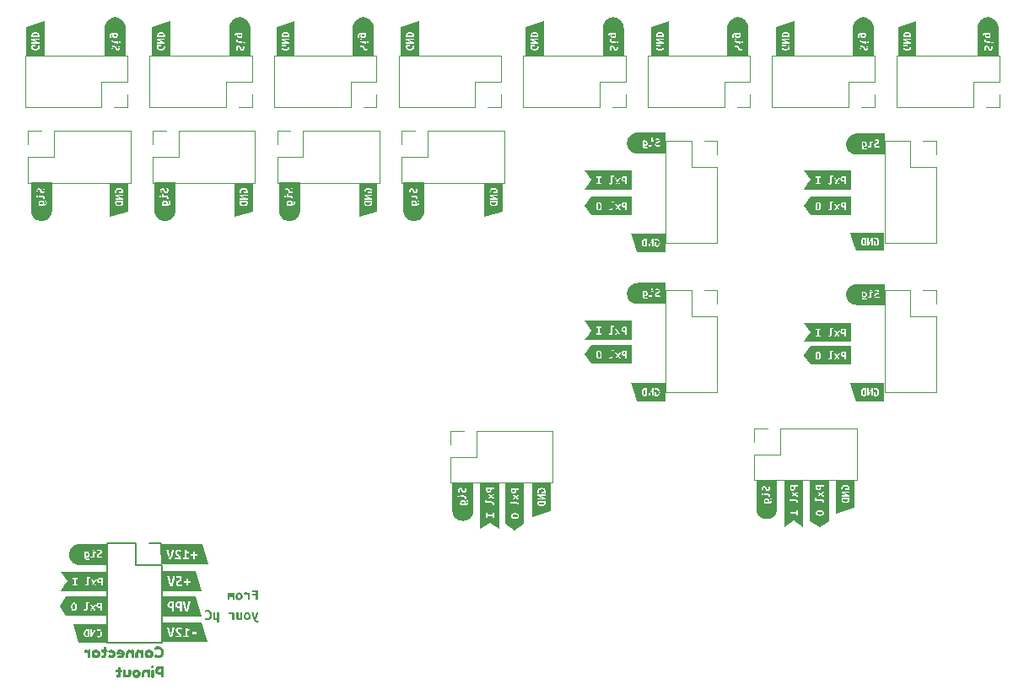
<source format=gbr>
%TF.GenerationSoftware,KiCad,Pcbnew,(6.0.4)*%
%TF.CreationDate,2022-06-03T20:27:28+02:00*%
%TF.ProjectId,vestmannaeyjar-rounded,76657374-6d61-46e6-9e61-65796a61722d,rev?*%
%TF.SameCoordinates,Original*%
%TF.FileFunction,Legend,Bot*%
%TF.FilePolarity,Positive*%
%FSLAX46Y46*%
G04 Gerber Fmt 4.6, Leading zero omitted, Abs format (unit mm)*
G04 Created by KiCad (PCBNEW (6.0.4)) date 2022-06-03 20:27:28*
%MOMM*%
%LPD*%
G01*
G04 APERTURE LIST*
%ADD10C,0.150000*%
%ADD11C,0.120000*%
G04 APERTURE END LIST*
D10*
X34600000Y-100095000D02*
X29100000Y-100095000D01*
X34600000Y-92295000D02*
X34600000Y-100095000D01*
X32000000Y-90095000D02*
X32000000Y-92295000D01*
X29100000Y-100095000D02*
X29100000Y-90095000D01*
X34500000Y-90095000D02*
X34500000Y-91195000D01*
X32000000Y-92295000D02*
X34600000Y-92295000D01*
X33300000Y-90095000D02*
X34500000Y-90095000D01*
X32000000Y-90095000D02*
X29100000Y-90095000D01*
%TO.C,kibuzzard-6299F3D8*%
G36*
X59975089Y-55806972D02*
G01*
X60022555Y-55826975D01*
X60061290Y-55910795D01*
X60054940Y-55958420D01*
X60038430Y-55998425D01*
X59751410Y-55998425D01*
X59746330Y-55966675D01*
X59745060Y-55937465D01*
X59763404Y-55861265D01*
X59818438Y-55815545D01*
X59910160Y-55800305D01*
X59975089Y-55806972D01*
G37*
G36*
X60948577Y-56771811D02*
G01*
X60933405Y-56874092D01*
X60908280Y-56974394D01*
X60873446Y-57071750D01*
X60829236Y-57165222D01*
X60776078Y-57253912D01*
X60714483Y-57336964D01*
X60645043Y-57413578D01*
X60568429Y-57483018D01*
X60485377Y-57544613D01*
X60396687Y-57597772D01*
X60303214Y-57641981D01*
X60205858Y-57676815D01*
X60105557Y-57701940D01*
X60003276Y-57717112D01*
X59900000Y-57722185D01*
X59796724Y-57717112D01*
X59694443Y-57701940D01*
X59594142Y-57676815D01*
X59496786Y-57641981D01*
X59403313Y-57597772D01*
X59314623Y-57544613D01*
X59231571Y-57483018D01*
X59154957Y-57413578D01*
X59085517Y-57336964D01*
X59023922Y-57253912D01*
X58970764Y-57165222D01*
X58926554Y-57071750D01*
X58891720Y-56974394D01*
X58866595Y-56874092D01*
X58851423Y-56771811D01*
X58846350Y-56668535D01*
X58846350Y-55943815D01*
X59618060Y-55943815D01*
X59621588Y-56010843D01*
X59632171Y-56081539D01*
X59649810Y-56155905D01*
X60155270Y-56155905D01*
X60244170Y-56148073D01*
X60316137Y-56124578D01*
X60371170Y-56085420D01*
X60409976Y-56028905D01*
X60433259Y-55953340D01*
X60441020Y-55858725D01*
X60438163Y-55803956D01*
X60429590Y-55751410D01*
X60402920Y-55652985D01*
X60270840Y-55682195D01*
X60296875Y-55759665D01*
X60308940Y-55861265D01*
X60299415Y-55928575D01*
X60273380Y-55970485D01*
X60234645Y-55992075D01*
X60187020Y-55998425D01*
X60162890Y-55998425D01*
X60181940Y-55938100D01*
X60188290Y-55879045D01*
X60180106Y-55807431D01*
X60155552Y-55748376D01*
X60114630Y-55701880D01*
X60059173Y-55668366D01*
X59991017Y-55648258D01*
X59910160Y-55641555D01*
X59820272Y-55650586D01*
X59747036Y-55677679D01*
X59690450Y-55722835D01*
X59650233Y-55783513D01*
X59626103Y-55857173D01*
X59618060Y-55943815D01*
X58846350Y-55943815D01*
X58846350Y-55331675D01*
X59630760Y-55331675D01*
X60000330Y-55331675D01*
X60079705Y-55351360D01*
X60105740Y-55416765D01*
X60100025Y-55468835D01*
X60076530Y-55537415D01*
X60202260Y-55557735D01*
X60233375Y-55466930D01*
X60241630Y-55388825D01*
X60237185Y-55332786D01*
X60223850Y-55286590D01*
X60172415Y-55220550D01*
X60090500Y-55185625D01*
X60038748Y-55178005D01*
X59980010Y-55175465D01*
X59760300Y-55175465D01*
X59760300Y-55010365D01*
X59630760Y-55010365D01*
X59630760Y-55331675D01*
X58846350Y-55331675D01*
X58846350Y-55226265D01*
X59358980Y-55226265D01*
X59385650Y-55296115D01*
X59459310Y-55325325D01*
X59531700Y-55296115D01*
X59558370Y-55226265D01*
X59531700Y-55157050D01*
X59459310Y-55128475D01*
X59385650Y-55157050D01*
X59358980Y-55226265D01*
X58846350Y-55226265D01*
X58846350Y-54661115D01*
X59423750Y-54661115D01*
X59427877Y-54728901D01*
X59440260Y-54787480D01*
X59477090Y-54878285D01*
X59597740Y-54832565D01*
X59567260Y-54762080D01*
X59554560Y-54672545D01*
X59564579Y-54603401D01*
X59594636Y-54561914D01*
X59644730Y-54548085D01*
X59684735Y-54560785D01*
X59715215Y-54593170D01*
X59738710Y-54637620D01*
X59757760Y-54686515D01*
X59788875Y-54763350D01*
X59834595Y-54837010D01*
X59905715Y-54892255D01*
X59953816Y-54908447D01*
X60013030Y-54913845D01*
X60110979Y-54895906D01*
X60183845Y-54842090D01*
X60217359Y-54785998D01*
X60237467Y-54713397D01*
X60244170Y-54624285D01*
X60238931Y-54536337D01*
X60223215Y-54468075D01*
X60184480Y-54380445D01*
X60057480Y-54426165D01*
X60095580Y-54508080D01*
X60108915Y-54560944D01*
X60113360Y-54624285D01*
X60105105Y-54689690D01*
X60082245Y-54730965D01*
X60049225Y-54751920D01*
X60011760Y-54757635D01*
X59968580Y-54743665D01*
X59934925Y-54708105D01*
X59908255Y-54659845D01*
X59886030Y-54606505D01*
X59856820Y-54532845D01*
X59814910Y-54463630D01*
X59752045Y-54412195D01*
X59658700Y-54391875D01*
X59560275Y-54409814D01*
X59485980Y-54463630D01*
X59451408Y-54517464D01*
X59430664Y-54583292D01*
X59423750Y-54661115D01*
X58846350Y-54661115D01*
X58846350Y-53867815D01*
X60953650Y-53867815D01*
X60953650Y-56668535D01*
X60948577Y-56771811D01*
G37*
%TO.C,kibuzzard-6299F53D*%
G36*
X68167970Y-55874408D02*
G01*
X68167970Y-55888378D01*
X68147650Y-55977913D01*
X68091770Y-56036333D01*
X68007315Y-56068083D01*
X67956039Y-56075227D01*
X67900000Y-56077608D01*
X67800940Y-56069988D01*
X67715850Y-56043318D01*
X67656795Y-55991248D01*
X67634570Y-55906158D01*
X67635205Y-55883298D01*
X67638380Y-55860438D01*
X68166700Y-55860438D01*
X68167970Y-55874408D01*
G37*
G36*
X68822840Y-53887308D02*
G01*
X68822840Y-56748988D01*
X66977160Y-57302692D01*
X66977160Y-55892188D01*
X67498680Y-55892188D01*
X67504395Y-55966324D01*
X67521540Y-56033793D01*
X67550909Y-56093007D01*
X67593295Y-56142378D01*
X67648857Y-56181907D01*
X67717755Y-56211593D01*
X67801099Y-56230167D01*
X67900000Y-56236358D01*
X68001124Y-56229532D01*
X68086055Y-56209053D01*
X68155746Y-56176509D01*
X68211150Y-56133488D01*
X68252901Y-56080624D01*
X68281635Y-56018553D01*
X68298304Y-55948544D01*
X68303860Y-55871868D01*
X68299415Y-55789953D01*
X68284810Y-55704228D01*
X67517730Y-55704228D01*
X67502490Y-55804558D01*
X67498680Y-55892188D01*
X66977160Y-55892188D01*
X66977160Y-55577228D01*
X67507570Y-55577228D01*
X68293700Y-55577228D01*
X68293700Y-55451498D01*
X68206564Y-55414880D01*
X68119569Y-55376145D01*
X68032715Y-55335293D01*
X67945861Y-55292325D01*
X67858866Y-55247240D01*
X67771730Y-55200038D01*
X68293700Y-55200038D01*
X68293700Y-55059068D01*
X67507570Y-55059068D01*
X67507570Y-55184798D01*
X67565831Y-55220358D01*
X67628855Y-55255918D01*
X67694101Y-55291002D01*
X67759030Y-55325133D01*
X67822847Y-55357518D01*
X67884760Y-55387363D01*
X67941910Y-55413874D01*
X67991440Y-55436258D01*
X67507570Y-55436258D01*
X67507570Y-55577228D01*
X66977160Y-55577228D01*
X66977160Y-54740298D01*
X67489790Y-54740298D01*
X67496775Y-54822213D01*
X67512650Y-54885078D01*
X67531700Y-54928893D01*
X67546940Y-54954928D01*
X67671400Y-54914288D01*
X67639650Y-54845708D01*
X67625680Y-54761888D01*
X67646000Y-54667908D01*
X67702515Y-54605043D01*
X67788875Y-54569483D01*
X67841739Y-54561387D01*
X67900000Y-54558688D01*
X67985725Y-54563627D01*
X68054940Y-54578443D01*
X68107645Y-54603138D01*
X68157651Y-54658065D01*
X68174320Y-54733948D01*
X68173050Y-54764428D01*
X68169240Y-54794908D01*
X67882220Y-54794908D01*
X67882220Y-54951118D01*
X68274650Y-54951118D01*
X68297510Y-54864123D01*
X68307035Y-54798877D01*
X68310210Y-54721248D01*
X68303701Y-54651239D01*
X68284175Y-54588533D01*
X68251790Y-54533764D01*
X68206705Y-54487568D01*
X68148920Y-54450420D01*
X68078435Y-54422798D01*
X67995409Y-54405653D01*
X67900000Y-54399938D01*
X67805544Y-54406605D01*
X67722835Y-54426608D01*
X67652191Y-54458040D01*
X67593930Y-54498998D01*
X67548369Y-54548845D01*
X67515825Y-54606948D01*
X67496299Y-54671400D01*
X67489790Y-54740298D01*
X66977160Y-54740298D01*
X66977160Y-53887308D01*
X68822840Y-53887308D01*
G37*
D11*
%TO.C,J31*%
X87730000Y-67270000D02*
X87730000Y-64670000D01*
X90330000Y-74950000D02*
X85130000Y-74950000D01*
X90330000Y-67270000D02*
X87730000Y-67270000D01*
X85130000Y-64670000D02*
X85130000Y-74950000D01*
X90330000Y-64670000D02*
X89000000Y-64670000D01*
X90330000Y-67270000D02*
X90330000Y-74950000D01*
X87730000Y-64670000D02*
X85130000Y-64670000D01*
X90330000Y-66000000D02*
X90330000Y-64670000D01*
%TO.C,kibuzzard-6299F53D*%
G36*
X30567970Y-55874408D02*
G01*
X30567970Y-55888378D01*
X30547650Y-55977913D01*
X30491770Y-56036333D01*
X30407315Y-56068083D01*
X30356039Y-56075227D01*
X30300000Y-56077608D01*
X30200940Y-56069988D01*
X30115850Y-56043318D01*
X30056795Y-55991248D01*
X30034570Y-55906158D01*
X30035205Y-55883298D01*
X30038380Y-55860438D01*
X30566700Y-55860438D01*
X30567970Y-55874408D01*
G37*
G36*
X31222840Y-53887308D02*
G01*
X31222840Y-56748988D01*
X29377160Y-57302692D01*
X29377160Y-55892188D01*
X29898680Y-55892188D01*
X29904395Y-55966324D01*
X29921540Y-56033793D01*
X29950909Y-56093007D01*
X29993295Y-56142378D01*
X30048857Y-56181907D01*
X30117755Y-56211593D01*
X30201099Y-56230167D01*
X30300000Y-56236358D01*
X30401124Y-56229532D01*
X30486055Y-56209053D01*
X30555746Y-56176509D01*
X30611150Y-56133488D01*
X30652901Y-56080624D01*
X30681635Y-56018553D01*
X30698304Y-55948544D01*
X30703860Y-55871868D01*
X30699415Y-55789953D01*
X30684810Y-55704228D01*
X29917730Y-55704228D01*
X29902490Y-55804558D01*
X29898680Y-55892188D01*
X29377160Y-55892188D01*
X29377160Y-55577228D01*
X29907570Y-55577228D01*
X30693700Y-55577228D01*
X30693700Y-55451498D01*
X30606564Y-55414880D01*
X30519569Y-55376145D01*
X30432715Y-55335293D01*
X30345861Y-55292325D01*
X30258866Y-55247240D01*
X30171730Y-55200038D01*
X30693700Y-55200038D01*
X30693700Y-55059068D01*
X29907570Y-55059068D01*
X29907570Y-55184798D01*
X29965831Y-55220358D01*
X30028855Y-55255918D01*
X30094101Y-55291002D01*
X30159030Y-55325133D01*
X30222847Y-55357518D01*
X30284760Y-55387363D01*
X30341910Y-55413874D01*
X30391440Y-55436258D01*
X29907570Y-55436258D01*
X29907570Y-55577228D01*
X29377160Y-55577228D01*
X29377160Y-54740298D01*
X29889790Y-54740298D01*
X29896775Y-54822213D01*
X29912650Y-54885078D01*
X29931700Y-54928893D01*
X29946940Y-54954928D01*
X30071400Y-54914288D01*
X30039650Y-54845708D01*
X30025680Y-54761888D01*
X30046000Y-54667908D01*
X30102515Y-54605043D01*
X30188875Y-54569483D01*
X30241739Y-54561387D01*
X30300000Y-54558688D01*
X30385725Y-54563627D01*
X30454940Y-54578443D01*
X30507645Y-54603138D01*
X30557651Y-54658065D01*
X30574320Y-54733948D01*
X30573050Y-54764428D01*
X30569240Y-54794908D01*
X30282220Y-54794908D01*
X30282220Y-54951118D01*
X30674650Y-54951118D01*
X30697510Y-54864123D01*
X30707035Y-54798877D01*
X30710210Y-54721248D01*
X30703701Y-54651239D01*
X30684175Y-54588533D01*
X30651790Y-54533764D01*
X30606705Y-54487568D01*
X30548920Y-54450420D01*
X30478435Y-54422798D01*
X30395409Y-54405653D01*
X30300000Y-54399938D01*
X30205544Y-54406605D01*
X30122835Y-54426608D01*
X30052191Y-54458040D01*
X29993930Y-54498998D01*
X29948369Y-54548845D01*
X29915825Y-54606948D01*
X29896299Y-54671400D01*
X29889790Y-54740298D01*
X29377160Y-54740298D01*
X29377160Y-53887308D01*
X31222840Y-53887308D01*
G37*
%TO.C,kibuzzard-6299F4D9*%
G36*
X103043442Y-53366400D02*
G01*
X103082177Y-53369575D01*
X103082177Y-53623575D01*
X103018677Y-53623575D01*
X102952954Y-53616114D01*
X102905647Y-53593730D01*
X102877072Y-53553249D01*
X102867547Y-53491495D01*
X102876913Y-53432916D01*
X102905012Y-53394340D01*
X102948668Y-53372909D01*
X103004707Y-53365765D01*
X103043442Y-53366400D01*
G37*
G36*
X99686647Y-53595000D02*
G01*
X99048983Y-52638505D01*
X103751017Y-52638505D01*
X103751017Y-54551495D01*
X99048983Y-54551495D01*
X99400050Y-54024895D01*
X100199277Y-54024895D01*
X100698387Y-54024895D01*
X100698387Y-53999495D01*
X101443877Y-53999495D01*
X101461022Y-54008385D01*
X101495947Y-54021720D01*
X101548652Y-54033785D01*
X101619137Y-54038865D01*
X101700466Y-54024895D01*
X102061097Y-54024895D01*
X102223657Y-54024895D01*
X102257947Y-53963618D01*
X102292237Y-53909325D01*
X102325574Y-53861065D01*
X102357007Y-53817885D01*
X102393202Y-53868050D01*
X102425587Y-53916945D01*
X102456384Y-53968063D01*
X102487817Y-54024895D01*
X102646567Y-54024895D01*
X102602752Y-53950600D01*
X102550682Y-53871860D01*
X102493532Y-53792485D01*
X102435747Y-53717555D01*
X102598424Y-53492765D01*
X102707527Y-53492765D01*
X102716770Y-53578067D01*
X102744498Y-53646012D01*
X102790712Y-53696600D01*
X102853859Y-53731525D01*
X102932387Y-53752480D01*
X103026297Y-53759465D01*
X103082177Y-53759465D01*
X103082177Y-54024895D01*
X103238387Y-54024895D01*
X103238387Y-53248925D01*
X103186952Y-53240035D01*
X103129167Y-53234320D01*
X103072017Y-53231145D01*
X103022487Y-53229875D01*
X102930059Y-53236719D01*
X102852589Y-53257251D01*
X102790077Y-53291470D01*
X102744216Y-53341212D01*
X102716699Y-53408310D01*
X102707527Y-53492765D01*
X102598424Y-53492765D01*
X102645297Y-53427995D01*
X102481467Y-53427995D01*
X102349387Y-53614685D01*
X102227467Y-53427995D01*
X102068717Y-53427995D01*
X102261757Y-53715015D01*
X102202067Y-53793120D01*
X102146187Y-53876305D01*
X102097927Y-53956315D01*
X102061097Y-54024895D01*
X101700466Y-54024895D01*
X101712482Y-54022831D01*
X101776617Y-53974730D01*
X101813764Y-53895831D01*
X101826147Y-53787405D01*
X101826147Y-53280675D01*
X101991247Y-53280675D01*
X101991247Y-53151135D01*
X101669937Y-53151135D01*
X101669937Y-53798835D01*
X101645807Y-53881385D01*
X101584847Y-53902975D01*
X101506107Y-53890275D01*
X101464197Y-53873765D01*
X101443877Y-53999495D01*
X100698387Y-53999495D01*
X100698387Y-53895355D01*
X100526937Y-53895355D01*
X100526937Y-53368305D01*
X100698387Y-53368305D01*
X100698387Y-53238765D01*
X100199277Y-53238765D01*
X100199277Y-53368305D01*
X100369457Y-53368305D01*
X100369457Y-53895355D01*
X100199277Y-53895355D01*
X100199277Y-54024895D01*
X99400050Y-54024895D01*
X99686647Y-53595000D01*
G37*
%TO.C,kibuzzard-6299F480*%
G36*
X24332050Y-96395000D02*
G01*
X24970560Y-95437235D01*
X29067950Y-95437235D01*
X29067950Y-97352765D01*
X24970560Y-97352765D01*
X24355333Y-96429925D01*
X25483190Y-96429925D01*
X25487794Y-96525294D01*
X25501605Y-96608201D01*
X25524624Y-96678647D01*
X25556850Y-96736630D01*
X25612730Y-96794133D01*
X25682157Y-96828634D01*
X25765130Y-96840135D01*
X25850150Y-96828634D01*
X25912275Y-96798225D01*
X26760810Y-96798225D01*
X26777955Y-96807115D01*
X26812880Y-96820450D01*
X26865585Y-96832515D01*
X26936070Y-96837595D01*
X27017399Y-96823625D01*
X27378030Y-96823625D01*
X27540590Y-96823625D01*
X27574880Y-96762348D01*
X27609170Y-96708055D01*
X27642508Y-96659795D01*
X27673940Y-96616615D01*
X27710135Y-96666780D01*
X27742520Y-96715675D01*
X27773318Y-96766793D01*
X27804750Y-96823625D01*
X27963500Y-96823625D01*
X27919685Y-96749330D01*
X27867615Y-96670590D01*
X27810465Y-96591215D01*
X27752680Y-96516285D01*
X27915357Y-96291495D01*
X28024460Y-96291495D01*
X28033703Y-96376797D01*
X28061431Y-96444742D01*
X28107645Y-96495330D01*
X28170792Y-96530255D01*
X28249321Y-96551210D01*
X28343230Y-96558195D01*
X28399110Y-96558195D01*
X28399110Y-96823625D01*
X28555320Y-96823625D01*
X28555320Y-96047655D01*
X28503885Y-96038765D01*
X28446100Y-96033050D01*
X28388950Y-96029875D01*
X28339420Y-96028605D01*
X28246992Y-96035449D01*
X28169522Y-96055981D01*
X28107010Y-96090200D01*
X28061149Y-96139942D01*
X28033632Y-96207040D01*
X28024460Y-96291495D01*
X27915357Y-96291495D01*
X27962230Y-96226725D01*
X27798400Y-96226725D01*
X27666320Y-96413415D01*
X27544400Y-96226725D01*
X27385650Y-96226725D01*
X27578690Y-96513745D01*
X27519000Y-96591850D01*
X27463120Y-96675035D01*
X27414860Y-96755045D01*
X27378030Y-96823625D01*
X27017399Y-96823625D01*
X27029415Y-96821561D01*
X27093550Y-96773460D01*
X27130698Y-96694561D01*
X27143080Y-96586135D01*
X27143080Y-96079405D01*
X27308180Y-96079405D01*
X27308180Y-95949865D01*
X26986870Y-95949865D01*
X26986870Y-96597565D01*
X26962740Y-96680115D01*
X26901780Y-96701705D01*
X26823040Y-96689005D01*
X26781130Y-96672495D01*
X26760810Y-96798225D01*
X25912275Y-96798225D01*
X25920635Y-96794133D01*
X25976585Y-96736630D01*
X26008534Y-96678647D01*
X26031354Y-96608201D01*
X26045046Y-96525294D01*
X26049610Y-96429925D01*
X26044927Y-96334556D01*
X26030878Y-96251649D01*
X26007462Y-96181203D01*
X25974680Y-96123220D01*
X25918236Y-96065717D01*
X25848809Y-96031216D01*
X25766400Y-96019715D01*
X25681451Y-96031216D01*
X25611178Y-96065717D01*
X25555580Y-96123220D01*
X25523909Y-96181203D01*
X25501288Y-96251649D01*
X25487714Y-96334556D01*
X25483190Y-96429925D01*
X24355333Y-96429925D01*
X24332050Y-96395000D01*
G37*
G36*
X28360375Y-96165130D02*
G01*
X28399110Y-96168305D01*
X28399110Y-96422305D01*
X28335610Y-96422305D01*
X28269888Y-96414844D01*
X28222580Y-96392460D01*
X28194005Y-96351979D01*
X28184480Y-96290225D01*
X28193846Y-96231646D01*
X28221945Y-96193070D01*
X28265601Y-96171639D01*
X28321640Y-96164495D01*
X28360375Y-96165130D01*
G37*
G36*
X25831170Y-96177195D02*
G01*
X25868635Y-96236250D01*
X25886415Y-96323245D01*
X25889749Y-96374680D01*
X25890860Y-96429925D01*
X25889749Y-96485329D01*
X25886415Y-96537240D01*
X25868635Y-96624235D01*
X25831170Y-96682655D01*
X25766400Y-96704245D01*
X25702265Y-96682655D01*
X25664165Y-96623600D01*
X25646385Y-96536605D01*
X25643051Y-96485170D01*
X25641940Y-96429925D01*
X25643051Y-96374521D01*
X25646385Y-96322610D01*
X25664165Y-96235615D01*
X25701630Y-96177195D01*
X25766400Y-96155605D01*
X25831170Y-96177195D01*
G37*
%TO.C,kibuzzard-6299F867*%
G36*
X41598631Y-97002266D02*
G01*
X41686022Y-97015169D01*
X41765593Y-97035110D01*
X41843208Y-97060526D01*
X41843208Y-97747139D01*
X41649267Y-97747139D01*
X41649267Y-97201290D01*
X41569501Y-97186431D01*
X41489735Y-97182521D01*
X41447506Y-97184085D01*
X41395893Y-97189559D01*
X41343498Y-97198162D01*
X41298922Y-97207546D01*
X41264514Y-97029245D01*
X41324729Y-97014387D01*
X41391201Y-97005003D01*
X41452980Y-96999529D01*
X41497555Y-96997965D01*
X41598631Y-97002266D01*
G37*
G36*
X42017067Y-95228571D02*
G01*
X42047825Y-95161499D01*
X42089298Y-95104746D01*
X42140495Y-95059105D01*
X42200423Y-95025371D01*
X42268090Y-95004535D01*
X42342504Y-94997589D01*
X42415926Y-95004535D01*
X42483792Y-95025371D01*
X42544315Y-95059105D01*
X42595710Y-95104746D01*
X42637382Y-95161499D01*
X42668735Y-95228571D01*
X42688381Y-95304572D01*
X42694929Y-95388114D01*
X42688579Y-95472847D01*
X42669529Y-95549246D01*
X42638771Y-95616516D01*
X42597298Y-95673864D01*
X42546101Y-95720299D01*
X42486173Y-95754827D01*
X42418109Y-95776258D01*
X42342504Y-95783402D01*
X42266900Y-95776258D01*
X42198835Y-95754827D01*
X42139106Y-95720299D01*
X42088504Y-95673864D01*
X42047626Y-95616516D01*
X42017067Y-95549246D01*
X41998017Y-95472847D01*
X41991786Y-95389702D01*
X42191692Y-95389702D01*
X42201415Y-95480189D01*
X42230585Y-95551627D01*
X42278806Y-95598061D01*
X42345679Y-95613539D01*
X42414140Y-95598061D01*
X42460773Y-95551627D01*
X42487562Y-95480189D01*
X42496492Y-95389702D01*
X42486768Y-95299413D01*
X42457598Y-95228571D01*
X42409378Y-95182732D01*
X42342504Y-95167452D01*
X42274043Y-95182732D01*
X42227410Y-95228571D01*
X42200621Y-95299413D01*
X42191692Y-95389702D01*
X41991786Y-95389702D01*
X41991667Y-95388114D01*
X41998017Y-95304572D01*
X42017067Y-95228571D01*
G37*
G36*
X39927260Y-97589171D02*
G01*
X39968707Y-97594646D01*
X40013282Y-97596992D01*
X40065677Y-97588389D01*
X40103214Y-97558673D01*
X40125893Y-97502367D01*
X40133713Y-97412435D01*
X40133713Y-97012041D01*
X40326090Y-97012041D01*
X40326090Y-98005206D01*
X40133713Y-98005206D01*
X40133713Y-97875391D01*
X40136841Y-97804227D01*
X40143097Y-97740883D01*
X40072716Y-97757306D01*
X40010154Y-97764344D01*
X39931952Y-97760825D01*
X39856878Y-97750268D01*
X39733319Y-97722115D01*
X39733319Y-97012041D01*
X39927260Y-97012041D01*
X39927260Y-97589171D01*
G37*
G36*
X42833245Y-97220840D02*
G01*
X42863548Y-97154760D01*
X42904409Y-97098845D01*
X42954849Y-97053879D01*
X43013892Y-97020643D01*
X43080559Y-97000115D01*
X43153873Y-96993272D01*
X43226210Y-97000115D01*
X43293073Y-97020643D01*
X43352702Y-97053879D01*
X43403337Y-97098845D01*
X43444393Y-97154760D01*
X43475283Y-97220840D01*
X43494638Y-97295719D01*
X43501090Y-97378026D01*
X43494834Y-97461507D01*
X43476065Y-97536776D01*
X43445762Y-97603052D01*
X43404901Y-97659553D01*
X43354461Y-97705301D01*
X43295419Y-97739319D01*
X43228361Y-97760434D01*
X43153873Y-97767472D01*
X43079386Y-97760434D01*
X43012328Y-97739319D01*
X42953481Y-97705301D01*
X42903627Y-97659553D01*
X42863353Y-97603052D01*
X42833245Y-97536776D01*
X42814477Y-97461507D01*
X42808337Y-97379590D01*
X43005289Y-97379590D01*
X43014869Y-97468740D01*
X43043608Y-97539122D01*
X43091116Y-97584870D01*
X43157001Y-97600120D01*
X43224450Y-97584870D01*
X43270394Y-97539122D01*
X43296787Y-97468740D01*
X43305585Y-97379590D01*
X43296005Y-97290635D01*
X43267266Y-97220840D01*
X43219758Y-97175679D01*
X43153873Y-97160625D01*
X43086424Y-97175679D01*
X43040480Y-97220840D01*
X43014087Y-97290635D01*
X43005289Y-97379590D01*
X42808337Y-97379590D01*
X42808220Y-97378026D01*
X42814477Y-97295719D01*
X42833245Y-97220840D01*
G37*
G36*
X39246316Y-96765509D02*
G01*
X39330579Y-96790729D01*
X39405653Y-96832176D01*
X39469778Y-96889264D01*
X39521978Y-96961405D01*
X39561275Y-97048014D01*
X39585908Y-97148503D01*
X39594119Y-97262287D01*
X39587375Y-97376560D01*
X39567140Y-97476952D01*
X39533415Y-97563463D01*
X39486201Y-97636093D01*
X39403480Y-97709081D01*
X39299211Y-97752874D01*
X39173393Y-97767472D01*
X39087957Y-97762193D01*
X39013079Y-97746357D01*
X38902814Y-97700218D01*
X38951299Y-97548506D01*
X39030283Y-97582915D01*
X39154624Y-97600120D01*
X39266258Y-97578028D01*
X39341527Y-97511752D01*
X39373242Y-97444237D01*
X39392271Y-97359518D01*
X39398615Y-97257595D01*
X39393336Y-97170009D01*
X39377500Y-97098063D01*
X39322759Y-96995619D01*
X39246121Y-96940877D01*
X39157752Y-96924455D01*
X39041232Y-96940877D01*
X38954427Y-96980760D01*
X38904378Y-96827484D01*
X38936441Y-96808716D01*
X38988836Y-96785255D01*
X39061564Y-96765705D01*
X39154624Y-96757102D01*
X39246316Y-96765509D01*
G37*
G36*
X43145184Y-95006718D02*
G01*
X43233885Y-95019814D01*
X43314650Y-95040055D01*
X43393429Y-95065852D01*
X43393429Y-95762764D01*
X43196579Y-95762764D01*
X43196579Y-95208727D01*
X43115617Y-95193646D01*
X43034654Y-95189677D01*
X42991792Y-95191264D01*
X42939404Y-95196821D01*
X42886223Y-95205552D01*
X42840979Y-95215077D01*
X42806054Y-95034102D01*
X42867173Y-95019021D01*
X42934642Y-95009496D01*
X42997348Y-95003939D01*
X43042592Y-95002352D01*
X43145184Y-95006718D01*
G37*
G36*
X42273319Y-97589171D02*
G01*
X42360905Y-97596992D01*
X42455530Y-97547724D01*
X42473712Y-97485358D01*
X42479772Y-97396795D01*
X42479772Y-97012041D01*
X42672149Y-97012041D01*
X42672149Y-97421819D01*
X42669021Y-97493765D01*
X42659637Y-97559455D01*
X42613498Y-97668155D01*
X42522001Y-97739319D01*
X42455921Y-97758088D01*
X42373417Y-97764344D01*
X42287591Y-97760825D01*
X42208411Y-97750268D01*
X42079378Y-97722115D01*
X42079378Y-97012041D01*
X42273319Y-97012041D01*
X42273319Y-97589171D01*
G37*
G36*
X44228454Y-95762764D02*
G01*
X44033192Y-95762764D01*
X44033192Y-95342077D01*
X43677592Y-95342077D01*
X43677592Y-95180152D01*
X44033192Y-95180152D01*
X44033192Y-94942027D01*
X43626792Y-94942027D01*
X43626792Y-94780102D01*
X44228454Y-94780102D01*
X44228454Y-95762764D01*
G37*
G36*
X41778942Y-95018227D02*
G01*
X41901179Y-95045214D01*
X41901179Y-95762764D01*
X41742429Y-95762764D01*
X41742429Y-95176977D01*
X41716235Y-95172214D01*
X41693217Y-95170627D01*
X41644798Y-95200789D01*
X41629717Y-95307152D01*
X41629717Y-95478602D01*
X41470967Y-95478602D01*
X41470967Y-95329377D01*
X41474142Y-95248414D01*
X41482079Y-95181739D01*
X41453504Y-95173008D01*
X41423342Y-95170627D01*
X41398735Y-95175389D01*
X41378098Y-95194439D01*
X41363810Y-95235714D01*
X41358254Y-95307152D01*
X41358254Y-95762764D01*
X41199504Y-95762764D01*
X41199504Y-95316677D01*
X41201489Y-95243850D01*
X41207442Y-95180946D01*
X41238398Y-95084902D01*
X41301104Y-95027752D01*
X41402704Y-95008702D01*
X41478904Y-95022196D01*
X41542404Y-95053152D01*
X41598760Y-95019021D01*
X41672579Y-95008702D01*
X41778942Y-95018227D01*
G37*
G36*
X43814680Y-97137164D02*
G01*
X43829734Y-97202658D01*
X43845179Y-97267761D01*
X43861210Y-97332278D01*
X43878023Y-97396013D01*
X43910868Y-97514098D01*
X43957007Y-97396013D01*
X43979099Y-97332082D01*
X44000018Y-97266979D01*
X44019764Y-97201290D01*
X44038337Y-97135600D01*
X44070400Y-97012041D01*
X44270597Y-97012041D01*
X44241663Y-97116880D01*
X44211164Y-97217126D01*
X44179101Y-97312776D01*
X44145474Y-97403833D01*
X44099596Y-97517747D01*
X44053717Y-97622798D01*
X44007839Y-97718987D01*
X44062580Y-97808137D01*
X44153294Y-97845674D01*
X44205690Y-97840200D01*
X44261213Y-97820649D01*
X44297186Y-97981745D01*
X44230714Y-98002078D01*
X44142346Y-98009898D01*
X44041466Y-97995822D01*
X43963264Y-97952811D01*
X43899138Y-97878519D01*
X43840486Y-97770600D01*
X43802754Y-97683405D01*
X43767759Y-97593864D01*
X43735109Y-97502172D01*
X43704415Y-97408525D01*
X43675285Y-97312727D01*
X43647328Y-97214584D01*
X43619370Y-97114290D01*
X43590240Y-97012041D01*
X43787309Y-97012041D01*
X43814680Y-97137164D01*
G37*
%TO.C,kibuzzard-6299F480*%
G36*
X77032050Y-71095000D02*
G01*
X77670560Y-70137235D01*
X81767950Y-70137235D01*
X81767950Y-72052765D01*
X77670560Y-72052765D01*
X77055333Y-71129925D01*
X78183190Y-71129925D01*
X78187794Y-71225294D01*
X78201605Y-71308201D01*
X78224624Y-71378647D01*
X78256850Y-71436630D01*
X78312730Y-71494133D01*
X78382157Y-71528634D01*
X78465130Y-71540135D01*
X78550150Y-71528634D01*
X78612275Y-71498225D01*
X79460810Y-71498225D01*
X79477955Y-71507115D01*
X79512880Y-71520450D01*
X79565585Y-71532515D01*
X79636070Y-71537595D01*
X79717399Y-71523625D01*
X80078030Y-71523625D01*
X80240590Y-71523625D01*
X80274880Y-71462348D01*
X80309170Y-71408055D01*
X80342508Y-71359795D01*
X80373940Y-71316615D01*
X80410135Y-71366780D01*
X80442520Y-71415675D01*
X80473318Y-71466793D01*
X80504750Y-71523625D01*
X80663500Y-71523625D01*
X80619685Y-71449330D01*
X80567615Y-71370590D01*
X80510465Y-71291215D01*
X80452680Y-71216285D01*
X80615357Y-70991495D01*
X80724460Y-70991495D01*
X80733703Y-71076797D01*
X80761431Y-71144742D01*
X80807645Y-71195330D01*
X80870792Y-71230255D01*
X80949321Y-71251210D01*
X81043230Y-71258195D01*
X81099110Y-71258195D01*
X81099110Y-71523625D01*
X81255320Y-71523625D01*
X81255320Y-70747655D01*
X81203885Y-70738765D01*
X81146100Y-70733050D01*
X81088950Y-70729875D01*
X81039420Y-70728605D01*
X80946992Y-70735449D01*
X80869522Y-70755981D01*
X80807010Y-70790200D01*
X80761149Y-70839942D01*
X80733632Y-70907040D01*
X80724460Y-70991495D01*
X80615357Y-70991495D01*
X80662230Y-70926725D01*
X80498400Y-70926725D01*
X80366320Y-71113415D01*
X80244400Y-70926725D01*
X80085650Y-70926725D01*
X80278690Y-71213745D01*
X80219000Y-71291850D01*
X80163120Y-71375035D01*
X80114860Y-71455045D01*
X80078030Y-71523625D01*
X79717399Y-71523625D01*
X79729415Y-71521561D01*
X79793550Y-71473460D01*
X79830698Y-71394561D01*
X79843080Y-71286135D01*
X79843080Y-70779405D01*
X80008180Y-70779405D01*
X80008180Y-70649865D01*
X79686870Y-70649865D01*
X79686870Y-71297565D01*
X79662740Y-71380115D01*
X79601780Y-71401705D01*
X79523040Y-71389005D01*
X79481130Y-71372495D01*
X79460810Y-71498225D01*
X78612275Y-71498225D01*
X78620635Y-71494133D01*
X78676585Y-71436630D01*
X78708534Y-71378647D01*
X78731354Y-71308201D01*
X78745046Y-71225294D01*
X78749610Y-71129925D01*
X78744927Y-71034556D01*
X78730878Y-70951649D01*
X78707462Y-70881203D01*
X78674680Y-70823220D01*
X78618236Y-70765717D01*
X78548809Y-70731216D01*
X78466400Y-70719715D01*
X78381451Y-70731216D01*
X78311178Y-70765717D01*
X78255580Y-70823220D01*
X78223909Y-70881203D01*
X78201288Y-70951649D01*
X78187714Y-71034556D01*
X78183190Y-71129925D01*
X77055333Y-71129925D01*
X77032050Y-71095000D01*
G37*
G36*
X81060375Y-70865130D02*
G01*
X81099110Y-70868305D01*
X81099110Y-71122305D01*
X81035610Y-71122305D01*
X80969888Y-71114844D01*
X80922580Y-71092460D01*
X80894005Y-71051979D01*
X80884480Y-70990225D01*
X80893846Y-70931646D01*
X80921945Y-70893070D01*
X80965601Y-70871639D01*
X81021640Y-70864495D01*
X81060375Y-70865130D01*
G37*
G36*
X78531170Y-70877195D02*
G01*
X78568635Y-70936250D01*
X78586415Y-71023245D01*
X78589749Y-71074680D01*
X78590860Y-71129925D01*
X78589749Y-71185329D01*
X78586415Y-71237240D01*
X78568635Y-71324235D01*
X78531170Y-71382655D01*
X78466400Y-71404245D01*
X78402265Y-71382655D01*
X78364165Y-71323600D01*
X78346385Y-71236605D01*
X78343051Y-71185170D01*
X78341940Y-71129925D01*
X78343051Y-71074521D01*
X78346385Y-71022610D01*
X78364165Y-70935615D01*
X78401630Y-70877195D01*
X78466400Y-70855605D01*
X78531170Y-70877195D01*
G37*
%TO.C,J14*%
X118630000Y-43730000D02*
X118630000Y-41130000D01*
X116030000Y-46330000D02*
X108350000Y-46330000D01*
X108350000Y-46330000D02*
X108350000Y-41130000D01*
X118630000Y-41130000D02*
X108350000Y-41130000D01*
X116030000Y-43730000D02*
X118630000Y-43730000D01*
X117300000Y-46330000D02*
X118630000Y-46330000D01*
X118630000Y-46330000D02*
X118630000Y-45000000D01*
X116030000Y-46330000D02*
X116030000Y-43730000D01*
%TO.C,kibuzzard-6299F53D*%
G36*
X109499060Y-38920012D02*
G01*
X109584150Y-38946682D01*
X109643205Y-38998752D01*
X109665430Y-39083842D01*
X109664795Y-39106702D01*
X109661620Y-39129562D01*
X109133300Y-39129562D01*
X109132030Y-39115592D01*
X109132030Y-39101622D01*
X109152350Y-39012087D01*
X109208230Y-38953667D01*
X109292685Y-38921917D01*
X109343961Y-38914773D01*
X109400000Y-38912392D01*
X109499060Y-38920012D01*
G37*
G36*
X108477160Y-41102692D02*
G01*
X108477160Y-40268752D01*
X108989790Y-40268752D01*
X108996299Y-40338761D01*
X109015825Y-40401467D01*
X109048210Y-40456236D01*
X109093295Y-40502432D01*
X109151080Y-40539580D01*
X109221565Y-40567202D01*
X109304591Y-40584347D01*
X109400000Y-40590062D01*
X109494456Y-40583395D01*
X109577165Y-40563392D01*
X109647809Y-40531960D01*
X109706070Y-40491002D01*
X109751631Y-40441155D01*
X109784175Y-40383052D01*
X109803701Y-40318600D01*
X109810210Y-40249702D01*
X109803225Y-40167787D01*
X109787350Y-40104922D01*
X109768300Y-40061107D01*
X109753060Y-40035072D01*
X109628600Y-40075712D01*
X109660350Y-40144292D01*
X109674320Y-40228112D01*
X109654000Y-40322092D01*
X109597485Y-40384957D01*
X109511125Y-40420517D01*
X109458261Y-40428613D01*
X109400000Y-40431312D01*
X109314275Y-40426373D01*
X109245060Y-40411557D01*
X109192355Y-40386862D01*
X109142349Y-40331935D01*
X109125680Y-40256052D01*
X109126950Y-40225572D01*
X109130760Y-40195092D01*
X109417780Y-40195092D01*
X109417780Y-40038882D01*
X109025350Y-40038882D01*
X109002490Y-40125877D01*
X108992965Y-40191123D01*
X108989790Y-40268752D01*
X108477160Y-40268752D01*
X108477160Y-39930932D01*
X109006300Y-39930932D01*
X109792430Y-39930932D01*
X109792430Y-39805202D01*
X109734169Y-39769642D01*
X109671145Y-39734082D01*
X109605899Y-39698998D01*
X109540970Y-39664867D01*
X109477153Y-39632482D01*
X109415240Y-39602637D01*
X109358090Y-39576126D01*
X109308560Y-39553742D01*
X109792430Y-39553742D01*
X109792430Y-39412772D01*
X109006300Y-39412772D01*
X109006300Y-39538502D01*
X109093436Y-39575120D01*
X109180431Y-39613855D01*
X109267285Y-39654707D01*
X109354139Y-39697675D01*
X109441134Y-39742760D01*
X109528270Y-39789962D01*
X109006300Y-39789962D01*
X109006300Y-39930932D01*
X108477160Y-39930932D01*
X108477160Y-39118132D01*
X108996140Y-39118132D01*
X109000585Y-39200047D01*
X109015190Y-39285772D01*
X109782270Y-39285772D01*
X109797510Y-39185442D01*
X109801320Y-39097812D01*
X109795605Y-39023676D01*
X109778460Y-38956207D01*
X109749091Y-38896993D01*
X109706705Y-38847622D01*
X109651143Y-38808093D01*
X109582245Y-38778407D01*
X109498901Y-38759833D01*
X109400000Y-38753642D01*
X109298876Y-38760468D01*
X109213945Y-38780947D01*
X109144254Y-38813491D01*
X109088850Y-38856512D01*
X109047099Y-38909376D01*
X109018365Y-38971447D01*
X109001696Y-39041456D01*
X108996140Y-39118132D01*
X108477160Y-39118132D01*
X108477160Y-38241012D01*
X110322840Y-37687308D01*
X110322840Y-41102692D01*
X108477160Y-41102692D01*
G37*
%TO.C,kibuzzard-6299F4D9*%
G36*
X103043442Y-68666400D02*
G01*
X103082177Y-68669575D01*
X103082177Y-68923575D01*
X103018677Y-68923575D01*
X102952954Y-68916114D01*
X102905647Y-68893730D01*
X102877072Y-68853249D01*
X102867547Y-68791495D01*
X102876913Y-68732916D01*
X102905012Y-68694340D01*
X102948668Y-68672909D01*
X103004707Y-68665765D01*
X103043442Y-68666400D01*
G37*
G36*
X99686647Y-68895000D02*
G01*
X99048983Y-67938505D01*
X103751017Y-67938505D01*
X103751017Y-69851495D01*
X99048983Y-69851495D01*
X99400050Y-69324895D01*
X100199277Y-69324895D01*
X100698387Y-69324895D01*
X100698387Y-69299495D01*
X101443877Y-69299495D01*
X101461022Y-69308385D01*
X101495947Y-69321720D01*
X101548652Y-69333785D01*
X101619137Y-69338865D01*
X101700466Y-69324895D01*
X102061097Y-69324895D01*
X102223657Y-69324895D01*
X102257947Y-69263618D01*
X102292237Y-69209325D01*
X102325574Y-69161065D01*
X102357007Y-69117885D01*
X102393202Y-69168050D01*
X102425587Y-69216945D01*
X102456384Y-69268063D01*
X102487817Y-69324895D01*
X102646567Y-69324895D01*
X102602752Y-69250600D01*
X102550682Y-69171860D01*
X102493532Y-69092485D01*
X102435747Y-69017555D01*
X102598424Y-68792765D01*
X102707527Y-68792765D01*
X102716770Y-68878067D01*
X102744498Y-68946012D01*
X102790712Y-68996600D01*
X102853859Y-69031525D01*
X102932387Y-69052480D01*
X103026297Y-69059465D01*
X103082177Y-69059465D01*
X103082177Y-69324895D01*
X103238387Y-69324895D01*
X103238387Y-68548925D01*
X103186952Y-68540035D01*
X103129167Y-68534320D01*
X103072017Y-68531145D01*
X103022487Y-68529875D01*
X102930059Y-68536719D01*
X102852589Y-68557251D01*
X102790077Y-68591470D01*
X102744216Y-68641212D01*
X102716699Y-68708310D01*
X102707527Y-68792765D01*
X102598424Y-68792765D01*
X102645297Y-68727995D01*
X102481467Y-68727995D01*
X102349387Y-68914685D01*
X102227467Y-68727995D01*
X102068717Y-68727995D01*
X102261757Y-69015015D01*
X102202067Y-69093120D01*
X102146187Y-69176305D01*
X102097927Y-69256315D01*
X102061097Y-69324895D01*
X101700466Y-69324895D01*
X101712482Y-69322831D01*
X101776617Y-69274730D01*
X101813764Y-69195831D01*
X101826147Y-69087405D01*
X101826147Y-68580675D01*
X101991247Y-68580675D01*
X101991247Y-68451135D01*
X101669937Y-68451135D01*
X101669937Y-69098835D01*
X101645807Y-69181385D01*
X101584847Y-69202975D01*
X101506107Y-69190275D01*
X101464197Y-69173765D01*
X101443877Y-69299495D01*
X100698387Y-69299495D01*
X100698387Y-69195355D01*
X100526937Y-69195355D01*
X100526937Y-68668305D01*
X100698387Y-68668305D01*
X100698387Y-68538765D01*
X100199277Y-68538765D01*
X100199277Y-68668305D01*
X100369457Y-68668305D01*
X100369457Y-69195355D01*
X100199277Y-69195355D01*
X100199277Y-69324895D01*
X99400050Y-69324895D01*
X99686647Y-68895000D01*
G37*
G36*
X67528575Y-84676323D02*
G01*
X67521114Y-84742046D01*
X67498730Y-84789353D01*
X67458249Y-84817928D01*
X67396495Y-84827453D01*
X67337916Y-84818087D01*
X67299340Y-84789988D01*
X67277909Y-84746332D01*
X67270765Y-84690293D01*
X67271400Y-84651558D01*
X67274575Y-84612823D01*
X67528575Y-84612823D01*
X67528575Y-84676323D01*
G37*
G36*
X67500000Y-88008353D02*
G01*
X66543505Y-88646017D01*
X66543505Y-87495723D01*
X67143765Y-87495723D01*
X67273305Y-87495723D01*
X67273305Y-87325543D01*
X67800355Y-87325543D01*
X67800355Y-87495723D01*
X67929895Y-87495723D01*
X67929895Y-86996613D01*
X67800355Y-86996613D01*
X67800355Y-87168063D01*
X67273305Y-87168063D01*
X67273305Y-86996613D01*
X67143765Y-86996613D01*
X67143765Y-87495723D01*
X66543505Y-87495723D01*
X66543505Y-86025063D01*
X67056135Y-86025063D01*
X67703835Y-86025063D01*
X67786385Y-86049193D01*
X67807975Y-86110153D01*
X67795275Y-86188893D01*
X67778765Y-86230803D01*
X67904495Y-86251123D01*
X67913385Y-86233978D01*
X67926720Y-86199053D01*
X67938785Y-86146348D01*
X67943865Y-86075863D01*
X67927831Y-85982518D01*
X67879730Y-85918383D01*
X67800831Y-85881236D01*
X67692405Y-85868853D01*
X67185675Y-85868853D01*
X67185675Y-85703753D01*
X67056135Y-85703753D01*
X67056135Y-86025063D01*
X66543505Y-86025063D01*
X66543505Y-85626283D01*
X67332995Y-85626283D01*
X67620015Y-85433243D01*
X67698120Y-85492933D01*
X67781305Y-85548813D01*
X67861315Y-85597073D01*
X67929895Y-85633903D01*
X67929895Y-85471343D01*
X67868618Y-85437053D01*
X67814325Y-85402763D01*
X67766065Y-85369426D01*
X67722885Y-85337993D01*
X67773050Y-85301798D01*
X67821945Y-85269413D01*
X67873063Y-85238616D01*
X67929895Y-85207183D01*
X67929895Y-85048433D01*
X67855600Y-85092248D01*
X67776860Y-85144318D01*
X67697485Y-85201468D01*
X67622555Y-85259253D01*
X67332995Y-85049703D01*
X67332995Y-85213533D01*
X67519685Y-85345613D01*
X67332995Y-85467533D01*
X67332995Y-85626283D01*
X66543505Y-85626283D01*
X66543505Y-84672513D01*
X67134875Y-84672513D01*
X67141719Y-84764941D01*
X67162251Y-84842411D01*
X67196470Y-84904923D01*
X67246212Y-84950784D01*
X67313310Y-84978301D01*
X67397765Y-84987473D01*
X67483067Y-84978230D01*
X67551012Y-84950502D01*
X67601600Y-84904288D01*
X67636525Y-84841141D01*
X67657480Y-84762613D01*
X67664465Y-84668703D01*
X67664465Y-84612823D01*
X67929895Y-84612823D01*
X67929895Y-84456613D01*
X67153925Y-84456613D01*
X67145035Y-84508048D01*
X67139320Y-84565833D01*
X67136145Y-84622983D01*
X67134875Y-84672513D01*
X66543505Y-84672513D01*
X66543505Y-83943983D01*
X68456495Y-83943983D01*
X68456495Y-88646017D01*
X67500000Y-88008353D01*
G37*
%TO.C,kibuzzard-6299F3D8*%
G36*
X64875089Y-85906972D02*
G01*
X64922555Y-85926975D01*
X64961290Y-86010795D01*
X64954940Y-86058420D01*
X64938430Y-86098425D01*
X64651410Y-86098425D01*
X64646330Y-86066675D01*
X64645060Y-86037465D01*
X64663404Y-85961265D01*
X64718438Y-85915545D01*
X64810160Y-85900305D01*
X64875089Y-85906972D01*
G37*
G36*
X65848577Y-86871811D02*
G01*
X65833405Y-86974092D01*
X65808280Y-87074394D01*
X65773446Y-87171750D01*
X65729236Y-87265222D01*
X65676078Y-87353912D01*
X65614483Y-87436964D01*
X65545043Y-87513578D01*
X65468429Y-87583018D01*
X65385377Y-87644613D01*
X65296687Y-87697772D01*
X65203214Y-87741981D01*
X65105858Y-87776815D01*
X65005557Y-87801940D01*
X64903276Y-87817112D01*
X64800000Y-87822185D01*
X64696724Y-87817112D01*
X64594443Y-87801940D01*
X64494142Y-87776815D01*
X64396786Y-87741981D01*
X64303313Y-87697772D01*
X64214623Y-87644613D01*
X64131571Y-87583018D01*
X64054957Y-87513578D01*
X63985517Y-87436964D01*
X63923922Y-87353912D01*
X63870764Y-87265222D01*
X63826554Y-87171750D01*
X63791720Y-87074394D01*
X63766595Y-86974092D01*
X63751423Y-86871811D01*
X63746350Y-86768535D01*
X63746350Y-86043815D01*
X64518060Y-86043815D01*
X64521588Y-86110843D01*
X64532171Y-86181539D01*
X64549810Y-86255905D01*
X65055270Y-86255905D01*
X65144170Y-86248073D01*
X65216137Y-86224578D01*
X65271170Y-86185420D01*
X65309976Y-86128905D01*
X65333259Y-86053340D01*
X65341020Y-85958725D01*
X65338163Y-85903956D01*
X65329590Y-85851410D01*
X65302920Y-85752985D01*
X65170840Y-85782195D01*
X65196875Y-85859665D01*
X65208940Y-85961265D01*
X65199415Y-86028575D01*
X65173380Y-86070485D01*
X65134645Y-86092075D01*
X65087020Y-86098425D01*
X65062890Y-86098425D01*
X65081940Y-86038100D01*
X65088290Y-85979045D01*
X65080106Y-85907431D01*
X65055552Y-85848376D01*
X65014630Y-85801880D01*
X64959173Y-85768366D01*
X64891017Y-85748258D01*
X64810160Y-85741555D01*
X64720272Y-85750586D01*
X64647036Y-85777679D01*
X64590450Y-85822835D01*
X64550233Y-85883513D01*
X64526103Y-85957173D01*
X64518060Y-86043815D01*
X63746350Y-86043815D01*
X63746350Y-85431675D01*
X64530760Y-85431675D01*
X64900330Y-85431675D01*
X64979705Y-85451360D01*
X65005740Y-85516765D01*
X65000025Y-85568835D01*
X64976530Y-85637415D01*
X65102260Y-85657735D01*
X65133375Y-85566930D01*
X65141630Y-85488825D01*
X65137185Y-85432786D01*
X65123850Y-85386590D01*
X65072415Y-85320550D01*
X64990500Y-85285625D01*
X64938748Y-85278005D01*
X64880010Y-85275465D01*
X64660300Y-85275465D01*
X64660300Y-85110365D01*
X64530760Y-85110365D01*
X64530760Y-85431675D01*
X63746350Y-85431675D01*
X63746350Y-85326265D01*
X64258980Y-85326265D01*
X64285650Y-85396115D01*
X64359310Y-85425325D01*
X64431700Y-85396115D01*
X64458370Y-85326265D01*
X64431700Y-85257050D01*
X64359310Y-85228475D01*
X64285650Y-85257050D01*
X64258980Y-85326265D01*
X63746350Y-85326265D01*
X63746350Y-84761115D01*
X64323750Y-84761115D01*
X64327877Y-84828901D01*
X64340260Y-84887480D01*
X64377090Y-84978285D01*
X64497740Y-84932565D01*
X64467260Y-84862080D01*
X64454560Y-84772545D01*
X64464579Y-84703401D01*
X64494636Y-84661914D01*
X64544730Y-84648085D01*
X64584735Y-84660785D01*
X64615215Y-84693170D01*
X64638710Y-84737620D01*
X64657760Y-84786515D01*
X64688875Y-84863350D01*
X64734595Y-84937010D01*
X64805715Y-84992255D01*
X64853816Y-85008447D01*
X64913030Y-85013845D01*
X65010979Y-84995906D01*
X65083845Y-84942090D01*
X65117359Y-84885998D01*
X65137467Y-84813397D01*
X65144170Y-84724285D01*
X65138931Y-84636337D01*
X65123215Y-84568075D01*
X65084480Y-84480445D01*
X64957480Y-84526165D01*
X64995580Y-84608080D01*
X65008915Y-84660944D01*
X65013360Y-84724285D01*
X65005105Y-84789690D01*
X64982245Y-84830965D01*
X64949225Y-84851920D01*
X64911760Y-84857635D01*
X64868580Y-84843665D01*
X64834925Y-84808105D01*
X64808255Y-84759845D01*
X64786030Y-84706505D01*
X64756820Y-84632845D01*
X64714910Y-84563630D01*
X64652045Y-84512195D01*
X64558700Y-84491875D01*
X64460275Y-84509814D01*
X64385980Y-84563630D01*
X64351408Y-84617464D01*
X64330664Y-84683292D01*
X64323750Y-84761115D01*
X63746350Y-84761115D01*
X63746350Y-83967815D01*
X65853650Y-83967815D01*
X65853650Y-86768535D01*
X65848577Y-86871811D01*
G37*
G36*
X30053670Y-39023325D02*
G01*
X30054940Y-39052535D01*
X30036596Y-39128735D01*
X29981562Y-39174455D01*
X29889840Y-39189695D01*
X29824911Y-39183028D01*
X29777445Y-39163025D01*
X29738710Y-39079205D01*
X29745060Y-39031580D01*
X29761570Y-38991575D01*
X30048590Y-38991575D01*
X30053670Y-39023325D01*
G37*
G36*
X28846350Y-41122185D02*
G01*
X28846350Y-40365715D01*
X29555830Y-40365715D01*
X29561069Y-40453663D01*
X29576785Y-40521925D01*
X29615520Y-40609555D01*
X29742520Y-40563835D01*
X29704420Y-40481920D01*
X29691085Y-40429056D01*
X29686640Y-40365715D01*
X29694895Y-40300310D01*
X29717755Y-40259035D01*
X29750775Y-40238080D01*
X29788240Y-40232365D01*
X29831420Y-40246335D01*
X29865075Y-40281895D01*
X29891745Y-40330155D01*
X29913970Y-40383495D01*
X29943180Y-40457155D01*
X29985090Y-40526370D01*
X30047955Y-40577805D01*
X30141300Y-40598125D01*
X30239725Y-40580186D01*
X30314020Y-40526370D01*
X30348592Y-40472536D01*
X30369336Y-40406708D01*
X30376250Y-40328885D01*
X30372123Y-40261099D01*
X30359740Y-40202520D01*
X30322910Y-40111715D01*
X30202260Y-40157435D01*
X30232740Y-40227920D01*
X30245440Y-40317455D01*
X30235421Y-40386599D01*
X30205364Y-40428086D01*
X30155270Y-40441915D01*
X30115265Y-40429215D01*
X30084785Y-40396830D01*
X30061290Y-40352380D01*
X30042240Y-40303485D01*
X30011125Y-40226650D01*
X29965405Y-40152990D01*
X29894285Y-40097745D01*
X29846184Y-40081553D01*
X29786970Y-40076155D01*
X29689021Y-40094094D01*
X29616155Y-40147910D01*
X29582641Y-40204002D01*
X29562533Y-40276603D01*
X29555830Y-40365715D01*
X28846350Y-40365715D01*
X28846350Y-39601175D01*
X29558370Y-39601175D01*
X29562815Y-39657214D01*
X29576150Y-39703410D01*
X29627585Y-39769450D01*
X29709500Y-39804375D01*
X29761252Y-39811995D01*
X29819990Y-39814535D01*
X30039700Y-39814535D01*
X30039700Y-39979635D01*
X30169240Y-39979635D01*
X30169240Y-39763735D01*
X30241630Y-39763735D01*
X30268300Y-39832950D01*
X30340690Y-39861525D01*
X30414350Y-39832950D01*
X30441020Y-39763735D01*
X30414350Y-39693885D01*
X30340690Y-39664675D01*
X30268300Y-39693885D01*
X30241630Y-39763735D01*
X30169240Y-39763735D01*
X30169240Y-39658325D01*
X29799670Y-39658325D01*
X29720295Y-39638640D01*
X29694260Y-39573235D01*
X29699975Y-39521165D01*
X29723470Y-39452585D01*
X29597740Y-39432265D01*
X29566625Y-39523070D01*
X29558370Y-39601175D01*
X28846350Y-39601175D01*
X28846350Y-39131275D01*
X29358980Y-39131275D01*
X29361837Y-39186044D01*
X29370410Y-39238590D01*
X29397080Y-39337015D01*
X29529160Y-39307805D01*
X29503125Y-39230335D01*
X29491060Y-39128735D01*
X29500585Y-39061425D01*
X29526620Y-39019515D01*
X29565355Y-38997925D01*
X29612980Y-38991575D01*
X29637110Y-38991575D01*
X29618060Y-39051900D01*
X29611710Y-39110955D01*
X29619894Y-39182569D01*
X29644448Y-39241624D01*
X29685370Y-39288120D01*
X29740827Y-39321634D01*
X29808983Y-39341742D01*
X29889840Y-39348445D01*
X29979728Y-39339414D01*
X30052964Y-39312321D01*
X30109550Y-39267165D01*
X30149767Y-39206487D01*
X30173897Y-39132827D01*
X30181940Y-39046185D01*
X30178412Y-38979157D01*
X30167829Y-38908461D01*
X30150190Y-38834095D01*
X29644730Y-38834095D01*
X29555830Y-38841927D01*
X29483863Y-38865422D01*
X29428830Y-38904580D01*
X29390024Y-38961095D01*
X29366741Y-39036660D01*
X29358980Y-39131275D01*
X28846350Y-39131275D01*
X28846350Y-38321465D01*
X28851423Y-38218189D01*
X28866595Y-38115908D01*
X28891720Y-38015606D01*
X28926554Y-37918250D01*
X28970764Y-37824778D01*
X29023922Y-37736088D01*
X29085517Y-37653036D01*
X29154957Y-37576422D01*
X29231571Y-37506982D01*
X29314623Y-37445387D01*
X29403313Y-37392228D01*
X29496786Y-37348019D01*
X29594142Y-37313185D01*
X29694443Y-37288060D01*
X29796724Y-37272888D01*
X29900000Y-37267815D01*
X30003276Y-37272888D01*
X30105557Y-37288060D01*
X30205858Y-37313185D01*
X30303214Y-37348019D01*
X30396687Y-37392228D01*
X30485377Y-37445387D01*
X30568429Y-37506982D01*
X30645043Y-37576422D01*
X30714483Y-37653036D01*
X30776078Y-37736088D01*
X30829236Y-37824778D01*
X30873446Y-37918250D01*
X30908280Y-38015606D01*
X30933405Y-38115908D01*
X30948577Y-38218189D01*
X30953650Y-38321465D01*
X30953650Y-41122185D01*
X28846350Y-41122185D01*
G37*
%TO.C,J25*%
X22500000Y-48670000D02*
X21170000Y-48670000D01*
X23770000Y-48670000D02*
X23770000Y-51270000D01*
X21170000Y-51270000D02*
X21170000Y-53870000D01*
X23770000Y-48670000D02*
X31450000Y-48670000D01*
X31450000Y-48670000D02*
X31450000Y-53870000D01*
X21170000Y-53870000D02*
X31450000Y-53870000D01*
X21170000Y-48670000D02*
X21170000Y-50000000D01*
X23770000Y-51270000D02*
X21170000Y-51270000D01*
%TO.C,kibuzzard-6299F53D*%
G36*
X103467970Y-85674408D02*
G01*
X103467970Y-85688378D01*
X103447650Y-85777913D01*
X103391770Y-85836333D01*
X103307315Y-85868083D01*
X103256039Y-85875227D01*
X103200000Y-85877608D01*
X103100940Y-85869988D01*
X103015850Y-85843318D01*
X102956795Y-85791248D01*
X102934570Y-85706158D01*
X102935205Y-85683298D01*
X102938380Y-85660438D01*
X103466700Y-85660438D01*
X103467970Y-85674408D01*
G37*
G36*
X104122840Y-83687308D02*
G01*
X104122840Y-86548988D01*
X102277160Y-87102692D01*
X102277160Y-85692188D01*
X102798680Y-85692188D01*
X102804395Y-85766324D01*
X102821540Y-85833793D01*
X102850909Y-85893007D01*
X102893295Y-85942378D01*
X102948857Y-85981907D01*
X103017755Y-86011593D01*
X103101099Y-86030167D01*
X103200000Y-86036358D01*
X103301124Y-86029532D01*
X103386055Y-86009053D01*
X103455746Y-85976509D01*
X103511150Y-85933488D01*
X103552901Y-85880624D01*
X103581635Y-85818553D01*
X103598304Y-85748544D01*
X103603860Y-85671868D01*
X103599415Y-85589953D01*
X103584810Y-85504228D01*
X102817730Y-85504228D01*
X102802490Y-85604558D01*
X102798680Y-85692188D01*
X102277160Y-85692188D01*
X102277160Y-85377228D01*
X102807570Y-85377228D01*
X103593700Y-85377228D01*
X103593700Y-85251498D01*
X103506564Y-85214880D01*
X103419569Y-85176145D01*
X103332715Y-85135293D01*
X103245861Y-85092325D01*
X103158866Y-85047240D01*
X103071730Y-85000038D01*
X103593700Y-85000038D01*
X103593700Y-84859068D01*
X102807570Y-84859068D01*
X102807570Y-84984798D01*
X102865831Y-85020358D01*
X102928855Y-85055918D01*
X102994101Y-85091002D01*
X103059030Y-85125133D01*
X103122847Y-85157518D01*
X103184760Y-85187363D01*
X103241910Y-85213874D01*
X103291440Y-85236258D01*
X102807570Y-85236258D01*
X102807570Y-85377228D01*
X102277160Y-85377228D01*
X102277160Y-84540298D01*
X102789790Y-84540298D01*
X102796775Y-84622213D01*
X102812650Y-84685078D01*
X102831700Y-84728893D01*
X102846940Y-84754928D01*
X102971400Y-84714288D01*
X102939650Y-84645708D01*
X102925680Y-84561888D01*
X102946000Y-84467908D01*
X103002515Y-84405043D01*
X103088875Y-84369483D01*
X103141739Y-84361387D01*
X103200000Y-84358688D01*
X103285725Y-84363627D01*
X103354940Y-84378443D01*
X103407645Y-84403138D01*
X103457651Y-84458065D01*
X103474320Y-84533948D01*
X103473050Y-84564428D01*
X103469240Y-84594908D01*
X103182220Y-84594908D01*
X103182220Y-84751118D01*
X103574650Y-84751118D01*
X103597510Y-84664123D01*
X103607035Y-84598877D01*
X103610210Y-84521248D01*
X103603701Y-84451239D01*
X103584175Y-84388533D01*
X103551790Y-84333764D01*
X103506705Y-84287568D01*
X103448920Y-84250420D01*
X103378435Y-84222798D01*
X103295409Y-84205653D01*
X103200000Y-84199938D01*
X103105544Y-84206605D01*
X103022835Y-84226608D01*
X102952191Y-84258040D01*
X102893930Y-84298998D01*
X102848369Y-84348845D01*
X102815825Y-84406948D01*
X102796299Y-84471400D01*
X102789790Y-84540298D01*
X102277160Y-84540298D01*
X102277160Y-83687308D01*
X104122840Y-83687308D01*
G37*
%TO.C,J16*%
X31130000Y-46330000D02*
X31130000Y-45000000D01*
X31130000Y-41130000D02*
X20850000Y-41130000D01*
X29800000Y-46330000D02*
X31130000Y-46330000D01*
X28530000Y-46330000D02*
X28530000Y-43730000D01*
X28530000Y-43730000D02*
X31130000Y-43730000D01*
X31130000Y-43730000D02*
X31130000Y-41130000D01*
X28530000Y-46330000D02*
X20850000Y-46330000D01*
X20850000Y-46330000D02*
X20850000Y-41130000D01*
%TO.C,kibuzzard-6299F3D8*%
G36*
X105133735Y-64958404D02*
G01*
X105179455Y-65013438D01*
X105194695Y-65105160D01*
X105188028Y-65170089D01*
X105168025Y-65217555D01*
X105084205Y-65256290D01*
X105036580Y-65249940D01*
X104996575Y-65233430D01*
X104996575Y-64946410D01*
X105028325Y-64941330D01*
X105057535Y-64940060D01*
X105133735Y-64958404D01*
G37*
G36*
X104223189Y-66143577D02*
G01*
X104120908Y-66128405D01*
X104020606Y-66103280D01*
X103923250Y-66068446D01*
X103829778Y-66024236D01*
X103741088Y-65971078D01*
X103658036Y-65909483D01*
X103581422Y-65840043D01*
X103511982Y-65763429D01*
X103450387Y-65680377D01*
X103397228Y-65591687D01*
X103353019Y-65498214D01*
X103318185Y-65400858D01*
X103305513Y-65350270D01*
X104839095Y-65350270D01*
X104846927Y-65439170D01*
X104870422Y-65511137D01*
X104909580Y-65566170D01*
X104966095Y-65604976D01*
X105041660Y-65628259D01*
X105136275Y-65636020D01*
X105191044Y-65633163D01*
X105243590Y-65624590D01*
X105342015Y-65597920D01*
X105312805Y-65465840D01*
X105235335Y-65491875D01*
X105133735Y-65503940D01*
X105066425Y-65494415D01*
X105024515Y-65468380D01*
X105002925Y-65429645D01*
X104998607Y-65397260D01*
X105437265Y-65397260D01*
X105528070Y-65428375D01*
X105606175Y-65436630D01*
X105662214Y-65432185D01*
X105708410Y-65418850D01*
X105774450Y-65367415D01*
X105809375Y-65285500D01*
X105816995Y-65233748D01*
X105818107Y-65208030D01*
X106081155Y-65208030D01*
X106099094Y-65305979D01*
X106152910Y-65378845D01*
X106209002Y-65412359D01*
X106281603Y-65432467D01*
X106370715Y-65439170D01*
X106458663Y-65433931D01*
X106526925Y-65418215D01*
X106614555Y-65379480D01*
X106568835Y-65252480D01*
X106486920Y-65290580D01*
X106434056Y-65303915D01*
X106370715Y-65308360D01*
X106305310Y-65300105D01*
X106264035Y-65277245D01*
X106243080Y-65244225D01*
X106237365Y-65206760D01*
X106251335Y-65163580D01*
X106286895Y-65129925D01*
X106335155Y-65103255D01*
X106388495Y-65081030D01*
X106462155Y-65051820D01*
X106531370Y-65009910D01*
X106582805Y-64947045D01*
X106603125Y-64853700D01*
X106585186Y-64755275D01*
X106531370Y-64680980D01*
X106477536Y-64646408D01*
X106411708Y-64625664D01*
X106333885Y-64618750D01*
X106266099Y-64622877D01*
X106207520Y-64635260D01*
X106116715Y-64672090D01*
X106162435Y-64792740D01*
X106232920Y-64762260D01*
X106322455Y-64749560D01*
X106391599Y-64759579D01*
X106433086Y-64789636D01*
X106446915Y-64839730D01*
X106434215Y-64879735D01*
X106401830Y-64910215D01*
X106357380Y-64933710D01*
X106308485Y-64952760D01*
X106231650Y-64983875D01*
X106157990Y-65029595D01*
X106102745Y-65100715D01*
X106086553Y-65148816D01*
X106081155Y-65208030D01*
X105818107Y-65208030D01*
X105819535Y-65175010D01*
X105819535Y-64955300D01*
X105984635Y-64955300D01*
X105984635Y-64825760D01*
X105663325Y-64825760D01*
X105663325Y-65195330D01*
X105643640Y-65274705D01*
X105578235Y-65300740D01*
X105526165Y-65295025D01*
X105457585Y-65271530D01*
X105437265Y-65397260D01*
X104998607Y-65397260D01*
X104996575Y-65382020D01*
X104996575Y-65357890D01*
X105056900Y-65376940D01*
X105115955Y-65383290D01*
X105187569Y-65375106D01*
X105246624Y-65350552D01*
X105293120Y-65309630D01*
X105326634Y-65254173D01*
X105346742Y-65186017D01*
X105353445Y-65105160D01*
X105344414Y-65015272D01*
X105317321Y-64942036D01*
X105272165Y-64885450D01*
X105211487Y-64845233D01*
X105137827Y-64821103D01*
X105051185Y-64813060D01*
X104984157Y-64816588D01*
X104913461Y-64827171D01*
X104839095Y-64844810D01*
X104839095Y-65350270D01*
X103305513Y-65350270D01*
X103293060Y-65300557D01*
X103277888Y-65198276D01*
X103272815Y-65095000D01*
X103277888Y-64991724D01*
X103293060Y-64889443D01*
X103318185Y-64789142D01*
X103353019Y-64691786D01*
X103370744Y-64654310D01*
X105669675Y-64654310D01*
X105698885Y-64726700D01*
X105768735Y-64753370D01*
X105837950Y-64726700D01*
X105866525Y-64654310D01*
X105837950Y-64580650D01*
X105768735Y-64553980D01*
X105698885Y-64580650D01*
X105669675Y-64654310D01*
X103370744Y-64654310D01*
X103397228Y-64598313D01*
X103450387Y-64509623D01*
X103511982Y-64426571D01*
X103581422Y-64349957D01*
X103658036Y-64280517D01*
X103741088Y-64218922D01*
X103829778Y-64165764D01*
X103923250Y-64121554D01*
X104020606Y-64086720D01*
X104120908Y-64061595D01*
X104223189Y-64046423D01*
X104326465Y-64041350D01*
X107127185Y-64041350D01*
X107127185Y-66148650D01*
X104326465Y-66148650D01*
X104223189Y-66143577D01*
G37*
%TO.C,J18*%
X36270000Y-51270000D02*
X33670000Y-51270000D01*
X36270000Y-48670000D02*
X36270000Y-51270000D01*
X33670000Y-53870000D02*
X43950000Y-53870000D01*
X36270000Y-48670000D02*
X43950000Y-48670000D01*
X43950000Y-48670000D02*
X43950000Y-53870000D01*
X33670000Y-48670000D02*
X33670000Y-50000000D01*
X35000000Y-48670000D02*
X33670000Y-48670000D01*
X33670000Y-51270000D02*
X33670000Y-53870000D01*
%TO.C,J12*%
X56130000Y-41130000D02*
X45850000Y-41130000D01*
X45850000Y-46330000D02*
X45850000Y-41130000D01*
X53530000Y-43730000D02*
X56130000Y-43730000D01*
X53530000Y-46330000D02*
X53530000Y-43730000D01*
X54800000Y-46330000D02*
X56130000Y-46330000D01*
X53530000Y-46330000D02*
X45850000Y-46330000D01*
X56130000Y-46330000D02*
X56130000Y-45000000D01*
X56130000Y-43730000D02*
X56130000Y-41130000D01*
%TO.C,J19*%
X92300000Y-46330000D02*
X93630000Y-46330000D01*
X91030000Y-43730000D02*
X93630000Y-43730000D01*
X93630000Y-43730000D02*
X93630000Y-41130000D01*
X91030000Y-46330000D02*
X83350000Y-46330000D01*
X93630000Y-41130000D02*
X83350000Y-41130000D01*
X91030000Y-46330000D02*
X91030000Y-43730000D01*
X93630000Y-46330000D02*
X93630000Y-45000000D01*
X83350000Y-46330000D02*
X83350000Y-41130000D01*
%TO.C,kibuzzard-6299F3D8*%
G36*
X95375089Y-85706972D02*
G01*
X95422555Y-85726975D01*
X95461290Y-85810795D01*
X95454940Y-85858420D01*
X95438430Y-85898425D01*
X95151410Y-85898425D01*
X95146330Y-85866675D01*
X95145060Y-85837465D01*
X95163404Y-85761265D01*
X95218438Y-85715545D01*
X95310160Y-85700305D01*
X95375089Y-85706972D01*
G37*
G36*
X96348577Y-86671811D02*
G01*
X96333405Y-86774092D01*
X96308280Y-86874394D01*
X96273446Y-86971750D01*
X96229236Y-87065222D01*
X96176078Y-87153912D01*
X96114483Y-87236964D01*
X96045043Y-87313578D01*
X95968429Y-87383018D01*
X95885377Y-87444613D01*
X95796687Y-87497772D01*
X95703214Y-87541981D01*
X95605858Y-87576815D01*
X95505557Y-87601940D01*
X95403276Y-87617112D01*
X95300000Y-87622185D01*
X95196724Y-87617112D01*
X95094443Y-87601940D01*
X94994142Y-87576815D01*
X94896786Y-87541981D01*
X94803313Y-87497772D01*
X94714623Y-87444613D01*
X94631571Y-87383018D01*
X94554957Y-87313578D01*
X94485517Y-87236964D01*
X94423922Y-87153912D01*
X94370764Y-87065222D01*
X94326554Y-86971750D01*
X94291720Y-86874394D01*
X94266595Y-86774092D01*
X94251423Y-86671811D01*
X94246350Y-86568535D01*
X94246350Y-85843815D01*
X95018060Y-85843815D01*
X95021588Y-85910843D01*
X95032171Y-85981539D01*
X95049810Y-86055905D01*
X95555270Y-86055905D01*
X95644170Y-86048073D01*
X95716137Y-86024578D01*
X95771170Y-85985420D01*
X95809976Y-85928905D01*
X95833259Y-85853340D01*
X95841020Y-85758725D01*
X95838163Y-85703956D01*
X95829590Y-85651410D01*
X95802920Y-85552985D01*
X95670840Y-85582195D01*
X95696875Y-85659665D01*
X95708940Y-85761265D01*
X95699415Y-85828575D01*
X95673380Y-85870485D01*
X95634645Y-85892075D01*
X95587020Y-85898425D01*
X95562890Y-85898425D01*
X95581940Y-85838100D01*
X95588290Y-85779045D01*
X95580106Y-85707431D01*
X95555552Y-85648376D01*
X95514630Y-85601880D01*
X95459173Y-85568366D01*
X95391017Y-85548258D01*
X95310160Y-85541555D01*
X95220272Y-85550586D01*
X95147036Y-85577679D01*
X95090450Y-85622835D01*
X95050233Y-85683513D01*
X95026103Y-85757173D01*
X95018060Y-85843815D01*
X94246350Y-85843815D01*
X94246350Y-85231675D01*
X95030760Y-85231675D01*
X95400330Y-85231675D01*
X95479705Y-85251360D01*
X95505740Y-85316765D01*
X95500025Y-85368835D01*
X95476530Y-85437415D01*
X95602260Y-85457735D01*
X95633375Y-85366930D01*
X95641630Y-85288825D01*
X95637185Y-85232786D01*
X95623850Y-85186590D01*
X95572415Y-85120550D01*
X95490500Y-85085625D01*
X95438748Y-85078005D01*
X95380010Y-85075465D01*
X95160300Y-85075465D01*
X95160300Y-84910365D01*
X95030760Y-84910365D01*
X95030760Y-85231675D01*
X94246350Y-85231675D01*
X94246350Y-85126265D01*
X94758980Y-85126265D01*
X94785650Y-85196115D01*
X94859310Y-85225325D01*
X94931700Y-85196115D01*
X94958370Y-85126265D01*
X94931700Y-85057050D01*
X94859310Y-85028475D01*
X94785650Y-85057050D01*
X94758980Y-85126265D01*
X94246350Y-85126265D01*
X94246350Y-84561115D01*
X94823750Y-84561115D01*
X94827877Y-84628901D01*
X94840260Y-84687480D01*
X94877090Y-84778285D01*
X94997740Y-84732565D01*
X94967260Y-84662080D01*
X94954560Y-84572545D01*
X94964579Y-84503401D01*
X94994636Y-84461914D01*
X95044730Y-84448085D01*
X95084735Y-84460785D01*
X95115215Y-84493170D01*
X95138710Y-84537620D01*
X95157760Y-84586515D01*
X95188875Y-84663350D01*
X95234595Y-84737010D01*
X95305715Y-84792255D01*
X95353816Y-84808447D01*
X95413030Y-84813845D01*
X95510979Y-84795906D01*
X95583845Y-84742090D01*
X95617359Y-84685998D01*
X95637467Y-84613397D01*
X95644170Y-84524285D01*
X95638931Y-84436337D01*
X95623215Y-84368075D01*
X95584480Y-84280445D01*
X95457480Y-84326165D01*
X95495580Y-84408080D01*
X95508915Y-84460944D01*
X95513360Y-84524285D01*
X95505105Y-84589690D01*
X95482245Y-84630965D01*
X95449225Y-84651920D01*
X95411760Y-84657635D01*
X95368580Y-84643665D01*
X95334925Y-84608105D01*
X95308255Y-84559845D01*
X95286030Y-84506505D01*
X95256820Y-84432845D01*
X95214910Y-84363630D01*
X95152045Y-84312195D01*
X95058700Y-84291875D01*
X94960275Y-84309814D01*
X94885980Y-84363630D01*
X94851408Y-84417464D01*
X94830664Y-84483292D01*
X94823750Y-84561115D01*
X94246350Y-84561115D01*
X94246350Y-83767815D01*
X96353650Y-83767815D01*
X96353650Y-86568535D01*
X96348577Y-86671811D01*
G37*
%TO.C,kibuzzard-6299F4D9*%
G36*
X81043442Y-68466400D02*
G01*
X81082177Y-68469575D01*
X81082177Y-68723575D01*
X81018677Y-68723575D01*
X80952954Y-68716114D01*
X80905647Y-68693730D01*
X80877072Y-68653249D01*
X80867547Y-68591495D01*
X80876913Y-68532916D01*
X80905012Y-68494340D01*
X80948668Y-68472909D01*
X81004707Y-68465765D01*
X81043442Y-68466400D01*
G37*
G36*
X77686647Y-68695000D02*
G01*
X77048983Y-67738505D01*
X81751017Y-67738505D01*
X81751017Y-69651495D01*
X77048983Y-69651495D01*
X77400050Y-69124895D01*
X78199277Y-69124895D01*
X78698387Y-69124895D01*
X78698387Y-69099495D01*
X79443877Y-69099495D01*
X79461022Y-69108385D01*
X79495947Y-69121720D01*
X79548652Y-69133785D01*
X79619137Y-69138865D01*
X79700466Y-69124895D01*
X80061097Y-69124895D01*
X80223657Y-69124895D01*
X80257947Y-69063618D01*
X80292237Y-69009325D01*
X80325574Y-68961065D01*
X80357007Y-68917885D01*
X80393202Y-68968050D01*
X80425587Y-69016945D01*
X80456384Y-69068063D01*
X80487817Y-69124895D01*
X80646567Y-69124895D01*
X80602752Y-69050600D01*
X80550682Y-68971860D01*
X80493532Y-68892485D01*
X80435747Y-68817555D01*
X80598424Y-68592765D01*
X80707527Y-68592765D01*
X80716770Y-68678067D01*
X80744498Y-68746012D01*
X80790712Y-68796600D01*
X80853859Y-68831525D01*
X80932387Y-68852480D01*
X81026297Y-68859465D01*
X81082177Y-68859465D01*
X81082177Y-69124895D01*
X81238387Y-69124895D01*
X81238387Y-68348925D01*
X81186952Y-68340035D01*
X81129167Y-68334320D01*
X81072017Y-68331145D01*
X81022487Y-68329875D01*
X80930059Y-68336719D01*
X80852589Y-68357251D01*
X80790077Y-68391470D01*
X80744216Y-68441212D01*
X80716699Y-68508310D01*
X80707527Y-68592765D01*
X80598424Y-68592765D01*
X80645297Y-68527995D01*
X80481467Y-68527995D01*
X80349387Y-68714685D01*
X80227467Y-68527995D01*
X80068717Y-68527995D01*
X80261757Y-68815015D01*
X80202067Y-68893120D01*
X80146187Y-68976305D01*
X80097927Y-69056315D01*
X80061097Y-69124895D01*
X79700466Y-69124895D01*
X79712482Y-69122831D01*
X79776617Y-69074730D01*
X79813764Y-68995831D01*
X79826147Y-68887405D01*
X79826147Y-68380675D01*
X79991247Y-68380675D01*
X79991247Y-68251135D01*
X79669937Y-68251135D01*
X79669937Y-68898835D01*
X79645807Y-68981385D01*
X79584847Y-69002975D01*
X79506107Y-68990275D01*
X79464197Y-68973765D01*
X79443877Y-69099495D01*
X78698387Y-69099495D01*
X78698387Y-68995355D01*
X78526937Y-68995355D01*
X78526937Y-68468305D01*
X78698387Y-68468305D01*
X78698387Y-68338765D01*
X78199277Y-68338765D01*
X78199277Y-68468305D01*
X78369457Y-68468305D01*
X78369457Y-68995355D01*
X78199277Y-68995355D01*
X78199277Y-69124895D01*
X77400050Y-69124895D01*
X77686647Y-68695000D01*
G37*
G36*
X81043442Y-53366400D02*
G01*
X81082177Y-53369575D01*
X81082177Y-53623575D01*
X81018677Y-53623575D01*
X80952954Y-53616114D01*
X80905647Y-53593730D01*
X80877072Y-53553249D01*
X80867547Y-53491495D01*
X80876913Y-53432916D01*
X80905012Y-53394340D01*
X80948668Y-53372909D01*
X81004707Y-53365765D01*
X81043442Y-53366400D01*
G37*
G36*
X77686647Y-53595000D02*
G01*
X77048983Y-52638505D01*
X81751017Y-52638505D01*
X81751017Y-54551495D01*
X77048983Y-54551495D01*
X77400050Y-54024895D01*
X78199277Y-54024895D01*
X78698387Y-54024895D01*
X78698387Y-53999495D01*
X79443877Y-53999495D01*
X79461022Y-54008385D01*
X79495947Y-54021720D01*
X79548652Y-54033785D01*
X79619137Y-54038865D01*
X79700466Y-54024895D01*
X80061097Y-54024895D01*
X80223657Y-54024895D01*
X80257947Y-53963618D01*
X80292237Y-53909325D01*
X80325574Y-53861065D01*
X80357007Y-53817885D01*
X80393202Y-53868050D01*
X80425587Y-53916945D01*
X80456384Y-53968063D01*
X80487817Y-54024895D01*
X80646567Y-54024895D01*
X80602752Y-53950600D01*
X80550682Y-53871860D01*
X80493532Y-53792485D01*
X80435747Y-53717555D01*
X80598424Y-53492765D01*
X80707527Y-53492765D01*
X80716770Y-53578067D01*
X80744498Y-53646012D01*
X80790712Y-53696600D01*
X80853859Y-53731525D01*
X80932387Y-53752480D01*
X81026297Y-53759465D01*
X81082177Y-53759465D01*
X81082177Y-54024895D01*
X81238387Y-54024895D01*
X81238387Y-53248925D01*
X81186952Y-53240035D01*
X81129167Y-53234320D01*
X81072017Y-53231145D01*
X81022487Y-53229875D01*
X80930059Y-53236719D01*
X80852589Y-53257251D01*
X80790077Y-53291470D01*
X80744216Y-53341212D01*
X80716699Y-53408310D01*
X80707527Y-53492765D01*
X80598424Y-53492765D01*
X80645297Y-53427995D01*
X80481467Y-53427995D01*
X80349387Y-53614685D01*
X80227467Y-53427995D01*
X80068717Y-53427995D01*
X80261757Y-53715015D01*
X80202067Y-53793120D01*
X80146187Y-53876305D01*
X80097927Y-53956315D01*
X80061097Y-54024895D01*
X79700466Y-54024895D01*
X79712482Y-54022831D01*
X79776617Y-53974730D01*
X79813764Y-53895831D01*
X79826147Y-53787405D01*
X79826147Y-53280675D01*
X79991247Y-53280675D01*
X79991247Y-53151135D01*
X79669937Y-53151135D01*
X79669937Y-53798835D01*
X79645807Y-53881385D01*
X79584847Y-53902975D01*
X79506107Y-53890275D01*
X79464197Y-53873765D01*
X79443877Y-53999495D01*
X78698387Y-53999495D01*
X78698387Y-53895355D01*
X78526937Y-53895355D01*
X78526937Y-53368305D01*
X78698387Y-53368305D01*
X78698387Y-53238765D01*
X78199277Y-53238765D01*
X78199277Y-53368305D01*
X78369457Y-53368305D01*
X78369457Y-53895355D01*
X78199277Y-53895355D01*
X78199277Y-54024895D01*
X77400050Y-54024895D01*
X77686647Y-53595000D01*
G37*
%TO.C,kibuzzard-6299F819*%
G36*
X34626433Y-95385482D02*
G01*
X37967856Y-95385482D01*
X38573567Y-97404518D01*
X34626433Y-97404518D01*
X34626433Y-96226725D01*
X35139063Y-96226725D01*
X35150617Y-96333352D01*
X35185277Y-96418283D01*
X35243045Y-96481519D01*
X35321979Y-96525175D01*
X35420139Y-96551369D01*
X35537526Y-96560100D01*
X35607376Y-96560100D01*
X35607376Y-96891888D01*
X35802638Y-96891888D01*
X35802638Y-96226725D01*
X35932813Y-96226725D01*
X35944367Y-96333352D01*
X35979027Y-96418283D01*
X36036795Y-96481519D01*
X36115729Y-96525175D01*
X36213889Y-96551369D01*
X36331276Y-96560100D01*
X36401126Y-96560100D01*
X36401126Y-96891888D01*
X36596388Y-96891888D01*
X36596388Y-95921925D01*
X36532095Y-95910812D01*
X36516047Y-95909225D01*
X36701163Y-95909225D01*
X36722396Y-96010031D01*
X36747995Y-96121950D01*
X36777760Y-96242402D01*
X36811495Y-96368806D01*
X36836101Y-96455590D01*
X36862295Y-96543431D01*
X36890076Y-96632331D01*
X36919004Y-96720790D01*
X36948637Y-96807309D01*
X36978976Y-96891888D01*
X37180588Y-96891888D01*
X37219879Y-96775206D01*
X37261551Y-96644238D01*
X37289597Y-96552251D01*
X37316584Y-96460440D01*
X37342513Y-96368806D01*
X37367031Y-96278936D01*
X37389786Y-96192417D01*
X37410776Y-96109250D01*
X37436970Y-95998125D01*
X37455226Y-95909225D01*
X37248851Y-95909225D01*
X37236945Y-95991577D01*
X37220276Y-96086231D01*
X37200234Y-96188625D01*
X37178207Y-96294194D01*
X37154395Y-96400556D01*
X37128995Y-96505331D01*
X37102999Y-96603955D01*
X37077401Y-96691863D01*
X37052001Y-96605145D01*
X37026601Y-96506919D01*
X37001995Y-96402144D01*
X36978976Y-96295781D01*
X36957545Y-96190014D01*
X36937701Y-96087025D01*
X36920238Y-95991775D01*
X36905951Y-95909225D01*
X36701163Y-95909225D01*
X36516047Y-95909225D01*
X36459863Y-95903669D01*
X36388426Y-95899700D01*
X36326513Y-95898112D01*
X36210979Y-95906667D01*
X36114141Y-95932332D01*
X36036001Y-95975106D01*
X35978675Y-96037283D01*
X35944279Y-96121156D01*
X35932813Y-96226725D01*
X35802638Y-96226725D01*
X35802638Y-95921925D01*
X35738345Y-95910812D01*
X35666113Y-95903669D01*
X35594676Y-95899700D01*
X35532763Y-95898112D01*
X35417229Y-95906667D01*
X35320391Y-95932332D01*
X35242251Y-95975106D01*
X35184925Y-96037283D01*
X35150529Y-96121156D01*
X35139063Y-96226725D01*
X34626433Y-96226725D01*
X34626433Y-95385482D01*
G37*
G36*
X35558957Y-96068769D02*
G01*
X35607376Y-96072737D01*
X35607376Y-96390237D01*
X35528001Y-96390237D01*
X35445848Y-96380911D01*
X35386713Y-96352931D01*
X35350995Y-96302330D01*
X35339088Y-96225137D01*
X35350796Y-96151914D01*
X35385920Y-96103694D01*
X35440490Y-96076905D01*
X35510538Y-96067975D01*
X35558957Y-96068769D01*
G37*
G36*
X36352707Y-96068769D02*
G01*
X36401126Y-96072737D01*
X36401126Y-96390237D01*
X36321751Y-96390237D01*
X36239598Y-96380911D01*
X36180463Y-96352931D01*
X36144745Y-96302330D01*
X36132838Y-96225137D01*
X36144546Y-96151914D01*
X36179670Y-96103694D01*
X36234240Y-96076905D01*
X36304288Y-96067975D01*
X36352707Y-96068769D01*
G37*
%TO.C,kibuzzard-6299F53D*%
G36*
X83111702Y-59630205D02*
G01*
X83134562Y-59633380D01*
X83134562Y-60161700D01*
X83120592Y-60162970D01*
X83106622Y-60162970D01*
X83017087Y-60142650D01*
X82958667Y-60086770D01*
X82926917Y-60002315D01*
X82919773Y-59951039D01*
X82917392Y-59895000D01*
X82925012Y-59795940D01*
X82951682Y-59710850D01*
X83003752Y-59651795D01*
X83088842Y-59629570D01*
X83111702Y-59630205D01*
G37*
G36*
X85107692Y-60817840D02*
G01*
X82246012Y-60817840D01*
X81969160Y-59895000D01*
X82758642Y-59895000D01*
X82765468Y-59996124D01*
X82785947Y-60081055D01*
X82818491Y-60150746D01*
X82861512Y-60206150D01*
X82914376Y-60247901D01*
X82976447Y-60276635D01*
X83046456Y-60293304D01*
X83123132Y-60298860D01*
X83205047Y-60294415D01*
X83238592Y-60288700D01*
X83417772Y-60288700D01*
X83543502Y-60288700D01*
X83580120Y-60201564D01*
X83618855Y-60114569D01*
X83659707Y-60027715D01*
X83702675Y-59940861D01*
X83747760Y-59853866D01*
X83794962Y-59766730D01*
X83794962Y-60288700D01*
X83935932Y-60288700D01*
X83935932Y-59541940D01*
X84040072Y-59541940D01*
X84080712Y-59666400D01*
X84149292Y-59634650D01*
X84233112Y-59620680D01*
X84327092Y-59641000D01*
X84389957Y-59697515D01*
X84425517Y-59783875D01*
X84433613Y-59836739D01*
X84436312Y-59895000D01*
X84431373Y-59980725D01*
X84416557Y-60049940D01*
X84391862Y-60102645D01*
X84336935Y-60152651D01*
X84261052Y-60169320D01*
X84230572Y-60168050D01*
X84200092Y-60164240D01*
X84200092Y-59877220D01*
X84043882Y-59877220D01*
X84043882Y-60269650D01*
X84130877Y-60292510D01*
X84196123Y-60302035D01*
X84273752Y-60305210D01*
X84343761Y-60298701D01*
X84406467Y-60279175D01*
X84461236Y-60246790D01*
X84507432Y-60201705D01*
X84544580Y-60143920D01*
X84572202Y-60073435D01*
X84589347Y-59990409D01*
X84595062Y-59895000D01*
X84588395Y-59800544D01*
X84568392Y-59717835D01*
X84536960Y-59647191D01*
X84496002Y-59588930D01*
X84446155Y-59543369D01*
X84388052Y-59510825D01*
X84323600Y-59491299D01*
X84254702Y-59484790D01*
X84172787Y-59491775D01*
X84109922Y-59507650D01*
X84066107Y-59526700D01*
X84040072Y-59541940D01*
X83935932Y-59541940D01*
X83935932Y-59502570D01*
X83810202Y-59502570D01*
X83774642Y-59560831D01*
X83739082Y-59623855D01*
X83703998Y-59689101D01*
X83669867Y-59754030D01*
X83637482Y-59817847D01*
X83607637Y-59879760D01*
X83581126Y-59936910D01*
X83558742Y-59986440D01*
X83558742Y-59502570D01*
X83417772Y-59502570D01*
X83417772Y-60288700D01*
X83238592Y-60288700D01*
X83290772Y-60279810D01*
X83290772Y-59512730D01*
X83190442Y-59497490D01*
X83102812Y-59493680D01*
X83028676Y-59499395D01*
X82961207Y-59516540D01*
X82901993Y-59545909D01*
X82852622Y-59588295D01*
X82813093Y-59643857D01*
X82783407Y-59712755D01*
X82764833Y-59796099D01*
X82758642Y-59895000D01*
X81969160Y-59895000D01*
X81692308Y-58972160D01*
X85107692Y-58972160D01*
X85107692Y-60817840D01*
G37*
%TO.C,kibuzzard-6299F480*%
G36*
X100600000Y-88462950D02*
G01*
X99642235Y-87824440D01*
X99642235Y-87028600D01*
X100224715Y-87028600D01*
X100236216Y-87113549D01*
X100270717Y-87183822D01*
X100328220Y-87239420D01*
X100386203Y-87271091D01*
X100456649Y-87293712D01*
X100539556Y-87307286D01*
X100634925Y-87311810D01*
X100730294Y-87307206D01*
X100813201Y-87293395D01*
X100883647Y-87270376D01*
X100941630Y-87238150D01*
X100999133Y-87182270D01*
X101033634Y-87112843D01*
X101045135Y-87029870D01*
X101033634Y-86944850D01*
X100999133Y-86874365D01*
X100941630Y-86818415D01*
X100883647Y-86786466D01*
X100813201Y-86763646D01*
X100730294Y-86749954D01*
X100634925Y-86745390D01*
X100539556Y-86750073D01*
X100456649Y-86764122D01*
X100386203Y-86787538D01*
X100328220Y-86820320D01*
X100270717Y-86876764D01*
X100236216Y-86946191D01*
X100224715Y-87028600D01*
X99642235Y-87028600D01*
X99642235Y-85808130D01*
X100154865Y-85808130D01*
X100802565Y-85808130D01*
X100885115Y-85832260D01*
X100906705Y-85893220D01*
X100894005Y-85971960D01*
X100877495Y-86013870D01*
X101003225Y-86034190D01*
X101012115Y-86017045D01*
X101025450Y-85982120D01*
X101037515Y-85929415D01*
X101042595Y-85858930D01*
X101026561Y-85765585D01*
X100978460Y-85701450D01*
X100899561Y-85664302D01*
X100791135Y-85651920D01*
X100284405Y-85651920D01*
X100284405Y-85486820D01*
X100154865Y-85486820D01*
X100154865Y-85808130D01*
X99642235Y-85808130D01*
X99642235Y-85409350D01*
X100431725Y-85409350D01*
X100718745Y-85216310D01*
X100796850Y-85276000D01*
X100880035Y-85331880D01*
X100960045Y-85380140D01*
X101028625Y-85416970D01*
X101028625Y-85254410D01*
X100967348Y-85220120D01*
X100913055Y-85185830D01*
X100864795Y-85152492D01*
X100821615Y-85121060D01*
X100871780Y-85084865D01*
X100920675Y-85052480D01*
X100971793Y-85021682D01*
X101028625Y-84990250D01*
X101028625Y-84831500D01*
X100954330Y-84875315D01*
X100875590Y-84927385D01*
X100796215Y-84984535D01*
X100721285Y-85042320D01*
X100431725Y-84832770D01*
X100431725Y-84996600D01*
X100618415Y-85128680D01*
X100431725Y-85250600D01*
X100431725Y-85409350D01*
X99642235Y-85409350D01*
X99642235Y-84455580D01*
X100233605Y-84455580D01*
X100240449Y-84548008D01*
X100260981Y-84625478D01*
X100295200Y-84687990D01*
X100344942Y-84733851D01*
X100412040Y-84761368D01*
X100496495Y-84770540D01*
X100581797Y-84761297D01*
X100649742Y-84733569D01*
X100700330Y-84687355D01*
X100735255Y-84624208D01*
X100756210Y-84545679D01*
X100763195Y-84451770D01*
X100763195Y-84395890D01*
X101028625Y-84395890D01*
X101028625Y-84239680D01*
X100252655Y-84239680D01*
X100243765Y-84291115D01*
X100238050Y-84348900D01*
X100234875Y-84406050D01*
X100233605Y-84455580D01*
X99642235Y-84455580D01*
X99642235Y-83727050D01*
X101557765Y-83727050D01*
X101557765Y-87824440D01*
X100600000Y-88462950D01*
G37*
G36*
X100627305Y-84459390D02*
G01*
X100619844Y-84525112D01*
X100597460Y-84572420D01*
X100556979Y-84600995D01*
X100495225Y-84610520D01*
X100436646Y-84601154D01*
X100398070Y-84573055D01*
X100376639Y-84529399D01*
X100369495Y-84473360D01*
X100370130Y-84434625D01*
X100373305Y-84395890D01*
X100627305Y-84395890D01*
X100627305Y-84459390D01*
G37*
G36*
X100690329Y-86905251D02*
G01*
X100742240Y-86908585D01*
X100829235Y-86926365D01*
X100887655Y-86963830D01*
X100909245Y-87028600D01*
X100887655Y-87092735D01*
X100828600Y-87130835D01*
X100741605Y-87148615D01*
X100690170Y-87151949D01*
X100634925Y-87153060D01*
X100579521Y-87151949D01*
X100527610Y-87148615D01*
X100440615Y-87130835D01*
X100382195Y-87093370D01*
X100360605Y-87028600D01*
X100382195Y-86963830D01*
X100441250Y-86926365D01*
X100528245Y-86908585D01*
X100579680Y-86905251D01*
X100634925Y-86904140D01*
X100690329Y-86905251D01*
G37*
%TO.C,kibuzzard-6299F77F*%
G36*
X33737622Y-102755006D02*
G01*
X33779069Y-102785505D01*
X33792363Y-102826952D01*
X33794709Y-102880911D01*
X33794709Y-103429889D01*
X33792363Y-103484630D01*
X33779069Y-103525295D01*
X33738013Y-103556967D01*
X33658638Y-103567524D01*
X33578481Y-103557358D01*
X33538207Y-103526859D01*
X33523348Y-103485412D01*
X33521002Y-103431453D01*
X33521002Y-102884039D01*
X33522566Y-102838682D01*
X33550719Y-102771428D01*
X33657074Y-102744840D01*
X33737622Y-102755006D01*
G37*
G36*
X32692697Y-100756459D02*
G01*
X32734369Y-100786224D01*
X32749450Y-100826706D01*
X32751831Y-100879887D01*
X32751831Y-101441862D01*
X32749450Y-101496631D01*
X32735956Y-101538699D01*
X32694284Y-101570846D01*
X32613719Y-101581562D01*
X32532359Y-101570846D01*
X32491481Y-101538699D01*
X32476400Y-101498218D01*
X32474019Y-101443449D01*
X32474019Y-101162462D01*
X32435125Y-101062449D01*
X32333525Y-101024349D01*
X32233513Y-101060862D01*
X32196206Y-101162462D01*
X32196206Y-101441862D01*
X32186681Y-101522824D01*
X32145406Y-101566877D01*
X32056506Y-101581562D01*
X31974750Y-101570846D01*
X31932681Y-101538699D01*
X31919188Y-101498218D01*
X31916806Y-101443449D01*
X31916806Y-101164049D01*
X31928536Y-101053542D01*
X31963726Y-100954852D01*
X32022375Y-100867981D01*
X32098663Y-100800512D01*
X32186769Y-100760031D01*
X32286694Y-100746537D01*
X32405756Y-100783049D01*
X32448619Y-100816387D01*
X32477194Y-100848137D01*
X32493069Y-100783049D01*
X32533947Y-100755665D01*
X32612131Y-100746537D01*
X32692697Y-100756459D01*
G37*
G36*
X34304230Y-100417924D02*
G01*
X34408476Y-100446499D01*
X34512369Y-100494124D01*
X34590355Y-100543932D01*
X34659213Y-100604456D01*
X34717752Y-100679068D01*
X34764781Y-100771143D01*
X34795738Y-100877704D01*
X34806056Y-100995774D01*
X34795539Y-101115035D01*
X34763988Y-101225168D01*
X34716164Y-101321212D01*
X34656831Y-101398206D01*
X34587577Y-101460515D01*
X34509988Y-101512506D01*
X34429422Y-101552590D01*
X34351238Y-101579181D01*
X34274641Y-101594063D01*
X34198838Y-101599024D01*
X34122042Y-101592674D01*
X34042469Y-101573624D01*
X33935313Y-101532349D01*
X33880544Y-101499012D01*
X33830538Y-101459324D01*
X33809106Y-101403762D01*
X33844031Y-101314862D01*
X33899197Y-101248187D01*
X33950394Y-101225962D01*
X34026594Y-101257712D01*
X34055169Y-101278349D01*
X34117875Y-101303749D01*
X34210744Y-101316449D01*
X34313534Y-101298987D01*
X34412356Y-101246599D01*
X34493319Y-101146587D01*
X34517131Y-101078920D01*
X34525069Y-101002918D01*
X34517131Y-100926917D01*
X34493319Y-100859249D01*
X34413944Y-100760824D01*
X34313138Y-100707246D01*
X34210744Y-100689387D01*
X34110731Y-100702881D01*
X34032944Y-100743362D01*
X33951981Y-100778287D01*
X33899594Y-100756856D01*
X33840856Y-100692562D01*
X33807519Y-100604456D01*
X33848794Y-100529049D01*
X33893244Y-100500474D01*
X33931344Y-100478249D01*
X34048025Y-100431418D01*
X34124423Y-100414154D01*
X34199631Y-100408399D01*
X34304230Y-100417924D01*
G37*
G36*
X31452560Y-102752269D02*
G01*
X31494007Y-102783941D01*
X31507302Y-102824606D01*
X31509648Y-102879347D01*
X31509648Y-103153054D01*
X31498091Y-103261928D01*
X31463422Y-103359160D01*
X31405639Y-103444747D01*
X31330305Y-103511219D01*
X31242979Y-103551102D01*
X31143662Y-103564396D01*
X31027924Y-103529987D01*
X30985694Y-103495579D01*
X30957542Y-103464298D01*
X30941901Y-103528423D01*
X30901627Y-103556576D01*
X30824598Y-103565960D01*
X30746005Y-103555794D01*
X30704167Y-103525295D01*
X30689309Y-103485412D01*
X30686963Y-103433017D01*
X30686963Y-102879347D01*
X30689309Y-102825388D01*
X30702603Y-102783941D01*
X30743659Y-102752269D01*
X30823034Y-102741712D01*
X30903191Y-102751878D01*
X30943465Y-102782377D01*
X30958324Y-102823824D01*
X30960670Y-102877783D01*
X30960670Y-103154618D01*
X30998989Y-103253152D01*
X31099087Y-103290689D01*
X31197622Y-103254716D01*
X31234377Y-103154618D01*
X31234377Y-102880911D01*
X31243761Y-102801145D01*
X31285208Y-102756570D01*
X31372012Y-102741712D01*
X31452560Y-102752269D01*
G37*
G36*
X27068581Y-100765587D02*
G01*
X27132875Y-100808449D01*
X27155894Y-100835437D01*
X27173356Y-100783049D01*
X27215028Y-100755665D01*
X27292419Y-100746537D01*
X27374175Y-100757252D01*
X27416244Y-100789399D01*
X27429737Y-100829881D01*
X27432119Y-100884649D01*
X27432119Y-101487899D01*
X27403544Y-101556162D01*
X27294006Y-101583149D01*
X27213044Y-101572831D01*
X27170181Y-101541874D01*
X27155100Y-101499806D01*
X27152719Y-101445037D01*
X27152719Y-101111662D01*
X27115412Y-101038637D01*
X27035244Y-101008474D01*
X26966187Y-101021174D01*
X26911419Y-101033874D01*
X26824106Y-100973549D01*
X26793944Y-100862424D01*
X26813787Y-100788606D01*
X26863794Y-100756062D01*
X26919356Y-100742568D01*
X26982062Y-100738599D01*
X27068581Y-100765587D01*
G37*
G36*
X33737622Y-102369079D02*
G01*
X33779069Y-102400751D01*
X33792363Y-102440634D01*
X33794709Y-102494593D01*
X33792363Y-102548553D01*
X33778287Y-102590000D01*
X33736840Y-102622845D01*
X33657856Y-102632229D01*
X33578872Y-102622845D01*
X33537425Y-102590782D01*
X33523348Y-102550117D01*
X33521002Y-102496157D01*
X33523348Y-102442198D01*
X33538207Y-102400751D01*
X33578090Y-102369079D01*
X33657074Y-102358522D01*
X33737622Y-102369079D01*
G37*
G36*
X30033436Y-101149762D02*
G01*
X30021331Y-101064831D01*
X30021902Y-101060862D01*
X30295969Y-101060862D01*
X30356294Y-101111662D01*
X30556319Y-101111662D01*
X30505519Y-101021968D01*
X30403125Y-100979899D01*
X30323750Y-101002124D01*
X30295969Y-101060862D01*
X30021902Y-101060862D01*
X30034825Y-100970970D01*
X30075306Y-100884649D01*
X30134242Y-100816585D01*
X30207862Y-100767968D01*
X30296167Y-100738798D01*
X30399156Y-100729074D01*
X30521129Y-100742392D01*
X30628815Y-100782344D01*
X30722212Y-100848931D01*
X30794091Y-100937742D01*
X30837218Y-101044369D01*
X30851594Y-101168812D01*
X30840481Y-101271294D01*
X30807144Y-101367073D01*
X30751581Y-101456149D01*
X30690661Y-101516276D01*
X30609500Y-101563306D01*
X30511670Y-101593667D01*
X30400744Y-101603787D01*
X30252809Y-101594956D01*
X30147141Y-101568465D01*
X30083740Y-101524313D01*
X30062606Y-101462499D01*
X30083244Y-101389474D01*
X30170556Y-101318037D01*
X30234056Y-101335499D01*
X30251519Y-101341849D01*
X30313828Y-101356137D01*
X30395981Y-101360899D01*
X30500756Y-101330737D01*
X30553144Y-101256124D01*
X30176906Y-101256124D01*
X30069750Y-101209293D01*
X30033436Y-101149762D01*
G37*
G36*
X33937037Y-103020893D02*
G01*
X33906538Y-102933893D01*
X33896372Y-102837118D01*
X34171643Y-102837118D01*
X34217000Y-102940345D01*
X34309278Y-102974753D01*
X34506347Y-102974753D01*
X34506347Y-102697918D01*
X34310842Y-102697918D01*
X34217000Y-102733109D01*
X34171643Y-102837118D01*
X33896372Y-102837118D01*
X33906538Y-102740147D01*
X33937037Y-102652561D01*
X33983567Y-102578269D01*
X34041827Y-102521182D01*
X34129240Y-102465572D01*
X34218390Y-102432205D01*
X34309278Y-102421083D01*
X34643983Y-102421083D01*
X34724531Y-102431641D01*
X34765978Y-102463312D01*
X34780836Y-102504760D01*
X34783182Y-102558719D01*
X34783182Y-103426761D01*
X34773798Y-103508091D01*
X34732351Y-103551493D01*
X34645547Y-103565960D01*
X34564999Y-103555403D01*
X34523552Y-103523731D01*
X34508693Y-103482284D01*
X34506347Y-103428325D01*
X34506347Y-103251588D01*
X34310842Y-103251588D01*
X34219085Y-103240466D01*
X34129414Y-103207100D01*
X34041827Y-103151490D01*
X33983567Y-103094598D01*
X33937037Y-103020893D01*
G37*
G36*
X27593867Y-100940035D02*
G01*
X27667069Y-100850518D01*
X27759320Y-100782167D01*
X27860391Y-100741157D01*
X27970281Y-100727487D01*
X28080348Y-100741245D01*
X28181948Y-100782520D01*
X28275081Y-100851312D01*
X28349165Y-100941270D01*
X28393615Y-101046045D01*
X28408431Y-101165637D01*
X28391564Y-101286088D01*
X28340962Y-101393443D01*
X28265755Y-101481946D01*
X28175069Y-101545843D01*
X28075056Y-101584538D01*
X27971869Y-101597437D01*
X27868880Y-101585332D01*
X27769462Y-101549018D01*
X27679173Y-101487106D01*
X27603569Y-101398206D01*
X27552372Y-101288470D01*
X27535306Y-101164049D01*
X27535695Y-101160874D01*
X27816294Y-101160874D01*
X27829391Y-101229137D01*
X27868681Y-101278349D01*
X27973456Y-101318037D01*
X28076644Y-101279143D01*
X28114744Y-101230724D01*
X28127444Y-101163256D01*
X28115141Y-101095588D01*
X28078231Y-101046574D01*
X27971869Y-101006887D01*
X27865506Y-101044987D01*
X27828597Y-101093009D01*
X27816294Y-101160874D01*
X27535695Y-101160874D01*
X27549947Y-101044546D01*
X27593867Y-100940035D01*
G37*
G36*
X29610874Y-100748653D02*
G01*
X29704537Y-100783578D01*
X29794319Y-100841787D01*
X29853453Y-100900723D01*
X29900681Y-100975931D01*
X29931637Y-101064037D01*
X29941956Y-101161668D01*
X29931637Y-101259696D01*
X29900681Y-101348993D01*
X29853453Y-101425392D01*
X29794319Y-101484724D01*
X29702067Y-101543815D01*
X29607347Y-101579269D01*
X29510156Y-101591087D01*
X29388712Y-101575212D01*
X29287906Y-101527587D01*
X29222422Y-101473215D01*
X29200594Y-101414874D01*
X29237106Y-101332324D01*
X29300209Y-101269221D01*
X29352994Y-101248187D01*
X29423637Y-101277556D01*
X29517300Y-101306924D01*
X29611756Y-101269618D01*
X29656206Y-101164843D01*
X29610169Y-101059274D01*
X29510950Y-101021174D01*
X29429194Y-101048162D01*
X29343469Y-101083087D01*
X29289891Y-101061259D01*
X29233931Y-100995774D01*
X29200594Y-100904493D01*
X29241869Y-100832262D01*
X29286319Y-100802099D01*
X29311719Y-100786224D01*
X29395856Y-100753681D01*
X29513331Y-100737012D01*
X29610874Y-100748653D01*
G37*
G36*
X32913580Y-100940035D02*
G01*
X32986781Y-100850518D01*
X33079033Y-100782167D01*
X33180103Y-100741157D01*
X33289994Y-100727487D01*
X33400060Y-100741245D01*
X33501660Y-100782520D01*
X33594794Y-100851312D01*
X33668877Y-100941270D01*
X33713327Y-101046045D01*
X33728144Y-101165637D01*
X33711277Y-101286088D01*
X33660675Y-101393443D01*
X33585467Y-101481946D01*
X33494781Y-101545843D01*
X33394769Y-101584538D01*
X33291581Y-101597437D01*
X33188592Y-101585332D01*
X33089175Y-101549018D01*
X32998886Y-101487106D01*
X32923281Y-101398206D01*
X32872084Y-101288470D01*
X32855019Y-101164049D01*
X32855408Y-101160874D01*
X33136006Y-101160874D01*
X33149103Y-101229137D01*
X33188394Y-101278349D01*
X33293169Y-101318037D01*
X33396356Y-101279143D01*
X33434456Y-101230724D01*
X33447156Y-101163256D01*
X33434853Y-101095588D01*
X33397944Y-101046574D01*
X33291581Y-101006887D01*
X33185219Y-101044987D01*
X33148309Y-101093009D01*
X33136006Y-101160874D01*
X32855408Y-101160874D01*
X32869659Y-101044546D01*
X32913580Y-100940035D01*
G37*
G36*
X31730672Y-100756459D02*
G01*
X31772344Y-100786224D01*
X31787425Y-100826706D01*
X31789806Y-100879887D01*
X31789806Y-101441862D01*
X31787425Y-101496631D01*
X31773931Y-101538699D01*
X31732259Y-101570846D01*
X31651694Y-101581562D01*
X31570334Y-101570846D01*
X31529456Y-101538699D01*
X31514375Y-101498218D01*
X31511994Y-101443449D01*
X31511994Y-101162462D01*
X31473100Y-101062449D01*
X31371500Y-101024349D01*
X31271488Y-101060862D01*
X31234181Y-101162462D01*
X31234181Y-101441862D01*
X31224656Y-101522824D01*
X31183381Y-101566877D01*
X31094481Y-101581562D01*
X31012725Y-101570846D01*
X30970656Y-101538699D01*
X30957163Y-101498218D01*
X30954781Y-101443449D01*
X30954781Y-101164049D01*
X30966511Y-101053542D01*
X31001701Y-100954852D01*
X31060350Y-100867981D01*
X31136638Y-100800512D01*
X31224744Y-100760031D01*
X31324669Y-100746537D01*
X31443731Y-100783049D01*
X31486594Y-100816387D01*
X31515169Y-100848137D01*
X31531044Y-100783049D01*
X31571922Y-100755665D01*
X31650106Y-100746537D01*
X31730672Y-100756459D01*
G37*
G36*
X28932703Y-100470709D02*
G01*
X28973581Y-100500474D01*
X28988662Y-100538574D01*
X28991044Y-100592549D01*
X28991044Y-100756062D01*
X29043431Y-100749712D01*
X29106931Y-100770349D01*
X29129156Y-100812418D01*
X29137094Y-100906874D01*
X29114075Y-100998949D01*
X29056131Y-101025937D01*
X28991044Y-101021174D01*
X28991044Y-101256124D01*
X28981519Y-101363192D01*
X28952944Y-101447330D01*
X28905319Y-101508537D01*
X28839349Y-101549988D01*
X28755741Y-101574859D01*
X28654494Y-101583149D01*
X28601312Y-101580768D01*
X28559244Y-101567274D01*
X28525906Y-101525602D01*
X28514794Y-101445037D01*
X28551306Y-101338674D01*
X28593375Y-101323593D01*
X28650525Y-101321212D01*
X28701325Y-101302162D01*
X28714819Y-101240249D01*
X28714819Y-101021174D01*
X28611631Y-101027524D01*
X28556862Y-101025143D01*
X28514794Y-101011649D01*
X28482647Y-100969977D01*
X28471931Y-100889412D01*
X28482250Y-100808052D01*
X28513206Y-100767174D01*
X28555275Y-100752093D01*
X28609250Y-100749712D01*
X28714819Y-100756062D01*
X28714819Y-100600487D01*
X28722756Y-100519524D01*
X28765222Y-100475471D01*
X28851344Y-100460787D01*
X28932703Y-100470709D01*
G37*
G36*
X31669006Y-102933915D02*
G01*
X31741126Y-102845720D01*
X31832014Y-102778380D01*
X31931591Y-102737975D01*
X32039857Y-102724507D01*
X32148297Y-102738062D01*
X32248396Y-102778727D01*
X32340153Y-102846502D01*
X32413141Y-102935131D01*
X32456934Y-103038358D01*
X32471532Y-103156182D01*
X32454914Y-103274853D01*
X32405060Y-103380622D01*
X32330964Y-103467817D01*
X32241618Y-103530769D01*
X32143084Y-103568893D01*
X32041421Y-103581601D01*
X31939954Y-103569675D01*
X31842006Y-103533897D01*
X31753051Y-103472900D01*
X31678564Y-103385314D01*
X31628124Y-103277200D01*
X31611310Y-103154618D01*
X31611693Y-103151490D01*
X31888145Y-103151490D01*
X31901049Y-103218744D01*
X31939759Y-103267229D01*
X32042985Y-103306330D01*
X32144648Y-103268011D01*
X32182185Y-103220308D01*
X32194697Y-103153836D01*
X32182576Y-103087169D01*
X32146212Y-103038879D01*
X32041421Y-102999778D01*
X31936630Y-103037315D01*
X31900267Y-103084627D01*
X31888145Y-103151490D01*
X31611693Y-103151490D01*
X31625734Y-103036881D01*
X31669006Y-102933915D01*
G37*
G36*
X33337619Y-102753051D02*
G01*
X33378675Y-102782377D01*
X33393533Y-102822260D01*
X33395879Y-102874655D01*
X33395879Y-103428325D01*
X33393533Y-103482284D01*
X33380239Y-103523731D01*
X33339183Y-103555403D01*
X33259808Y-103565960D01*
X33179651Y-103555403D01*
X33139377Y-103523731D01*
X33124518Y-103483848D01*
X33122172Y-103429889D01*
X33122172Y-103153054D01*
X33083853Y-103054519D01*
X32983755Y-103016982D01*
X32885220Y-103052955D01*
X32848465Y-103153054D01*
X32848465Y-103428325D01*
X32839081Y-103508091D01*
X32798416Y-103551493D01*
X32710830Y-103565960D01*
X32630282Y-103555403D01*
X32588835Y-103523731D01*
X32575541Y-103483848D01*
X32573194Y-103429889D01*
X32573194Y-103154618D01*
X32584751Y-103045743D01*
X32619421Y-102948512D01*
X32677203Y-102862925D01*
X32752364Y-102796453D01*
X32839168Y-102756570D01*
X32937616Y-102743276D01*
X33054919Y-102779248D01*
X33097148Y-102812093D01*
X33125300Y-102843374D01*
X33140941Y-102779248D01*
X33181215Y-102752269D01*
X33258244Y-102743276D01*
X33337619Y-102753051D01*
G37*
G36*
X30399571Y-102471524D02*
G01*
X30439845Y-102500849D01*
X30454703Y-102538386D01*
X30457049Y-102591564D01*
X30457049Y-102752660D01*
X30508662Y-102746404D01*
X30571224Y-102766736D01*
X30593121Y-102808183D01*
X30600941Y-102901244D01*
X30578262Y-102991958D01*
X30521175Y-103018546D01*
X30457049Y-103013854D01*
X30457049Y-103245332D01*
X30447665Y-103350818D01*
X30419512Y-103433712D01*
X30372591Y-103494014D01*
X30307597Y-103534853D01*
X30225224Y-103559357D01*
X30125473Y-103567524D01*
X30073077Y-103565178D01*
X30031630Y-103551884D01*
X29998786Y-103510828D01*
X29987837Y-103431453D01*
X30023810Y-103326662D01*
X30065257Y-103311804D01*
X30121563Y-103309458D01*
X30171612Y-103290689D01*
X30184906Y-103229692D01*
X30184906Y-103013854D01*
X30083244Y-103020111D01*
X30029284Y-103017764D01*
X29987837Y-103004470D01*
X29956166Y-102963414D01*
X29945608Y-102884039D01*
X29955775Y-102803882D01*
X29986273Y-102763608D01*
X30027720Y-102748750D01*
X30080898Y-102746404D01*
X30184906Y-102752660D01*
X30184906Y-102599384D01*
X30192727Y-102519618D01*
X30234565Y-102476216D01*
X30319414Y-102461748D01*
X30399571Y-102471524D01*
G37*
%TO.C,kibuzzard-6299F53D*%
G36*
X34599060Y-38920012D02*
G01*
X34684150Y-38946682D01*
X34743205Y-38998752D01*
X34765430Y-39083842D01*
X34764795Y-39106702D01*
X34761620Y-39129562D01*
X34233300Y-39129562D01*
X34232030Y-39115592D01*
X34232030Y-39101622D01*
X34252350Y-39012087D01*
X34308230Y-38953667D01*
X34392685Y-38921917D01*
X34443961Y-38914773D01*
X34500000Y-38912392D01*
X34599060Y-38920012D01*
G37*
G36*
X33577160Y-41102692D02*
G01*
X33577160Y-40268752D01*
X34089790Y-40268752D01*
X34096299Y-40338761D01*
X34115825Y-40401467D01*
X34148210Y-40456236D01*
X34193295Y-40502432D01*
X34251080Y-40539580D01*
X34321565Y-40567202D01*
X34404591Y-40584347D01*
X34500000Y-40590062D01*
X34594456Y-40583395D01*
X34677165Y-40563392D01*
X34747809Y-40531960D01*
X34806070Y-40491002D01*
X34851631Y-40441155D01*
X34884175Y-40383052D01*
X34903701Y-40318600D01*
X34910210Y-40249702D01*
X34903225Y-40167787D01*
X34887350Y-40104922D01*
X34868300Y-40061107D01*
X34853060Y-40035072D01*
X34728600Y-40075712D01*
X34760350Y-40144292D01*
X34774320Y-40228112D01*
X34754000Y-40322092D01*
X34697485Y-40384957D01*
X34611125Y-40420517D01*
X34558261Y-40428613D01*
X34500000Y-40431312D01*
X34414275Y-40426373D01*
X34345060Y-40411557D01*
X34292355Y-40386862D01*
X34242349Y-40331935D01*
X34225680Y-40256052D01*
X34226950Y-40225572D01*
X34230760Y-40195092D01*
X34517780Y-40195092D01*
X34517780Y-40038882D01*
X34125350Y-40038882D01*
X34102490Y-40125877D01*
X34092965Y-40191123D01*
X34089790Y-40268752D01*
X33577160Y-40268752D01*
X33577160Y-39930932D01*
X34106300Y-39930932D01*
X34892430Y-39930932D01*
X34892430Y-39805202D01*
X34834169Y-39769642D01*
X34771145Y-39734082D01*
X34705899Y-39698998D01*
X34640970Y-39664867D01*
X34577153Y-39632482D01*
X34515240Y-39602637D01*
X34458090Y-39576126D01*
X34408560Y-39553742D01*
X34892430Y-39553742D01*
X34892430Y-39412772D01*
X34106300Y-39412772D01*
X34106300Y-39538502D01*
X34193436Y-39575120D01*
X34280431Y-39613855D01*
X34367285Y-39654707D01*
X34454139Y-39697675D01*
X34541134Y-39742760D01*
X34628270Y-39789962D01*
X34106300Y-39789962D01*
X34106300Y-39930932D01*
X33577160Y-39930932D01*
X33577160Y-39118132D01*
X34096140Y-39118132D01*
X34100585Y-39200047D01*
X34115190Y-39285772D01*
X34882270Y-39285772D01*
X34897510Y-39185442D01*
X34901320Y-39097812D01*
X34895605Y-39023676D01*
X34878460Y-38956207D01*
X34849091Y-38896993D01*
X34806705Y-38847622D01*
X34751143Y-38808093D01*
X34682245Y-38778407D01*
X34598901Y-38759833D01*
X34500000Y-38753642D01*
X34398876Y-38760468D01*
X34313945Y-38780947D01*
X34244254Y-38813491D01*
X34188850Y-38856512D01*
X34147099Y-38909376D01*
X34118365Y-38971447D01*
X34101696Y-39041456D01*
X34096140Y-39118132D01*
X33577160Y-39118132D01*
X33577160Y-38241012D01*
X35422840Y-37687308D01*
X35422840Y-41102692D01*
X33577160Y-41102692D01*
G37*
%TO.C,kibuzzard-6299F3D8*%
G36*
X105133735Y-49858404D02*
G01*
X105179455Y-49913438D01*
X105194695Y-50005160D01*
X105188028Y-50070089D01*
X105168025Y-50117555D01*
X105084205Y-50156290D01*
X105036580Y-50149940D01*
X104996575Y-50133430D01*
X104996575Y-49846410D01*
X105028325Y-49841330D01*
X105057535Y-49840060D01*
X105133735Y-49858404D01*
G37*
G36*
X104223189Y-51043577D02*
G01*
X104120908Y-51028405D01*
X104020606Y-51003280D01*
X103923250Y-50968446D01*
X103829778Y-50924236D01*
X103741088Y-50871078D01*
X103658036Y-50809483D01*
X103581422Y-50740043D01*
X103511982Y-50663429D01*
X103450387Y-50580377D01*
X103397228Y-50491687D01*
X103353019Y-50398214D01*
X103318185Y-50300858D01*
X103305513Y-50250270D01*
X104839095Y-50250270D01*
X104846927Y-50339170D01*
X104870422Y-50411137D01*
X104909580Y-50466170D01*
X104966095Y-50504976D01*
X105041660Y-50528259D01*
X105136275Y-50536020D01*
X105191044Y-50533163D01*
X105243590Y-50524590D01*
X105342015Y-50497920D01*
X105312805Y-50365840D01*
X105235335Y-50391875D01*
X105133735Y-50403940D01*
X105066425Y-50394415D01*
X105024515Y-50368380D01*
X105002925Y-50329645D01*
X104998607Y-50297260D01*
X105437265Y-50297260D01*
X105528070Y-50328375D01*
X105606175Y-50336630D01*
X105662214Y-50332185D01*
X105708410Y-50318850D01*
X105774450Y-50267415D01*
X105809375Y-50185500D01*
X105816995Y-50133748D01*
X105818107Y-50108030D01*
X106081155Y-50108030D01*
X106099094Y-50205979D01*
X106152910Y-50278845D01*
X106209002Y-50312359D01*
X106281603Y-50332467D01*
X106370715Y-50339170D01*
X106458663Y-50333931D01*
X106526925Y-50318215D01*
X106614555Y-50279480D01*
X106568835Y-50152480D01*
X106486920Y-50190580D01*
X106434056Y-50203915D01*
X106370715Y-50208360D01*
X106305310Y-50200105D01*
X106264035Y-50177245D01*
X106243080Y-50144225D01*
X106237365Y-50106760D01*
X106251335Y-50063580D01*
X106286895Y-50029925D01*
X106335155Y-50003255D01*
X106388495Y-49981030D01*
X106462155Y-49951820D01*
X106531370Y-49909910D01*
X106582805Y-49847045D01*
X106603125Y-49753700D01*
X106585186Y-49655275D01*
X106531370Y-49580980D01*
X106477536Y-49546408D01*
X106411708Y-49525664D01*
X106333885Y-49518750D01*
X106266099Y-49522877D01*
X106207520Y-49535260D01*
X106116715Y-49572090D01*
X106162435Y-49692740D01*
X106232920Y-49662260D01*
X106322455Y-49649560D01*
X106391599Y-49659579D01*
X106433086Y-49689636D01*
X106446915Y-49739730D01*
X106434215Y-49779735D01*
X106401830Y-49810215D01*
X106357380Y-49833710D01*
X106308485Y-49852760D01*
X106231650Y-49883875D01*
X106157990Y-49929595D01*
X106102745Y-50000715D01*
X106086553Y-50048816D01*
X106081155Y-50108030D01*
X105818107Y-50108030D01*
X105819535Y-50075010D01*
X105819535Y-49855300D01*
X105984635Y-49855300D01*
X105984635Y-49725760D01*
X105663325Y-49725760D01*
X105663325Y-50095330D01*
X105643640Y-50174705D01*
X105578235Y-50200740D01*
X105526165Y-50195025D01*
X105457585Y-50171530D01*
X105437265Y-50297260D01*
X104998607Y-50297260D01*
X104996575Y-50282020D01*
X104996575Y-50257890D01*
X105056900Y-50276940D01*
X105115955Y-50283290D01*
X105187569Y-50275106D01*
X105246624Y-50250552D01*
X105293120Y-50209630D01*
X105326634Y-50154173D01*
X105346742Y-50086017D01*
X105353445Y-50005160D01*
X105344414Y-49915272D01*
X105317321Y-49842036D01*
X105272165Y-49785450D01*
X105211487Y-49745233D01*
X105137827Y-49721103D01*
X105051185Y-49713060D01*
X104984157Y-49716588D01*
X104913461Y-49727171D01*
X104839095Y-49744810D01*
X104839095Y-50250270D01*
X103305513Y-50250270D01*
X103293060Y-50200557D01*
X103277888Y-50098276D01*
X103272815Y-49995000D01*
X103277888Y-49891724D01*
X103293060Y-49789443D01*
X103318185Y-49689142D01*
X103353019Y-49591786D01*
X103370744Y-49554310D01*
X105669675Y-49554310D01*
X105698885Y-49626700D01*
X105768735Y-49653370D01*
X105837950Y-49626700D01*
X105866525Y-49554310D01*
X105837950Y-49480650D01*
X105768735Y-49453980D01*
X105698885Y-49480650D01*
X105669675Y-49554310D01*
X103370744Y-49554310D01*
X103397228Y-49498313D01*
X103450387Y-49409623D01*
X103511982Y-49326571D01*
X103581422Y-49249957D01*
X103658036Y-49180517D01*
X103741088Y-49118922D01*
X103829778Y-49065764D01*
X103923250Y-49021554D01*
X104020606Y-48986720D01*
X104120908Y-48961595D01*
X104223189Y-48946423D01*
X104326465Y-48941350D01*
X107127185Y-48941350D01*
X107127185Y-51048650D01*
X104326465Y-51048650D01*
X104223189Y-51043577D01*
G37*
%TO.C,J1*%
X94050000Y-78534999D02*
X94050000Y-79864999D01*
X95380000Y-78534999D02*
X94050000Y-78534999D01*
X94050000Y-81134999D02*
X94050000Y-83734999D01*
X104330000Y-78534999D02*
X104330000Y-83734999D01*
X96650000Y-81134999D02*
X94050000Y-81134999D01*
X96650000Y-78534999D02*
X96650000Y-81134999D01*
X96650000Y-78534999D02*
X104330000Y-78534999D01*
X94050000Y-83734999D02*
X104330000Y-83734999D01*
%TO.C,kibuzzard-6299F480*%
G36*
X77032050Y-56195000D02*
G01*
X77670560Y-55237235D01*
X81767950Y-55237235D01*
X81767950Y-57152765D01*
X77670560Y-57152765D01*
X77055333Y-56229925D01*
X78183190Y-56229925D01*
X78187794Y-56325294D01*
X78201605Y-56408201D01*
X78224624Y-56478647D01*
X78256850Y-56536630D01*
X78312730Y-56594133D01*
X78382157Y-56628634D01*
X78465130Y-56640135D01*
X78550150Y-56628634D01*
X78612275Y-56598225D01*
X79460810Y-56598225D01*
X79477955Y-56607115D01*
X79512880Y-56620450D01*
X79565585Y-56632515D01*
X79636070Y-56637595D01*
X79717399Y-56623625D01*
X80078030Y-56623625D01*
X80240590Y-56623625D01*
X80274880Y-56562348D01*
X80309170Y-56508055D01*
X80342508Y-56459795D01*
X80373940Y-56416615D01*
X80410135Y-56466780D01*
X80442520Y-56515675D01*
X80473318Y-56566793D01*
X80504750Y-56623625D01*
X80663500Y-56623625D01*
X80619685Y-56549330D01*
X80567615Y-56470590D01*
X80510465Y-56391215D01*
X80452680Y-56316285D01*
X80615357Y-56091495D01*
X80724460Y-56091495D01*
X80733703Y-56176797D01*
X80761431Y-56244742D01*
X80807645Y-56295330D01*
X80870792Y-56330255D01*
X80949321Y-56351210D01*
X81043230Y-56358195D01*
X81099110Y-56358195D01*
X81099110Y-56623625D01*
X81255320Y-56623625D01*
X81255320Y-55847655D01*
X81203885Y-55838765D01*
X81146100Y-55833050D01*
X81088950Y-55829875D01*
X81039420Y-55828605D01*
X80946992Y-55835449D01*
X80869522Y-55855981D01*
X80807010Y-55890200D01*
X80761149Y-55939942D01*
X80733632Y-56007040D01*
X80724460Y-56091495D01*
X80615357Y-56091495D01*
X80662230Y-56026725D01*
X80498400Y-56026725D01*
X80366320Y-56213415D01*
X80244400Y-56026725D01*
X80085650Y-56026725D01*
X80278690Y-56313745D01*
X80219000Y-56391850D01*
X80163120Y-56475035D01*
X80114860Y-56555045D01*
X80078030Y-56623625D01*
X79717399Y-56623625D01*
X79729415Y-56621561D01*
X79793550Y-56573460D01*
X79830698Y-56494561D01*
X79843080Y-56386135D01*
X79843080Y-55879405D01*
X80008180Y-55879405D01*
X80008180Y-55749865D01*
X79686870Y-55749865D01*
X79686870Y-56397565D01*
X79662740Y-56480115D01*
X79601780Y-56501705D01*
X79523040Y-56489005D01*
X79481130Y-56472495D01*
X79460810Y-56598225D01*
X78612275Y-56598225D01*
X78620635Y-56594133D01*
X78676585Y-56536630D01*
X78708534Y-56478647D01*
X78731354Y-56408201D01*
X78745046Y-56325294D01*
X78749610Y-56229925D01*
X78744927Y-56134556D01*
X78730878Y-56051649D01*
X78707462Y-55981203D01*
X78674680Y-55923220D01*
X78618236Y-55865717D01*
X78548809Y-55831216D01*
X78466400Y-55819715D01*
X78381451Y-55831216D01*
X78311178Y-55865717D01*
X78255580Y-55923220D01*
X78223909Y-55981203D01*
X78201288Y-56051649D01*
X78187714Y-56134556D01*
X78183190Y-56229925D01*
X77055333Y-56229925D01*
X77032050Y-56195000D01*
G37*
G36*
X81060375Y-55965130D02*
G01*
X81099110Y-55968305D01*
X81099110Y-56222305D01*
X81035610Y-56222305D01*
X80969888Y-56214844D01*
X80922580Y-56192460D01*
X80894005Y-56151979D01*
X80884480Y-56090225D01*
X80893846Y-56031646D01*
X80921945Y-55993070D01*
X80965601Y-55971639D01*
X81021640Y-55964495D01*
X81060375Y-55965130D01*
G37*
G36*
X78531170Y-55977195D02*
G01*
X78568635Y-56036250D01*
X78586415Y-56123245D01*
X78589749Y-56174680D01*
X78590860Y-56229925D01*
X78589749Y-56285329D01*
X78586415Y-56337240D01*
X78568635Y-56424235D01*
X78531170Y-56482655D01*
X78466400Y-56504245D01*
X78402265Y-56482655D01*
X78364165Y-56423600D01*
X78346385Y-56336605D01*
X78343051Y-56285170D01*
X78341940Y-56229925D01*
X78343051Y-56174521D01*
X78346385Y-56122610D01*
X78364165Y-56035615D01*
X78401630Y-55977195D01*
X78466400Y-55955605D01*
X78531170Y-55977195D01*
G37*
%TO.C,J30*%
X87730000Y-49670000D02*
X85130000Y-49670000D01*
X90330000Y-49670000D02*
X89000000Y-49670000D01*
X85130000Y-49670000D02*
X85130000Y-59950000D01*
X90330000Y-52270000D02*
X90330000Y-59950000D01*
X90330000Y-59950000D02*
X85130000Y-59950000D01*
X90330000Y-51000000D02*
X90330000Y-49670000D01*
X87730000Y-52270000D02*
X87730000Y-49670000D01*
X90330000Y-52270000D02*
X87730000Y-52270000D01*
%TO.C,kibuzzard-6299F53D*%
G36*
X59599060Y-38920012D02*
G01*
X59684150Y-38946682D01*
X59743205Y-38998752D01*
X59765430Y-39083842D01*
X59764795Y-39106702D01*
X59761620Y-39129562D01*
X59233300Y-39129562D01*
X59232030Y-39115592D01*
X59232030Y-39101622D01*
X59252350Y-39012087D01*
X59308230Y-38953667D01*
X59392685Y-38921917D01*
X59443961Y-38914773D01*
X59500000Y-38912392D01*
X59599060Y-38920012D01*
G37*
G36*
X58577160Y-41102692D02*
G01*
X58577160Y-40268752D01*
X59089790Y-40268752D01*
X59096299Y-40338761D01*
X59115825Y-40401467D01*
X59148210Y-40456236D01*
X59193295Y-40502432D01*
X59251080Y-40539580D01*
X59321565Y-40567202D01*
X59404591Y-40584347D01*
X59500000Y-40590062D01*
X59594456Y-40583395D01*
X59677165Y-40563392D01*
X59747809Y-40531960D01*
X59806070Y-40491002D01*
X59851631Y-40441155D01*
X59884175Y-40383052D01*
X59903701Y-40318600D01*
X59910210Y-40249702D01*
X59903225Y-40167787D01*
X59887350Y-40104922D01*
X59868300Y-40061107D01*
X59853060Y-40035072D01*
X59728600Y-40075712D01*
X59760350Y-40144292D01*
X59774320Y-40228112D01*
X59754000Y-40322092D01*
X59697485Y-40384957D01*
X59611125Y-40420517D01*
X59558261Y-40428613D01*
X59500000Y-40431312D01*
X59414275Y-40426373D01*
X59345060Y-40411557D01*
X59292355Y-40386862D01*
X59242349Y-40331935D01*
X59225680Y-40256052D01*
X59226950Y-40225572D01*
X59230760Y-40195092D01*
X59517780Y-40195092D01*
X59517780Y-40038882D01*
X59125350Y-40038882D01*
X59102490Y-40125877D01*
X59092965Y-40191123D01*
X59089790Y-40268752D01*
X58577160Y-40268752D01*
X58577160Y-39930932D01*
X59106300Y-39930932D01*
X59892430Y-39930932D01*
X59892430Y-39805202D01*
X59834169Y-39769642D01*
X59771145Y-39734082D01*
X59705899Y-39698998D01*
X59640970Y-39664867D01*
X59577153Y-39632482D01*
X59515240Y-39602637D01*
X59458090Y-39576126D01*
X59408560Y-39553742D01*
X59892430Y-39553742D01*
X59892430Y-39412772D01*
X59106300Y-39412772D01*
X59106300Y-39538502D01*
X59193436Y-39575120D01*
X59280431Y-39613855D01*
X59367285Y-39654707D01*
X59454139Y-39697675D01*
X59541134Y-39742760D01*
X59628270Y-39789962D01*
X59106300Y-39789962D01*
X59106300Y-39930932D01*
X58577160Y-39930932D01*
X58577160Y-39118132D01*
X59096140Y-39118132D01*
X59100585Y-39200047D01*
X59115190Y-39285772D01*
X59882270Y-39285772D01*
X59897510Y-39185442D01*
X59901320Y-39097812D01*
X59895605Y-39023676D01*
X59878460Y-38956207D01*
X59849091Y-38896993D01*
X59806705Y-38847622D01*
X59751143Y-38808093D01*
X59682245Y-38778407D01*
X59598901Y-38759833D01*
X59500000Y-38753642D01*
X59398876Y-38760468D01*
X59313945Y-38780947D01*
X59244254Y-38813491D01*
X59188850Y-38856512D01*
X59147099Y-38909376D01*
X59118365Y-38971447D01*
X59101696Y-39041456D01*
X59096140Y-39118132D01*
X58577160Y-39118132D01*
X58577160Y-38241012D01*
X60422840Y-37687308D01*
X60422840Y-41102692D01*
X58577160Y-41102692D01*
G37*
G36*
X83111702Y-74630205D02*
G01*
X83134562Y-74633380D01*
X83134562Y-75161700D01*
X83120592Y-75162970D01*
X83106622Y-75162970D01*
X83017087Y-75142650D01*
X82958667Y-75086770D01*
X82926917Y-75002315D01*
X82919773Y-74951039D01*
X82917392Y-74895000D01*
X82925012Y-74795940D01*
X82951682Y-74710850D01*
X83003752Y-74651795D01*
X83088842Y-74629570D01*
X83111702Y-74630205D01*
G37*
G36*
X85107692Y-75817840D02*
G01*
X82246012Y-75817840D01*
X81969160Y-74895000D01*
X82758642Y-74895000D01*
X82765468Y-74996124D01*
X82785947Y-75081055D01*
X82818491Y-75150746D01*
X82861512Y-75206150D01*
X82914376Y-75247901D01*
X82976447Y-75276635D01*
X83046456Y-75293304D01*
X83123132Y-75298860D01*
X83205047Y-75294415D01*
X83238592Y-75288700D01*
X83417772Y-75288700D01*
X83543502Y-75288700D01*
X83580120Y-75201564D01*
X83618855Y-75114569D01*
X83659707Y-75027715D01*
X83702675Y-74940861D01*
X83747760Y-74853866D01*
X83794962Y-74766730D01*
X83794962Y-75288700D01*
X83935932Y-75288700D01*
X83935932Y-74541940D01*
X84040072Y-74541940D01*
X84080712Y-74666400D01*
X84149292Y-74634650D01*
X84233112Y-74620680D01*
X84327092Y-74641000D01*
X84389957Y-74697515D01*
X84425517Y-74783875D01*
X84433613Y-74836739D01*
X84436312Y-74895000D01*
X84431373Y-74980725D01*
X84416557Y-75049940D01*
X84391862Y-75102645D01*
X84336935Y-75152651D01*
X84261052Y-75169320D01*
X84230572Y-75168050D01*
X84200092Y-75164240D01*
X84200092Y-74877220D01*
X84043882Y-74877220D01*
X84043882Y-75269650D01*
X84130877Y-75292510D01*
X84196123Y-75302035D01*
X84273752Y-75305210D01*
X84343761Y-75298701D01*
X84406467Y-75279175D01*
X84461236Y-75246790D01*
X84507432Y-75201705D01*
X84544580Y-75143920D01*
X84572202Y-75073435D01*
X84589347Y-74990409D01*
X84595062Y-74895000D01*
X84588395Y-74800544D01*
X84568392Y-74717835D01*
X84536960Y-74647191D01*
X84496002Y-74588930D01*
X84446155Y-74543369D01*
X84388052Y-74510825D01*
X84323600Y-74491299D01*
X84254702Y-74484790D01*
X84172787Y-74491775D01*
X84109922Y-74507650D01*
X84066107Y-74526700D01*
X84040072Y-74541940D01*
X83935932Y-74541940D01*
X83935932Y-74502570D01*
X83810202Y-74502570D01*
X83774642Y-74560831D01*
X83739082Y-74623855D01*
X83703998Y-74689101D01*
X83669867Y-74754030D01*
X83637482Y-74817847D01*
X83607637Y-74879760D01*
X83581126Y-74936910D01*
X83558742Y-74986440D01*
X83558742Y-74502570D01*
X83417772Y-74502570D01*
X83417772Y-75288700D01*
X83238592Y-75288700D01*
X83290772Y-75279810D01*
X83290772Y-74512730D01*
X83190442Y-74497490D01*
X83102812Y-74493680D01*
X83028676Y-74499395D01*
X82961207Y-74516540D01*
X82901993Y-74545909D01*
X82852622Y-74588295D01*
X82813093Y-74643857D01*
X82783407Y-74712755D01*
X82764833Y-74796099D01*
X82758642Y-74895000D01*
X81969160Y-74895000D01*
X81692308Y-73972160D01*
X85107692Y-73972160D01*
X85107692Y-75817840D01*
G37*
%TO.C,J6*%
X79800000Y-46330000D02*
X81130000Y-46330000D01*
X78530000Y-43730000D02*
X81130000Y-43730000D01*
X81130000Y-43730000D02*
X81130000Y-41130000D01*
X81130000Y-41130000D02*
X70850000Y-41130000D01*
X78530000Y-46330000D02*
X70850000Y-46330000D01*
X81130000Y-46330000D02*
X81130000Y-45000000D01*
X70850000Y-46330000D02*
X70850000Y-41130000D01*
X78530000Y-46330000D02*
X78530000Y-43730000D01*
%TO.C,kibuzzard-6299F3D8*%
G36*
X83133735Y-64858404D02*
G01*
X83179455Y-64913438D01*
X83194695Y-65005160D01*
X83188028Y-65070089D01*
X83168025Y-65117555D01*
X83084205Y-65156290D01*
X83036580Y-65149940D01*
X82996575Y-65133430D01*
X82996575Y-64846410D01*
X83028325Y-64841330D01*
X83057535Y-64840060D01*
X83133735Y-64858404D01*
G37*
G36*
X82223189Y-66043577D02*
G01*
X82120908Y-66028405D01*
X82020606Y-66003280D01*
X81923250Y-65968446D01*
X81829778Y-65924236D01*
X81741088Y-65871078D01*
X81658036Y-65809483D01*
X81581422Y-65740043D01*
X81511982Y-65663429D01*
X81450387Y-65580377D01*
X81397228Y-65491687D01*
X81353019Y-65398214D01*
X81318185Y-65300858D01*
X81305513Y-65250270D01*
X82839095Y-65250270D01*
X82846927Y-65339170D01*
X82870422Y-65411137D01*
X82909580Y-65466170D01*
X82966095Y-65504976D01*
X83041660Y-65528259D01*
X83136275Y-65536020D01*
X83191044Y-65533163D01*
X83243590Y-65524590D01*
X83342015Y-65497920D01*
X83312805Y-65365840D01*
X83235335Y-65391875D01*
X83133735Y-65403940D01*
X83066425Y-65394415D01*
X83024515Y-65368380D01*
X83002925Y-65329645D01*
X82998607Y-65297260D01*
X83437265Y-65297260D01*
X83528070Y-65328375D01*
X83606175Y-65336630D01*
X83662214Y-65332185D01*
X83708410Y-65318850D01*
X83774450Y-65267415D01*
X83809375Y-65185500D01*
X83816995Y-65133748D01*
X83818107Y-65108030D01*
X84081155Y-65108030D01*
X84099094Y-65205979D01*
X84152910Y-65278845D01*
X84209002Y-65312359D01*
X84281603Y-65332467D01*
X84370715Y-65339170D01*
X84458663Y-65333931D01*
X84526925Y-65318215D01*
X84614555Y-65279480D01*
X84568835Y-65152480D01*
X84486920Y-65190580D01*
X84434056Y-65203915D01*
X84370715Y-65208360D01*
X84305310Y-65200105D01*
X84264035Y-65177245D01*
X84243080Y-65144225D01*
X84237365Y-65106760D01*
X84251335Y-65063580D01*
X84286895Y-65029925D01*
X84335155Y-65003255D01*
X84388495Y-64981030D01*
X84462155Y-64951820D01*
X84531370Y-64909910D01*
X84582805Y-64847045D01*
X84603125Y-64753700D01*
X84585186Y-64655275D01*
X84531370Y-64580980D01*
X84477536Y-64546408D01*
X84411708Y-64525664D01*
X84333885Y-64518750D01*
X84266099Y-64522877D01*
X84207520Y-64535260D01*
X84116715Y-64572090D01*
X84162435Y-64692740D01*
X84232920Y-64662260D01*
X84322455Y-64649560D01*
X84391599Y-64659579D01*
X84433086Y-64689636D01*
X84446915Y-64739730D01*
X84434215Y-64779735D01*
X84401830Y-64810215D01*
X84357380Y-64833710D01*
X84308485Y-64852760D01*
X84231650Y-64883875D01*
X84157990Y-64929595D01*
X84102745Y-65000715D01*
X84086553Y-65048816D01*
X84081155Y-65108030D01*
X83818107Y-65108030D01*
X83819535Y-65075010D01*
X83819535Y-64855300D01*
X83984635Y-64855300D01*
X83984635Y-64725760D01*
X83663325Y-64725760D01*
X83663325Y-65095330D01*
X83643640Y-65174705D01*
X83578235Y-65200740D01*
X83526165Y-65195025D01*
X83457585Y-65171530D01*
X83437265Y-65297260D01*
X82998607Y-65297260D01*
X82996575Y-65282020D01*
X82996575Y-65257890D01*
X83056900Y-65276940D01*
X83115955Y-65283290D01*
X83187569Y-65275106D01*
X83246624Y-65250552D01*
X83293120Y-65209630D01*
X83326634Y-65154173D01*
X83346742Y-65086017D01*
X83353445Y-65005160D01*
X83344414Y-64915272D01*
X83317321Y-64842036D01*
X83272165Y-64785450D01*
X83211487Y-64745233D01*
X83137827Y-64721103D01*
X83051185Y-64713060D01*
X82984157Y-64716588D01*
X82913461Y-64727171D01*
X82839095Y-64744810D01*
X82839095Y-65250270D01*
X81305513Y-65250270D01*
X81293060Y-65200557D01*
X81277888Y-65098276D01*
X81272815Y-64995000D01*
X81277888Y-64891724D01*
X81293060Y-64789443D01*
X81318185Y-64689142D01*
X81353019Y-64591786D01*
X81370744Y-64554310D01*
X83669675Y-64554310D01*
X83698885Y-64626700D01*
X83768735Y-64653370D01*
X83837950Y-64626700D01*
X83866525Y-64554310D01*
X83837950Y-64480650D01*
X83768735Y-64453980D01*
X83698885Y-64480650D01*
X83669675Y-64554310D01*
X81370744Y-64554310D01*
X81397228Y-64498313D01*
X81450387Y-64409623D01*
X81511982Y-64326571D01*
X81581422Y-64249957D01*
X81658036Y-64180517D01*
X81741088Y-64118922D01*
X81829778Y-64065764D01*
X81923250Y-64021554D01*
X82020606Y-63986720D01*
X82120908Y-63961595D01*
X82223189Y-63946423D01*
X82326465Y-63941350D01*
X85127185Y-63941350D01*
X85127185Y-66048650D01*
X82326465Y-66048650D01*
X82223189Y-66043577D01*
G37*
%TO.C,J3*%
X63550000Y-83987500D02*
X73830000Y-83987500D01*
X73830000Y-78787500D02*
X73830000Y-83987500D01*
X66150000Y-78787500D02*
X73830000Y-78787500D01*
X66150000Y-81387500D02*
X63550000Y-81387500D01*
X64880000Y-78787500D02*
X63550000Y-78787500D01*
X66150000Y-78787500D02*
X66150000Y-81387500D01*
X63550000Y-81387500D02*
X63550000Y-83987500D01*
X63550000Y-78787500D02*
X63550000Y-80117500D01*
%TO.C,kibuzzard-6299F480*%
G36*
X99032050Y-56195000D02*
G01*
X99670560Y-55237235D01*
X103767950Y-55237235D01*
X103767950Y-57152765D01*
X99670560Y-57152765D01*
X99055333Y-56229925D01*
X100183190Y-56229925D01*
X100187794Y-56325294D01*
X100201605Y-56408201D01*
X100224624Y-56478647D01*
X100256850Y-56536630D01*
X100312730Y-56594133D01*
X100382157Y-56628634D01*
X100465130Y-56640135D01*
X100550150Y-56628634D01*
X100612275Y-56598225D01*
X101460810Y-56598225D01*
X101477955Y-56607115D01*
X101512880Y-56620450D01*
X101565585Y-56632515D01*
X101636070Y-56637595D01*
X101717399Y-56623625D01*
X102078030Y-56623625D01*
X102240590Y-56623625D01*
X102274880Y-56562348D01*
X102309170Y-56508055D01*
X102342508Y-56459795D01*
X102373940Y-56416615D01*
X102410135Y-56466780D01*
X102442520Y-56515675D01*
X102473318Y-56566793D01*
X102504750Y-56623625D01*
X102663500Y-56623625D01*
X102619685Y-56549330D01*
X102567615Y-56470590D01*
X102510465Y-56391215D01*
X102452680Y-56316285D01*
X102615357Y-56091495D01*
X102724460Y-56091495D01*
X102733703Y-56176797D01*
X102761431Y-56244742D01*
X102807645Y-56295330D01*
X102870792Y-56330255D01*
X102949321Y-56351210D01*
X103043230Y-56358195D01*
X103099110Y-56358195D01*
X103099110Y-56623625D01*
X103255320Y-56623625D01*
X103255320Y-55847655D01*
X103203885Y-55838765D01*
X103146100Y-55833050D01*
X103088950Y-55829875D01*
X103039420Y-55828605D01*
X102946992Y-55835449D01*
X102869522Y-55855981D01*
X102807010Y-55890200D01*
X102761149Y-55939942D01*
X102733632Y-56007040D01*
X102724460Y-56091495D01*
X102615357Y-56091495D01*
X102662230Y-56026725D01*
X102498400Y-56026725D01*
X102366320Y-56213415D01*
X102244400Y-56026725D01*
X102085650Y-56026725D01*
X102278690Y-56313745D01*
X102219000Y-56391850D01*
X102163120Y-56475035D01*
X102114860Y-56555045D01*
X102078030Y-56623625D01*
X101717399Y-56623625D01*
X101729415Y-56621561D01*
X101793550Y-56573460D01*
X101830698Y-56494561D01*
X101843080Y-56386135D01*
X101843080Y-55879405D01*
X102008180Y-55879405D01*
X102008180Y-55749865D01*
X101686870Y-55749865D01*
X101686870Y-56397565D01*
X101662740Y-56480115D01*
X101601780Y-56501705D01*
X101523040Y-56489005D01*
X101481130Y-56472495D01*
X101460810Y-56598225D01*
X100612275Y-56598225D01*
X100620635Y-56594133D01*
X100676585Y-56536630D01*
X100708534Y-56478647D01*
X100731354Y-56408201D01*
X100745046Y-56325294D01*
X100749610Y-56229925D01*
X100744927Y-56134556D01*
X100730878Y-56051649D01*
X100707462Y-55981203D01*
X100674680Y-55923220D01*
X100618236Y-55865717D01*
X100548809Y-55831216D01*
X100466400Y-55819715D01*
X100381451Y-55831216D01*
X100311178Y-55865717D01*
X100255580Y-55923220D01*
X100223909Y-55981203D01*
X100201288Y-56051649D01*
X100187714Y-56134556D01*
X100183190Y-56229925D01*
X99055333Y-56229925D01*
X99032050Y-56195000D01*
G37*
G36*
X103060375Y-55965130D02*
G01*
X103099110Y-55968305D01*
X103099110Y-56222305D01*
X103035610Y-56222305D01*
X102969888Y-56214844D01*
X102922580Y-56192460D01*
X102894005Y-56151979D01*
X102884480Y-56090225D01*
X102893846Y-56031646D01*
X102921945Y-55993070D01*
X102965601Y-55971639D01*
X103021640Y-55964495D01*
X103060375Y-55965130D01*
G37*
G36*
X100531170Y-55977195D02*
G01*
X100568635Y-56036250D01*
X100586415Y-56123245D01*
X100589749Y-56174680D01*
X100590860Y-56229925D01*
X100589749Y-56285329D01*
X100586415Y-56337240D01*
X100568635Y-56424235D01*
X100531170Y-56482655D01*
X100466400Y-56504245D01*
X100402265Y-56482655D01*
X100364165Y-56423600D01*
X100346385Y-56336605D01*
X100343051Y-56285170D01*
X100341940Y-56229925D01*
X100343051Y-56174521D01*
X100346385Y-56122610D01*
X100364165Y-56035615D01*
X100401630Y-55977195D01*
X100466400Y-55955605D01*
X100531170Y-55977195D01*
G37*
%TO.C,kibuzzard-6299F53D*%
G36*
X72967970Y-85974408D02*
G01*
X72967970Y-85988378D01*
X72947650Y-86077913D01*
X72891770Y-86136333D01*
X72807315Y-86168083D01*
X72756039Y-86175227D01*
X72700000Y-86177608D01*
X72600940Y-86169988D01*
X72515850Y-86143318D01*
X72456795Y-86091248D01*
X72434570Y-86006158D01*
X72435205Y-85983298D01*
X72438380Y-85960438D01*
X72966700Y-85960438D01*
X72967970Y-85974408D01*
G37*
G36*
X73622840Y-83987308D02*
G01*
X73622840Y-86848988D01*
X71777160Y-87402692D01*
X71777160Y-85992188D01*
X72298680Y-85992188D01*
X72304395Y-86066324D01*
X72321540Y-86133793D01*
X72350909Y-86193007D01*
X72393295Y-86242378D01*
X72448857Y-86281907D01*
X72517755Y-86311593D01*
X72601099Y-86330167D01*
X72700000Y-86336358D01*
X72801124Y-86329532D01*
X72886055Y-86309053D01*
X72955746Y-86276509D01*
X73011150Y-86233488D01*
X73052901Y-86180624D01*
X73081635Y-86118553D01*
X73098304Y-86048544D01*
X73103860Y-85971868D01*
X73099415Y-85889953D01*
X73084810Y-85804228D01*
X72317730Y-85804228D01*
X72302490Y-85904558D01*
X72298680Y-85992188D01*
X71777160Y-85992188D01*
X71777160Y-85677228D01*
X72307570Y-85677228D01*
X73093700Y-85677228D01*
X73093700Y-85551498D01*
X73006564Y-85514880D01*
X72919569Y-85476145D01*
X72832715Y-85435293D01*
X72745861Y-85392325D01*
X72658866Y-85347240D01*
X72571730Y-85300038D01*
X73093700Y-85300038D01*
X73093700Y-85159068D01*
X72307570Y-85159068D01*
X72307570Y-85284798D01*
X72365831Y-85320358D01*
X72428855Y-85355918D01*
X72494101Y-85391002D01*
X72559030Y-85425133D01*
X72622847Y-85457518D01*
X72684760Y-85487363D01*
X72741910Y-85513874D01*
X72791440Y-85536258D01*
X72307570Y-85536258D01*
X72307570Y-85677228D01*
X71777160Y-85677228D01*
X71777160Y-84840298D01*
X72289790Y-84840298D01*
X72296775Y-84922213D01*
X72312650Y-84985078D01*
X72331700Y-85028893D01*
X72346940Y-85054928D01*
X72471400Y-85014288D01*
X72439650Y-84945708D01*
X72425680Y-84861888D01*
X72446000Y-84767908D01*
X72502515Y-84705043D01*
X72588875Y-84669483D01*
X72641739Y-84661387D01*
X72700000Y-84658688D01*
X72785725Y-84663627D01*
X72854940Y-84678443D01*
X72907645Y-84703138D01*
X72957651Y-84758065D01*
X72974320Y-84833948D01*
X72973050Y-84864428D01*
X72969240Y-84894908D01*
X72682220Y-84894908D01*
X72682220Y-85051118D01*
X73074650Y-85051118D01*
X73097510Y-84964123D01*
X73107035Y-84898877D01*
X73110210Y-84821248D01*
X73103701Y-84751239D01*
X73084175Y-84688533D01*
X73051790Y-84633764D01*
X73006705Y-84587568D01*
X72948920Y-84550420D01*
X72878435Y-84522798D01*
X72795409Y-84505653D01*
X72700000Y-84499938D01*
X72605544Y-84506605D01*
X72522835Y-84526608D01*
X72452191Y-84558040D01*
X72393930Y-84598998D01*
X72348369Y-84648845D01*
X72315825Y-84706948D01*
X72296299Y-84771400D01*
X72289790Y-84840298D01*
X71777160Y-84840298D01*
X71777160Y-83987308D01*
X73622840Y-83987308D01*
G37*
G36*
X105111702Y-74630205D02*
G01*
X105134562Y-74633380D01*
X105134562Y-75161700D01*
X105120592Y-75162970D01*
X105106622Y-75162970D01*
X105017087Y-75142650D01*
X104958667Y-75086770D01*
X104926917Y-75002315D01*
X104919773Y-74951039D01*
X104917392Y-74895000D01*
X104925012Y-74795940D01*
X104951682Y-74710850D01*
X105003752Y-74651795D01*
X105088842Y-74629570D01*
X105111702Y-74630205D01*
G37*
G36*
X107107692Y-75817840D02*
G01*
X104246012Y-75817840D01*
X103969160Y-74895000D01*
X104758642Y-74895000D01*
X104765468Y-74996124D01*
X104785947Y-75081055D01*
X104818491Y-75150746D01*
X104861512Y-75206150D01*
X104914376Y-75247901D01*
X104976447Y-75276635D01*
X105046456Y-75293304D01*
X105123132Y-75298860D01*
X105205047Y-75294415D01*
X105238592Y-75288700D01*
X105417772Y-75288700D01*
X105543502Y-75288700D01*
X105580120Y-75201564D01*
X105618855Y-75114569D01*
X105659707Y-75027715D01*
X105702675Y-74940861D01*
X105747760Y-74853866D01*
X105794962Y-74766730D01*
X105794962Y-75288700D01*
X105935932Y-75288700D01*
X105935932Y-74541940D01*
X106040072Y-74541940D01*
X106080712Y-74666400D01*
X106149292Y-74634650D01*
X106233112Y-74620680D01*
X106327092Y-74641000D01*
X106389957Y-74697515D01*
X106425517Y-74783875D01*
X106433613Y-74836739D01*
X106436312Y-74895000D01*
X106431373Y-74980725D01*
X106416557Y-75049940D01*
X106391862Y-75102645D01*
X106336935Y-75152651D01*
X106261052Y-75169320D01*
X106230572Y-75168050D01*
X106200092Y-75164240D01*
X106200092Y-74877220D01*
X106043882Y-74877220D01*
X106043882Y-75269650D01*
X106130877Y-75292510D01*
X106196123Y-75302035D01*
X106273752Y-75305210D01*
X106343761Y-75298701D01*
X106406467Y-75279175D01*
X106461236Y-75246790D01*
X106507432Y-75201705D01*
X106544580Y-75143920D01*
X106572202Y-75073435D01*
X106589347Y-74990409D01*
X106595062Y-74895000D01*
X106588395Y-74800544D01*
X106568392Y-74717835D01*
X106536960Y-74647191D01*
X106496002Y-74588930D01*
X106446155Y-74543369D01*
X106388052Y-74510825D01*
X106323600Y-74491299D01*
X106254702Y-74484790D01*
X106172787Y-74491775D01*
X106109922Y-74507650D01*
X106066107Y-74526700D01*
X106040072Y-74541940D01*
X105935932Y-74541940D01*
X105935932Y-74502570D01*
X105810202Y-74502570D01*
X105774642Y-74560831D01*
X105739082Y-74623855D01*
X105703998Y-74689101D01*
X105669867Y-74754030D01*
X105637482Y-74817847D01*
X105607637Y-74879760D01*
X105581126Y-74936910D01*
X105558742Y-74986440D01*
X105558742Y-74502570D01*
X105417772Y-74502570D01*
X105417772Y-75288700D01*
X105238592Y-75288700D01*
X105290772Y-75279810D01*
X105290772Y-74512730D01*
X105190442Y-74497490D01*
X105102812Y-74493680D01*
X105028676Y-74499395D01*
X104961207Y-74516540D01*
X104901993Y-74545909D01*
X104852622Y-74588295D01*
X104813093Y-74643857D01*
X104783407Y-74712755D01*
X104764833Y-74796099D01*
X104758642Y-74895000D01*
X103969160Y-74895000D01*
X103692308Y-73972160D01*
X107107692Y-73972160D01*
X107107692Y-75817840D01*
G37*
%TO.C,kibuzzard-6299F830*%
G36*
X34594566Y-97979926D02*
G01*
X38596389Y-97979926D01*
X39205434Y-100010074D01*
X34594566Y-100010074D01*
X34594566Y-98514781D01*
X35107197Y-98514781D01*
X35128429Y-98615587D01*
X35154028Y-98727506D01*
X35183793Y-98847958D01*
X35217528Y-98974362D01*
X35242134Y-99061146D01*
X35268328Y-99148988D01*
X35296109Y-99237888D01*
X35325037Y-99326347D01*
X35354670Y-99412865D01*
X35385009Y-99497444D01*
X35586622Y-99497444D01*
X35942222Y-99497444D01*
X36583572Y-99497444D01*
X36740734Y-99497444D01*
X37337634Y-99497444D01*
X37337634Y-99335519D01*
X37131259Y-99335519D01*
X37131259Y-99186294D01*
X37648784Y-99186294D01*
X38083759Y-99186294D01*
X38083759Y-98994206D01*
X37648784Y-98994206D01*
X37648784Y-99186294D01*
X37131259Y-99186294D01*
X37131259Y-98786244D01*
X37232859Y-98842600D01*
X37329697Y-98881494D01*
X37393197Y-98719569D01*
X37310647Y-98683056D01*
X37221747Y-98633844D01*
X37137609Y-98576694D01*
X37069347Y-98514781D01*
X36935997Y-98514781D01*
X36935997Y-99335519D01*
X36740734Y-99335519D01*
X36740734Y-99497444D01*
X36583572Y-99497444D01*
X36587540Y-99457756D01*
X36586747Y-99424419D01*
X36579404Y-99348219D01*
X36557378Y-99278369D01*
X36524040Y-99214273D01*
X36482765Y-99155338D01*
X36435934Y-99100966D01*
X36385928Y-99050563D01*
X36335922Y-99003136D01*
X36289090Y-98957694D01*
X36214478Y-98871969D01*
X36185109Y-98787831D01*
X36221622Y-98694962D01*
X36313697Y-98662419D01*
X36410534Y-98684644D01*
X36510547Y-98759256D01*
X36607384Y-98622731D01*
X36538923Y-98564787D01*
X36460540Y-98524306D01*
X36377395Y-98500494D01*
X36294647Y-98492556D01*
X36178759Y-98510019D01*
X36080334Y-98562406D01*
X36012072Y-98650512D01*
X35986672Y-98773544D01*
X36005722Y-98871175D01*
X36056522Y-98962456D01*
X36127959Y-99048181D01*
X36208922Y-99127556D01*
X36256547Y-99172800D01*
X36307347Y-99226775D01*
X36347828Y-99283131D01*
X36364497Y-99335519D01*
X35942222Y-99335519D01*
X35942222Y-99497444D01*
X35586622Y-99497444D01*
X35625912Y-99380763D01*
X35667584Y-99249794D01*
X35695630Y-99157807D01*
X35722617Y-99065997D01*
X35748547Y-98974362D01*
X35773065Y-98884492D01*
X35795819Y-98797974D01*
X35816809Y-98714806D01*
X35843003Y-98603681D01*
X35861259Y-98514781D01*
X35654884Y-98514781D01*
X35642978Y-98597133D01*
X35626309Y-98691787D01*
X35606267Y-98794181D01*
X35584240Y-98899750D01*
X35560428Y-99006113D01*
X35535028Y-99110888D01*
X35509032Y-99209511D01*
X35483434Y-99297419D01*
X35458034Y-99210702D01*
X35432634Y-99112475D01*
X35408028Y-99007700D01*
X35385009Y-98901337D01*
X35363578Y-98795570D01*
X35343734Y-98692581D01*
X35326272Y-98597331D01*
X35311984Y-98514781D01*
X35107197Y-98514781D01*
X34594566Y-98514781D01*
X34594566Y-97979926D01*
G37*
%TO.C,kibuzzard-6299F53D*%
G36*
X72099060Y-38920012D02*
G01*
X72184150Y-38946682D01*
X72243205Y-38998752D01*
X72265430Y-39083842D01*
X72264795Y-39106702D01*
X72261620Y-39129562D01*
X71733300Y-39129562D01*
X71732030Y-39115592D01*
X71732030Y-39101622D01*
X71752350Y-39012087D01*
X71808230Y-38953667D01*
X71892685Y-38921917D01*
X71943961Y-38914773D01*
X72000000Y-38912392D01*
X72099060Y-38920012D01*
G37*
G36*
X71077160Y-41102692D02*
G01*
X71077160Y-40268752D01*
X71589790Y-40268752D01*
X71596299Y-40338761D01*
X71615825Y-40401467D01*
X71648210Y-40456236D01*
X71693295Y-40502432D01*
X71751080Y-40539580D01*
X71821565Y-40567202D01*
X71904591Y-40584347D01*
X72000000Y-40590062D01*
X72094456Y-40583395D01*
X72177165Y-40563392D01*
X72247809Y-40531960D01*
X72306070Y-40491002D01*
X72351631Y-40441155D01*
X72384175Y-40383052D01*
X72403701Y-40318600D01*
X72410210Y-40249702D01*
X72403225Y-40167787D01*
X72387350Y-40104922D01*
X72368300Y-40061107D01*
X72353060Y-40035072D01*
X72228600Y-40075712D01*
X72260350Y-40144292D01*
X72274320Y-40228112D01*
X72254000Y-40322092D01*
X72197485Y-40384957D01*
X72111125Y-40420517D01*
X72058261Y-40428613D01*
X72000000Y-40431312D01*
X71914275Y-40426373D01*
X71845060Y-40411557D01*
X71792355Y-40386862D01*
X71742349Y-40331935D01*
X71725680Y-40256052D01*
X71726950Y-40225572D01*
X71730760Y-40195092D01*
X72017780Y-40195092D01*
X72017780Y-40038882D01*
X71625350Y-40038882D01*
X71602490Y-40125877D01*
X71592965Y-40191123D01*
X71589790Y-40268752D01*
X71077160Y-40268752D01*
X71077160Y-39930932D01*
X71606300Y-39930932D01*
X72392430Y-39930932D01*
X72392430Y-39805202D01*
X72334169Y-39769642D01*
X72271145Y-39734082D01*
X72205899Y-39698998D01*
X72140970Y-39664867D01*
X72077153Y-39632482D01*
X72015240Y-39602637D01*
X71958090Y-39576126D01*
X71908560Y-39553742D01*
X72392430Y-39553742D01*
X72392430Y-39412772D01*
X71606300Y-39412772D01*
X71606300Y-39538502D01*
X71693436Y-39575120D01*
X71780431Y-39613855D01*
X71867285Y-39654707D01*
X71954139Y-39697675D01*
X72041134Y-39742760D01*
X72128270Y-39789962D01*
X71606300Y-39789962D01*
X71606300Y-39930932D01*
X71077160Y-39930932D01*
X71077160Y-39118132D01*
X71596140Y-39118132D01*
X71600585Y-39200047D01*
X71615190Y-39285772D01*
X72382270Y-39285772D01*
X72397510Y-39185442D01*
X72401320Y-39097812D01*
X72395605Y-39023676D01*
X72378460Y-38956207D01*
X72349091Y-38896993D01*
X72306705Y-38847622D01*
X72251143Y-38808093D01*
X72182245Y-38778407D01*
X72098901Y-38759833D01*
X72000000Y-38753642D01*
X71898876Y-38760468D01*
X71813945Y-38780947D01*
X71744254Y-38813491D01*
X71688850Y-38856512D01*
X71647099Y-38909376D01*
X71618365Y-38971447D01*
X71601696Y-39041456D01*
X71596140Y-39118132D01*
X71077160Y-39118132D01*
X71077160Y-38241012D01*
X72922840Y-37687308D01*
X72922840Y-41102692D01*
X71077160Y-41102692D01*
G37*
%TO.C,kibuzzard-6299F3D8*%
G36*
X80053670Y-39023325D02*
G01*
X80054940Y-39052535D01*
X80036596Y-39128735D01*
X79981562Y-39174455D01*
X79889840Y-39189695D01*
X79824911Y-39183028D01*
X79777445Y-39163025D01*
X79738710Y-39079205D01*
X79745060Y-39031580D01*
X79761570Y-38991575D01*
X80048590Y-38991575D01*
X80053670Y-39023325D01*
G37*
G36*
X78846350Y-41122185D02*
G01*
X78846350Y-40365715D01*
X79555830Y-40365715D01*
X79561069Y-40453663D01*
X79576785Y-40521925D01*
X79615520Y-40609555D01*
X79742520Y-40563835D01*
X79704420Y-40481920D01*
X79691085Y-40429056D01*
X79686640Y-40365715D01*
X79694895Y-40300310D01*
X79717755Y-40259035D01*
X79750775Y-40238080D01*
X79788240Y-40232365D01*
X79831420Y-40246335D01*
X79865075Y-40281895D01*
X79891745Y-40330155D01*
X79913970Y-40383495D01*
X79943180Y-40457155D01*
X79985090Y-40526370D01*
X80047955Y-40577805D01*
X80141300Y-40598125D01*
X80239725Y-40580186D01*
X80314020Y-40526370D01*
X80348592Y-40472536D01*
X80369336Y-40406708D01*
X80376250Y-40328885D01*
X80372123Y-40261099D01*
X80359740Y-40202520D01*
X80322910Y-40111715D01*
X80202260Y-40157435D01*
X80232740Y-40227920D01*
X80245440Y-40317455D01*
X80235421Y-40386599D01*
X80205364Y-40428086D01*
X80155270Y-40441915D01*
X80115265Y-40429215D01*
X80084785Y-40396830D01*
X80061290Y-40352380D01*
X80042240Y-40303485D01*
X80011125Y-40226650D01*
X79965405Y-40152990D01*
X79894285Y-40097745D01*
X79846184Y-40081553D01*
X79786970Y-40076155D01*
X79689021Y-40094094D01*
X79616155Y-40147910D01*
X79582641Y-40204002D01*
X79562533Y-40276603D01*
X79555830Y-40365715D01*
X78846350Y-40365715D01*
X78846350Y-39601175D01*
X79558370Y-39601175D01*
X79562815Y-39657214D01*
X79576150Y-39703410D01*
X79627585Y-39769450D01*
X79709500Y-39804375D01*
X79761252Y-39811995D01*
X79819990Y-39814535D01*
X80039700Y-39814535D01*
X80039700Y-39979635D01*
X80169240Y-39979635D01*
X80169240Y-39763735D01*
X80241630Y-39763735D01*
X80268300Y-39832950D01*
X80340690Y-39861525D01*
X80414350Y-39832950D01*
X80441020Y-39763735D01*
X80414350Y-39693885D01*
X80340690Y-39664675D01*
X80268300Y-39693885D01*
X80241630Y-39763735D01*
X80169240Y-39763735D01*
X80169240Y-39658325D01*
X79799670Y-39658325D01*
X79720295Y-39638640D01*
X79694260Y-39573235D01*
X79699975Y-39521165D01*
X79723470Y-39452585D01*
X79597740Y-39432265D01*
X79566625Y-39523070D01*
X79558370Y-39601175D01*
X78846350Y-39601175D01*
X78846350Y-39131275D01*
X79358980Y-39131275D01*
X79361837Y-39186044D01*
X79370410Y-39238590D01*
X79397080Y-39337015D01*
X79529160Y-39307805D01*
X79503125Y-39230335D01*
X79491060Y-39128735D01*
X79500585Y-39061425D01*
X79526620Y-39019515D01*
X79565355Y-38997925D01*
X79612980Y-38991575D01*
X79637110Y-38991575D01*
X79618060Y-39051900D01*
X79611710Y-39110955D01*
X79619894Y-39182569D01*
X79644448Y-39241624D01*
X79685370Y-39288120D01*
X79740827Y-39321634D01*
X79808983Y-39341742D01*
X79889840Y-39348445D01*
X79979728Y-39339414D01*
X80052964Y-39312321D01*
X80109550Y-39267165D01*
X80149767Y-39206487D01*
X80173897Y-39132827D01*
X80181940Y-39046185D01*
X80178412Y-38979157D01*
X80167829Y-38908461D01*
X80150190Y-38834095D01*
X79644730Y-38834095D01*
X79555830Y-38841927D01*
X79483863Y-38865422D01*
X79428830Y-38904580D01*
X79390024Y-38961095D01*
X79366741Y-39036660D01*
X79358980Y-39131275D01*
X78846350Y-39131275D01*
X78846350Y-38321465D01*
X78851423Y-38218189D01*
X78866595Y-38115908D01*
X78891720Y-38015606D01*
X78926554Y-37918250D01*
X78970764Y-37824778D01*
X79023922Y-37736088D01*
X79085517Y-37653036D01*
X79154957Y-37576422D01*
X79231571Y-37506982D01*
X79314623Y-37445387D01*
X79403313Y-37392228D01*
X79496786Y-37348019D01*
X79594142Y-37313185D01*
X79694443Y-37288060D01*
X79796724Y-37272888D01*
X79900000Y-37267815D01*
X80003276Y-37272888D01*
X80105557Y-37288060D01*
X80205858Y-37313185D01*
X80303214Y-37348019D01*
X80396687Y-37392228D01*
X80485377Y-37445387D01*
X80568429Y-37506982D01*
X80645043Y-37576422D01*
X80714483Y-37653036D01*
X80776078Y-37736088D01*
X80829236Y-37824778D01*
X80873446Y-37918250D01*
X80908280Y-38015606D01*
X80933405Y-38115908D01*
X80948577Y-38218189D01*
X80953650Y-38321465D01*
X80953650Y-41122185D01*
X78846350Y-41122185D01*
G37*
%TO.C,kibuzzard-6299F53D*%
G36*
X43067970Y-55874408D02*
G01*
X43067970Y-55888378D01*
X43047650Y-55977913D01*
X42991770Y-56036333D01*
X42907315Y-56068083D01*
X42856039Y-56075227D01*
X42800000Y-56077608D01*
X42700940Y-56069988D01*
X42615850Y-56043318D01*
X42556795Y-55991248D01*
X42534570Y-55906158D01*
X42535205Y-55883298D01*
X42538380Y-55860438D01*
X43066700Y-55860438D01*
X43067970Y-55874408D01*
G37*
G36*
X43722840Y-53887308D02*
G01*
X43722840Y-56748988D01*
X41877160Y-57302692D01*
X41877160Y-55892188D01*
X42398680Y-55892188D01*
X42404395Y-55966324D01*
X42421540Y-56033793D01*
X42450909Y-56093007D01*
X42493295Y-56142378D01*
X42548857Y-56181907D01*
X42617755Y-56211593D01*
X42701099Y-56230167D01*
X42800000Y-56236358D01*
X42901124Y-56229532D01*
X42986055Y-56209053D01*
X43055746Y-56176509D01*
X43111150Y-56133488D01*
X43152901Y-56080624D01*
X43181635Y-56018553D01*
X43198304Y-55948544D01*
X43203860Y-55871868D01*
X43199415Y-55789953D01*
X43184810Y-55704228D01*
X42417730Y-55704228D01*
X42402490Y-55804558D01*
X42398680Y-55892188D01*
X41877160Y-55892188D01*
X41877160Y-55577228D01*
X42407570Y-55577228D01*
X43193700Y-55577228D01*
X43193700Y-55451498D01*
X43106564Y-55414880D01*
X43019569Y-55376145D01*
X42932715Y-55335293D01*
X42845861Y-55292325D01*
X42758866Y-55247240D01*
X42671730Y-55200038D01*
X43193700Y-55200038D01*
X43193700Y-55059068D01*
X42407570Y-55059068D01*
X42407570Y-55184798D01*
X42465831Y-55220358D01*
X42528855Y-55255918D01*
X42594101Y-55291002D01*
X42659030Y-55325133D01*
X42722847Y-55357518D01*
X42784760Y-55387363D01*
X42841910Y-55413874D01*
X42891440Y-55436258D01*
X42407570Y-55436258D01*
X42407570Y-55577228D01*
X41877160Y-55577228D01*
X41877160Y-54740298D01*
X42389790Y-54740298D01*
X42396775Y-54822213D01*
X42412650Y-54885078D01*
X42431700Y-54928893D01*
X42446940Y-54954928D01*
X42571400Y-54914288D01*
X42539650Y-54845708D01*
X42525680Y-54761888D01*
X42546000Y-54667908D01*
X42602515Y-54605043D01*
X42688875Y-54569483D01*
X42741739Y-54561387D01*
X42800000Y-54558688D01*
X42885725Y-54563627D01*
X42954940Y-54578443D01*
X43007645Y-54603138D01*
X43057651Y-54658065D01*
X43074320Y-54733948D01*
X43073050Y-54764428D01*
X43069240Y-54794908D01*
X42782220Y-54794908D01*
X42782220Y-54951118D01*
X43174650Y-54951118D01*
X43197510Y-54864123D01*
X43207035Y-54798877D01*
X43210210Y-54721248D01*
X43203701Y-54651239D01*
X43184175Y-54588533D01*
X43151790Y-54533764D01*
X43106705Y-54487568D01*
X43048920Y-54450420D01*
X42978435Y-54422798D01*
X42895409Y-54405653D01*
X42800000Y-54399938D01*
X42705544Y-54406605D01*
X42622835Y-54426608D01*
X42552191Y-54458040D01*
X42493930Y-54498998D01*
X42448369Y-54548845D01*
X42415825Y-54606948D01*
X42396299Y-54671400D01*
X42389790Y-54740298D01*
X41877160Y-54740298D01*
X41877160Y-53887308D01*
X43722840Y-53887308D01*
G37*
%TO.C,kibuzzard-6299F3D8*%
G36*
X83133735Y-49758404D02*
G01*
X83179455Y-49813438D01*
X83194695Y-49905160D01*
X83188028Y-49970089D01*
X83168025Y-50017555D01*
X83084205Y-50056290D01*
X83036580Y-50049940D01*
X82996575Y-50033430D01*
X82996575Y-49746410D01*
X83028325Y-49741330D01*
X83057535Y-49740060D01*
X83133735Y-49758404D01*
G37*
G36*
X82223189Y-50943577D02*
G01*
X82120908Y-50928405D01*
X82020606Y-50903280D01*
X81923250Y-50868446D01*
X81829778Y-50824236D01*
X81741088Y-50771078D01*
X81658036Y-50709483D01*
X81581422Y-50640043D01*
X81511982Y-50563429D01*
X81450387Y-50480377D01*
X81397228Y-50391687D01*
X81353019Y-50298214D01*
X81318185Y-50200858D01*
X81305513Y-50150270D01*
X82839095Y-50150270D01*
X82846927Y-50239170D01*
X82870422Y-50311137D01*
X82909580Y-50366170D01*
X82966095Y-50404976D01*
X83041660Y-50428259D01*
X83136275Y-50436020D01*
X83191044Y-50433163D01*
X83243590Y-50424590D01*
X83342015Y-50397920D01*
X83312805Y-50265840D01*
X83235335Y-50291875D01*
X83133735Y-50303940D01*
X83066425Y-50294415D01*
X83024515Y-50268380D01*
X83002925Y-50229645D01*
X82998607Y-50197260D01*
X83437265Y-50197260D01*
X83528070Y-50228375D01*
X83606175Y-50236630D01*
X83662214Y-50232185D01*
X83708410Y-50218850D01*
X83774450Y-50167415D01*
X83809375Y-50085500D01*
X83816995Y-50033748D01*
X83818107Y-50008030D01*
X84081155Y-50008030D01*
X84099094Y-50105979D01*
X84152910Y-50178845D01*
X84209002Y-50212359D01*
X84281603Y-50232467D01*
X84370715Y-50239170D01*
X84458663Y-50233931D01*
X84526925Y-50218215D01*
X84614555Y-50179480D01*
X84568835Y-50052480D01*
X84486920Y-50090580D01*
X84434056Y-50103915D01*
X84370715Y-50108360D01*
X84305310Y-50100105D01*
X84264035Y-50077245D01*
X84243080Y-50044225D01*
X84237365Y-50006760D01*
X84251335Y-49963580D01*
X84286895Y-49929925D01*
X84335155Y-49903255D01*
X84388495Y-49881030D01*
X84462155Y-49851820D01*
X84531370Y-49809910D01*
X84582805Y-49747045D01*
X84603125Y-49653700D01*
X84585186Y-49555275D01*
X84531370Y-49480980D01*
X84477536Y-49446408D01*
X84411708Y-49425664D01*
X84333885Y-49418750D01*
X84266099Y-49422877D01*
X84207520Y-49435260D01*
X84116715Y-49472090D01*
X84162435Y-49592740D01*
X84232920Y-49562260D01*
X84322455Y-49549560D01*
X84391599Y-49559579D01*
X84433086Y-49589636D01*
X84446915Y-49639730D01*
X84434215Y-49679735D01*
X84401830Y-49710215D01*
X84357380Y-49733710D01*
X84308485Y-49752760D01*
X84231650Y-49783875D01*
X84157990Y-49829595D01*
X84102745Y-49900715D01*
X84086553Y-49948816D01*
X84081155Y-50008030D01*
X83818107Y-50008030D01*
X83819535Y-49975010D01*
X83819535Y-49755300D01*
X83984635Y-49755300D01*
X83984635Y-49625760D01*
X83663325Y-49625760D01*
X83663325Y-49995330D01*
X83643640Y-50074705D01*
X83578235Y-50100740D01*
X83526165Y-50095025D01*
X83457585Y-50071530D01*
X83437265Y-50197260D01*
X82998607Y-50197260D01*
X82996575Y-50182020D01*
X82996575Y-50157890D01*
X83056900Y-50176940D01*
X83115955Y-50183290D01*
X83187569Y-50175106D01*
X83246624Y-50150552D01*
X83293120Y-50109630D01*
X83326634Y-50054173D01*
X83346742Y-49986017D01*
X83353445Y-49905160D01*
X83344414Y-49815272D01*
X83317321Y-49742036D01*
X83272165Y-49685450D01*
X83211487Y-49645233D01*
X83137827Y-49621103D01*
X83051185Y-49613060D01*
X82984157Y-49616588D01*
X82913461Y-49627171D01*
X82839095Y-49644810D01*
X82839095Y-50150270D01*
X81305513Y-50150270D01*
X81293060Y-50100557D01*
X81277888Y-49998276D01*
X81272815Y-49895000D01*
X81277888Y-49791724D01*
X81293060Y-49689443D01*
X81318185Y-49589142D01*
X81353019Y-49491786D01*
X81370744Y-49454310D01*
X83669675Y-49454310D01*
X83698885Y-49526700D01*
X83768735Y-49553370D01*
X83837950Y-49526700D01*
X83866525Y-49454310D01*
X83837950Y-49380650D01*
X83768735Y-49353980D01*
X83698885Y-49380650D01*
X83669675Y-49454310D01*
X81370744Y-49454310D01*
X81397228Y-49398313D01*
X81450387Y-49309623D01*
X81511982Y-49226571D01*
X81581422Y-49149957D01*
X81658036Y-49080517D01*
X81741088Y-49018922D01*
X81829778Y-48965764D01*
X81923250Y-48921554D01*
X82020606Y-48886720D01*
X82120908Y-48861595D01*
X82223189Y-48846423D01*
X82326465Y-48841350D01*
X85127185Y-48841350D01*
X85127185Y-50948650D01*
X82326465Y-50948650D01*
X82223189Y-50943577D01*
G37*
%TO.C,kibuzzard-6299F480*%
G36*
X70000000Y-88762950D02*
G01*
X69042235Y-88124440D01*
X69042235Y-87328600D01*
X69624715Y-87328600D01*
X69636216Y-87413549D01*
X69670717Y-87483822D01*
X69728220Y-87539420D01*
X69786203Y-87571091D01*
X69856649Y-87593712D01*
X69939556Y-87607286D01*
X70034925Y-87611810D01*
X70130294Y-87607206D01*
X70213201Y-87593395D01*
X70283647Y-87570376D01*
X70341630Y-87538150D01*
X70399133Y-87482270D01*
X70433634Y-87412843D01*
X70445135Y-87329870D01*
X70433634Y-87244850D01*
X70399133Y-87174365D01*
X70341630Y-87118415D01*
X70283647Y-87086466D01*
X70213201Y-87063646D01*
X70130294Y-87049954D01*
X70034925Y-87045390D01*
X69939556Y-87050073D01*
X69856649Y-87064122D01*
X69786203Y-87087538D01*
X69728220Y-87120320D01*
X69670717Y-87176764D01*
X69636216Y-87246191D01*
X69624715Y-87328600D01*
X69042235Y-87328600D01*
X69042235Y-86108130D01*
X69554865Y-86108130D01*
X70202565Y-86108130D01*
X70285115Y-86132260D01*
X70306705Y-86193220D01*
X70294005Y-86271960D01*
X70277495Y-86313870D01*
X70403225Y-86334190D01*
X70412115Y-86317045D01*
X70425450Y-86282120D01*
X70437515Y-86229415D01*
X70442595Y-86158930D01*
X70426561Y-86065585D01*
X70378460Y-86001450D01*
X70299561Y-85964302D01*
X70191135Y-85951920D01*
X69684405Y-85951920D01*
X69684405Y-85786820D01*
X69554865Y-85786820D01*
X69554865Y-86108130D01*
X69042235Y-86108130D01*
X69042235Y-85709350D01*
X69831725Y-85709350D01*
X70118745Y-85516310D01*
X70196850Y-85576000D01*
X70280035Y-85631880D01*
X70360045Y-85680140D01*
X70428625Y-85716970D01*
X70428625Y-85554410D01*
X70367348Y-85520120D01*
X70313055Y-85485830D01*
X70264795Y-85452492D01*
X70221615Y-85421060D01*
X70271780Y-85384865D01*
X70320675Y-85352480D01*
X70371793Y-85321682D01*
X70428625Y-85290250D01*
X70428625Y-85131500D01*
X70354330Y-85175315D01*
X70275590Y-85227385D01*
X70196215Y-85284535D01*
X70121285Y-85342320D01*
X69831725Y-85132770D01*
X69831725Y-85296600D01*
X70018415Y-85428680D01*
X69831725Y-85550600D01*
X69831725Y-85709350D01*
X69042235Y-85709350D01*
X69042235Y-84755580D01*
X69633605Y-84755580D01*
X69640449Y-84848008D01*
X69660981Y-84925478D01*
X69695200Y-84987990D01*
X69744942Y-85033851D01*
X69812040Y-85061368D01*
X69896495Y-85070540D01*
X69981797Y-85061297D01*
X70049742Y-85033569D01*
X70100330Y-84987355D01*
X70135255Y-84924208D01*
X70156210Y-84845679D01*
X70163195Y-84751770D01*
X70163195Y-84695890D01*
X70428625Y-84695890D01*
X70428625Y-84539680D01*
X69652655Y-84539680D01*
X69643765Y-84591115D01*
X69638050Y-84648900D01*
X69634875Y-84706050D01*
X69633605Y-84755580D01*
X69042235Y-84755580D01*
X69042235Y-84027050D01*
X70957765Y-84027050D01*
X70957765Y-88124440D01*
X70000000Y-88762950D01*
G37*
G36*
X70027305Y-84759390D02*
G01*
X70019844Y-84825112D01*
X69997460Y-84872420D01*
X69956979Y-84900995D01*
X69895225Y-84910520D01*
X69836646Y-84901154D01*
X69798070Y-84873055D01*
X69776639Y-84829399D01*
X69769495Y-84773360D01*
X69770130Y-84734625D01*
X69773305Y-84695890D01*
X70027305Y-84695890D01*
X70027305Y-84759390D01*
G37*
G36*
X70090329Y-87205251D02*
G01*
X70142240Y-87208585D01*
X70229235Y-87226365D01*
X70287655Y-87263830D01*
X70309245Y-87328600D01*
X70287655Y-87392735D01*
X70228600Y-87430835D01*
X70141605Y-87448615D01*
X70090170Y-87451949D01*
X70034925Y-87453060D01*
X69979521Y-87451949D01*
X69927610Y-87448615D01*
X69840615Y-87430835D01*
X69782195Y-87393370D01*
X69760605Y-87328600D01*
X69782195Y-87263830D01*
X69841250Y-87226365D01*
X69928245Y-87208585D01*
X69979680Y-87205251D01*
X70034925Y-87204140D01*
X70090329Y-87205251D01*
G37*
%TO.C,kibuzzard-6299F3D8*%
G36*
X27133735Y-91058404D02*
G01*
X27179455Y-91113438D01*
X27194695Y-91205160D01*
X27188028Y-91270089D01*
X27168025Y-91317555D01*
X27084205Y-91356290D01*
X27036580Y-91349940D01*
X26996575Y-91333430D01*
X26996575Y-91046410D01*
X27028325Y-91041330D01*
X27057535Y-91040060D01*
X27133735Y-91058404D01*
G37*
G36*
X26223189Y-92243577D02*
G01*
X26120908Y-92228405D01*
X26020606Y-92203280D01*
X25923250Y-92168446D01*
X25829778Y-92124236D01*
X25741088Y-92071078D01*
X25658036Y-92009483D01*
X25581422Y-91940043D01*
X25511982Y-91863429D01*
X25450387Y-91780377D01*
X25397228Y-91691687D01*
X25353019Y-91598214D01*
X25318185Y-91500858D01*
X25305513Y-91450270D01*
X26839095Y-91450270D01*
X26846927Y-91539170D01*
X26870422Y-91611137D01*
X26909580Y-91666170D01*
X26966095Y-91704976D01*
X27041660Y-91728259D01*
X27136275Y-91736020D01*
X27191044Y-91733163D01*
X27243590Y-91724590D01*
X27342015Y-91697920D01*
X27312805Y-91565840D01*
X27235335Y-91591875D01*
X27133735Y-91603940D01*
X27066425Y-91594415D01*
X27024515Y-91568380D01*
X27002925Y-91529645D01*
X26998607Y-91497260D01*
X27437265Y-91497260D01*
X27528070Y-91528375D01*
X27606175Y-91536630D01*
X27662214Y-91532185D01*
X27708410Y-91518850D01*
X27774450Y-91467415D01*
X27809375Y-91385500D01*
X27816995Y-91333748D01*
X27818107Y-91308030D01*
X28081155Y-91308030D01*
X28099094Y-91405979D01*
X28152910Y-91478845D01*
X28209002Y-91512359D01*
X28281603Y-91532467D01*
X28370715Y-91539170D01*
X28458663Y-91533931D01*
X28526925Y-91518215D01*
X28614555Y-91479480D01*
X28568835Y-91352480D01*
X28486920Y-91390580D01*
X28434056Y-91403915D01*
X28370715Y-91408360D01*
X28305310Y-91400105D01*
X28264035Y-91377245D01*
X28243080Y-91344225D01*
X28237365Y-91306760D01*
X28251335Y-91263580D01*
X28286895Y-91229925D01*
X28335155Y-91203255D01*
X28388495Y-91181030D01*
X28462155Y-91151820D01*
X28531370Y-91109910D01*
X28582805Y-91047045D01*
X28603125Y-90953700D01*
X28585186Y-90855275D01*
X28531370Y-90780980D01*
X28477536Y-90746408D01*
X28411708Y-90725664D01*
X28333885Y-90718750D01*
X28266099Y-90722877D01*
X28207520Y-90735260D01*
X28116715Y-90772090D01*
X28162435Y-90892740D01*
X28232920Y-90862260D01*
X28322455Y-90849560D01*
X28391599Y-90859579D01*
X28433086Y-90889636D01*
X28446915Y-90939730D01*
X28434215Y-90979735D01*
X28401830Y-91010215D01*
X28357380Y-91033710D01*
X28308485Y-91052760D01*
X28231650Y-91083875D01*
X28157990Y-91129595D01*
X28102745Y-91200715D01*
X28086553Y-91248816D01*
X28081155Y-91308030D01*
X27818107Y-91308030D01*
X27819535Y-91275010D01*
X27819535Y-91055300D01*
X27984635Y-91055300D01*
X27984635Y-90925760D01*
X27663325Y-90925760D01*
X27663325Y-91295330D01*
X27643640Y-91374705D01*
X27578235Y-91400740D01*
X27526165Y-91395025D01*
X27457585Y-91371530D01*
X27437265Y-91497260D01*
X26998607Y-91497260D01*
X26996575Y-91482020D01*
X26996575Y-91457890D01*
X27056900Y-91476940D01*
X27115955Y-91483290D01*
X27187569Y-91475106D01*
X27246624Y-91450552D01*
X27293120Y-91409630D01*
X27326634Y-91354173D01*
X27346742Y-91286017D01*
X27353445Y-91205160D01*
X27344414Y-91115272D01*
X27317321Y-91042036D01*
X27272165Y-90985450D01*
X27211487Y-90945233D01*
X27137827Y-90921103D01*
X27051185Y-90913060D01*
X26984157Y-90916588D01*
X26913461Y-90927171D01*
X26839095Y-90944810D01*
X26839095Y-91450270D01*
X25305513Y-91450270D01*
X25293060Y-91400557D01*
X25277888Y-91298276D01*
X25272815Y-91195000D01*
X25277888Y-91091724D01*
X25293060Y-90989443D01*
X25318185Y-90889142D01*
X25353019Y-90791786D01*
X25370744Y-90754310D01*
X27669675Y-90754310D01*
X27698885Y-90826700D01*
X27768735Y-90853370D01*
X27837950Y-90826700D01*
X27866525Y-90754310D01*
X27837950Y-90680650D01*
X27768735Y-90653980D01*
X27698885Y-90680650D01*
X27669675Y-90754310D01*
X25370744Y-90754310D01*
X25397228Y-90698313D01*
X25450387Y-90609623D01*
X25511982Y-90526571D01*
X25581422Y-90449957D01*
X25658036Y-90380517D01*
X25741088Y-90318922D01*
X25829778Y-90265764D01*
X25923250Y-90221554D01*
X26020606Y-90186720D01*
X26120908Y-90161595D01*
X26223189Y-90146423D01*
X26326465Y-90141350D01*
X29127185Y-90141350D01*
X29127185Y-92248650D01*
X26326465Y-92248650D01*
X26223189Y-92243577D01*
G37*
G36*
X22575089Y-55806972D02*
G01*
X22622555Y-55826975D01*
X22661290Y-55910795D01*
X22654940Y-55958420D01*
X22638430Y-55998425D01*
X22351410Y-55998425D01*
X22346330Y-55966675D01*
X22345060Y-55937465D01*
X22363404Y-55861265D01*
X22418438Y-55815545D01*
X22510160Y-55800305D01*
X22575089Y-55806972D01*
G37*
G36*
X23548577Y-56771811D02*
G01*
X23533405Y-56874092D01*
X23508280Y-56974394D01*
X23473446Y-57071750D01*
X23429236Y-57165222D01*
X23376078Y-57253912D01*
X23314483Y-57336964D01*
X23245043Y-57413578D01*
X23168429Y-57483018D01*
X23085377Y-57544613D01*
X22996687Y-57597772D01*
X22903214Y-57641981D01*
X22805858Y-57676815D01*
X22705557Y-57701940D01*
X22603276Y-57717112D01*
X22500000Y-57722185D01*
X22396724Y-57717112D01*
X22294443Y-57701940D01*
X22194142Y-57676815D01*
X22096786Y-57641981D01*
X22003313Y-57597772D01*
X21914623Y-57544613D01*
X21831571Y-57483018D01*
X21754957Y-57413578D01*
X21685517Y-57336964D01*
X21623922Y-57253912D01*
X21570764Y-57165222D01*
X21526554Y-57071750D01*
X21491720Y-56974394D01*
X21466595Y-56874092D01*
X21451423Y-56771811D01*
X21446350Y-56668535D01*
X21446350Y-55943815D01*
X22218060Y-55943815D01*
X22221588Y-56010843D01*
X22232171Y-56081539D01*
X22249810Y-56155905D01*
X22755270Y-56155905D01*
X22844170Y-56148073D01*
X22916137Y-56124578D01*
X22971170Y-56085420D01*
X23009976Y-56028905D01*
X23033259Y-55953340D01*
X23041020Y-55858725D01*
X23038163Y-55803956D01*
X23029590Y-55751410D01*
X23002920Y-55652985D01*
X22870840Y-55682195D01*
X22896875Y-55759665D01*
X22908940Y-55861265D01*
X22899415Y-55928575D01*
X22873380Y-55970485D01*
X22834645Y-55992075D01*
X22787020Y-55998425D01*
X22762890Y-55998425D01*
X22781940Y-55938100D01*
X22788290Y-55879045D01*
X22780106Y-55807431D01*
X22755552Y-55748376D01*
X22714630Y-55701880D01*
X22659173Y-55668366D01*
X22591017Y-55648258D01*
X22510160Y-55641555D01*
X22420272Y-55650586D01*
X22347036Y-55677679D01*
X22290450Y-55722835D01*
X22250233Y-55783513D01*
X22226103Y-55857173D01*
X22218060Y-55943815D01*
X21446350Y-55943815D01*
X21446350Y-55331675D01*
X22230760Y-55331675D01*
X22600330Y-55331675D01*
X22679705Y-55351360D01*
X22705740Y-55416765D01*
X22700025Y-55468835D01*
X22676530Y-55537415D01*
X22802260Y-55557735D01*
X22833375Y-55466930D01*
X22841630Y-55388825D01*
X22837185Y-55332786D01*
X22823850Y-55286590D01*
X22772415Y-55220550D01*
X22690500Y-55185625D01*
X22638748Y-55178005D01*
X22580010Y-55175465D01*
X22360300Y-55175465D01*
X22360300Y-55010365D01*
X22230760Y-55010365D01*
X22230760Y-55331675D01*
X21446350Y-55331675D01*
X21446350Y-55226265D01*
X21958980Y-55226265D01*
X21985650Y-55296115D01*
X22059310Y-55325325D01*
X22131700Y-55296115D01*
X22158370Y-55226265D01*
X22131700Y-55157050D01*
X22059310Y-55128475D01*
X21985650Y-55157050D01*
X21958980Y-55226265D01*
X21446350Y-55226265D01*
X21446350Y-54661115D01*
X22023750Y-54661115D01*
X22027877Y-54728901D01*
X22040260Y-54787480D01*
X22077090Y-54878285D01*
X22197740Y-54832565D01*
X22167260Y-54762080D01*
X22154560Y-54672545D01*
X22164579Y-54603401D01*
X22194636Y-54561914D01*
X22244730Y-54548085D01*
X22284735Y-54560785D01*
X22315215Y-54593170D01*
X22338710Y-54637620D01*
X22357760Y-54686515D01*
X22388875Y-54763350D01*
X22434595Y-54837010D01*
X22505715Y-54892255D01*
X22553816Y-54908447D01*
X22613030Y-54913845D01*
X22710979Y-54895906D01*
X22783845Y-54842090D01*
X22817359Y-54785998D01*
X22837467Y-54713397D01*
X22844170Y-54624285D01*
X22838931Y-54536337D01*
X22823215Y-54468075D01*
X22784480Y-54380445D01*
X22657480Y-54426165D01*
X22695580Y-54508080D01*
X22708915Y-54560944D01*
X22713360Y-54624285D01*
X22705105Y-54689690D01*
X22682245Y-54730965D01*
X22649225Y-54751920D01*
X22611760Y-54757635D01*
X22568580Y-54743665D01*
X22534925Y-54708105D01*
X22508255Y-54659845D01*
X22486030Y-54606505D01*
X22456820Y-54532845D01*
X22414910Y-54463630D01*
X22352045Y-54412195D01*
X22258700Y-54391875D01*
X22160275Y-54409814D01*
X22085980Y-54463630D01*
X22051408Y-54517464D01*
X22030664Y-54583292D01*
X22023750Y-54661115D01*
X21446350Y-54661115D01*
X21446350Y-53867815D01*
X23553650Y-53867815D01*
X23553650Y-56668535D01*
X23548577Y-56771811D01*
G37*
%TO.C,kibuzzard-6299F53D*%
G36*
X27111702Y-98830205D02*
G01*
X27134562Y-98833380D01*
X27134562Y-99361700D01*
X27120592Y-99362970D01*
X27106622Y-99362970D01*
X27017087Y-99342650D01*
X26958667Y-99286770D01*
X26926917Y-99202315D01*
X26919773Y-99151039D01*
X26917392Y-99095000D01*
X26925012Y-98995940D01*
X26951682Y-98910850D01*
X27003752Y-98851795D01*
X27088842Y-98829570D01*
X27111702Y-98830205D01*
G37*
G36*
X29107692Y-100017840D02*
G01*
X26246012Y-100017840D01*
X25969160Y-99095000D01*
X26758642Y-99095000D01*
X26765468Y-99196124D01*
X26785947Y-99281055D01*
X26818491Y-99350746D01*
X26861512Y-99406150D01*
X26914376Y-99447901D01*
X26976447Y-99476635D01*
X27046456Y-99493304D01*
X27123132Y-99498860D01*
X27205047Y-99494415D01*
X27238592Y-99488700D01*
X27417772Y-99488700D01*
X27543502Y-99488700D01*
X27580120Y-99401564D01*
X27618855Y-99314569D01*
X27659707Y-99227715D01*
X27702675Y-99140861D01*
X27747760Y-99053866D01*
X27794962Y-98966730D01*
X27794962Y-99488700D01*
X27935932Y-99488700D01*
X27935932Y-98741940D01*
X28040072Y-98741940D01*
X28080712Y-98866400D01*
X28149292Y-98834650D01*
X28233112Y-98820680D01*
X28327092Y-98841000D01*
X28389957Y-98897515D01*
X28425517Y-98983875D01*
X28433613Y-99036739D01*
X28436312Y-99095000D01*
X28431373Y-99180725D01*
X28416557Y-99249940D01*
X28391862Y-99302645D01*
X28336935Y-99352651D01*
X28261052Y-99369320D01*
X28230572Y-99368050D01*
X28200092Y-99364240D01*
X28200092Y-99077220D01*
X28043882Y-99077220D01*
X28043882Y-99469650D01*
X28130877Y-99492510D01*
X28196123Y-99502035D01*
X28273752Y-99505210D01*
X28343761Y-99498701D01*
X28406467Y-99479175D01*
X28461236Y-99446790D01*
X28507432Y-99401705D01*
X28544580Y-99343920D01*
X28572202Y-99273435D01*
X28589347Y-99190409D01*
X28595062Y-99095000D01*
X28588395Y-99000544D01*
X28568392Y-98917835D01*
X28536960Y-98847191D01*
X28496002Y-98788930D01*
X28446155Y-98743369D01*
X28388052Y-98710825D01*
X28323600Y-98691299D01*
X28254702Y-98684790D01*
X28172787Y-98691775D01*
X28109922Y-98707650D01*
X28066107Y-98726700D01*
X28040072Y-98741940D01*
X27935932Y-98741940D01*
X27935932Y-98702570D01*
X27810202Y-98702570D01*
X27774642Y-98760831D01*
X27739082Y-98823855D01*
X27703998Y-98889101D01*
X27669867Y-98954030D01*
X27637482Y-99017847D01*
X27607637Y-99079760D01*
X27581126Y-99136910D01*
X27558742Y-99186440D01*
X27558742Y-98702570D01*
X27417772Y-98702570D01*
X27417772Y-99488700D01*
X27238592Y-99488700D01*
X27290772Y-99479810D01*
X27290772Y-98712730D01*
X27190442Y-98697490D01*
X27102812Y-98693680D01*
X27028676Y-98699395D01*
X26961207Y-98716540D01*
X26901993Y-98745909D01*
X26852622Y-98788295D01*
X26813093Y-98843857D01*
X26783407Y-98912755D01*
X26764833Y-98996099D01*
X26758642Y-99095000D01*
X25969160Y-99095000D01*
X25692308Y-98172160D01*
X29107692Y-98172160D01*
X29107692Y-100017840D01*
G37*
%TO.C,kibuzzard-6299F3D8*%
G36*
X105153670Y-39023325D02*
G01*
X105154940Y-39052535D01*
X105136596Y-39128735D01*
X105081562Y-39174455D01*
X104989840Y-39189695D01*
X104924911Y-39183028D01*
X104877445Y-39163025D01*
X104838710Y-39079205D01*
X104845060Y-39031580D01*
X104861570Y-38991575D01*
X105148590Y-38991575D01*
X105153670Y-39023325D01*
G37*
G36*
X103946350Y-41122185D02*
G01*
X103946350Y-40365715D01*
X104655830Y-40365715D01*
X104661069Y-40453663D01*
X104676785Y-40521925D01*
X104715520Y-40609555D01*
X104842520Y-40563835D01*
X104804420Y-40481920D01*
X104791085Y-40429056D01*
X104786640Y-40365715D01*
X104794895Y-40300310D01*
X104817755Y-40259035D01*
X104850775Y-40238080D01*
X104888240Y-40232365D01*
X104931420Y-40246335D01*
X104965075Y-40281895D01*
X104991745Y-40330155D01*
X105013970Y-40383495D01*
X105043180Y-40457155D01*
X105085090Y-40526370D01*
X105147955Y-40577805D01*
X105241300Y-40598125D01*
X105339725Y-40580186D01*
X105414020Y-40526370D01*
X105448592Y-40472536D01*
X105469336Y-40406708D01*
X105476250Y-40328885D01*
X105472123Y-40261099D01*
X105459740Y-40202520D01*
X105422910Y-40111715D01*
X105302260Y-40157435D01*
X105332740Y-40227920D01*
X105345440Y-40317455D01*
X105335421Y-40386599D01*
X105305364Y-40428086D01*
X105255270Y-40441915D01*
X105215265Y-40429215D01*
X105184785Y-40396830D01*
X105161290Y-40352380D01*
X105142240Y-40303485D01*
X105111125Y-40226650D01*
X105065405Y-40152990D01*
X104994285Y-40097745D01*
X104946184Y-40081553D01*
X104886970Y-40076155D01*
X104789021Y-40094094D01*
X104716155Y-40147910D01*
X104682641Y-40204002D01*
X104662533Y-40276603D01*
X104655830Y-40365715D01*
X103946350Y-40365715D01*
X103946350Y-39601175D01*
X104658370Y-39601175D01*
X104662815Y-39657214D01*
X104676150Y-39703410D01*
X104727585Y-39769450D01*
X104809500Y-39804375D01*
X104861252Y-39811995D01*
X104919990Y-39814535D01*
X105139700Y-39814535D01*
X105139700Y-39979635D01*
X105269240Y-39979635D01*
X105269240Y-39763735D01*
X105341630Y-39763735D01*
X105368300Y-39832950D01*
X105440690Y-39861525D01*
X105514350Y-39832950D01*
X105541020Y-39763735D01*
X105514350Y-39693885D01*
X105440690Y-39664675D01*
X105368300Y-39693885D01*
X105341630Y-39763735D01*
X105269240Y-39763735D01*
X105269240Y-39658325D01*
X104899670Y-39658325D01*
X104820295Y-39638640D01*
X104794260Y-39573235D01*
X104799975Y-39521165D01*
X104823470Y-39452585D01*
X104697740Y-39432265D01*
X104666625Y-39523070D01*
X104658370Y-39601175D01*
X103946350Y-39601175D01*
X103946350Y-39131275D01*
X104458980Y-39131275D01*
X104461837Y-39186044D01*
X104470410Y-39238590D01*
X104497080Y-39337015D01*
X104629160Y-39307805D01*
X104603125Y-39230335D01*
X104591060Y-39128735D01*
X104600585Y-39061425D01*
X104626620Y-39019515D01*
X104665355Y-38997925D01*
X104712980Y-38991575D01*
X104737110Y-38991575D01*
X104718060Y-39051900D01*
X104711710Y-39110955D01*
X104719894Y-39182569D01*
X104744448Y-39241624D01*
X104785370Y-39288120D01*
X104840827Y-39321634D01*
X104908983Y-39341742D01*
X104989840Y-39348445D01*
X105079728Y-39339414D01*
X105152964Y-39312321D01*
X105209550Y-39267165D01*
X105249767Y-39206487D01*
X105273897Y-39132827D01*
X105281940Y-39046185D01*
X105278412Y-38979157D01*
X105267829Y-38908461D01*
X105250190Y-38834095D01*
X104744730Y-38834095D01*
X104655830Y-38841927D01*
X104583863Y-38865422D01*
X104528830Y-38904580D01*
X104490024Y-38961095D01*
X104466741Y-39036660D01*
X104458980Y-39131275D01*
X103946350Y-39131275D01*
X103946350Y-38321465D01*
X103951423Y-38218189D01*
X103966595Y-38115908D01*
X103991720Y-38015606D01*
X104026554Y-37918250D01*
X104070764Y-37824778D01*
X104123922Y-37736088D01*
X104185517Y-37653036D01*
X104254957Y-37576422D01*
X104331571Y-37506982D01*
X104414623Y-37445387D01*
X104503313Y-37392228D01*
X104596786Y-37348019D01*
X104694142Y-37313185D01*
X104794443Y-37288060D01*
X104896724Y-37272888D01*
X105000000Y-37267815D01*
X105103276Y-37272888D01*
X105205557Y-37288060D01*
X105305858Y-37313185D01*
X105403214Y-37348019D01*
X105496687Y-37392228D01*
X105585377Y-37445387D01*
X105668429Y-37506982D01*
X105745043Y-37576422D01*
X105814483Y-37653036D01*
X105876078Y-37736088D01*
X105929236Y-37824778D01*
X105973446Y-37918250D01*
X106008280Y-38015606D01*
X106033405Y-38115908D01*
X106048577Y-38218189D01*
X106053650Y-38321465D01*
X106053650Y-41122185D01*
X103946350Y-41122185D01*
G37*
G36*
X34975089Y-55806972D02*
G01*
X35022555Y-55826975D01*
X35061290Y-55910795D01*
X35054940Y-55958420D01*
X35038430Y-55998425D01*
X34751410Y-55998425D01*
X34746330Y-55966675D01*
X34745060Y-55937465D01*
X34763404Y-55861265D01*
X34818438Y-55815545D01*
X34910160Y-55800305D01*
X34975089Y-55806972D01*
G37*
G36*
X35948577Y-56771811D02*
G01*
X35933405Y-56874092D01*
X35908280Y-56974394D01*
X35873446Y-57071750D01*
X35829236Y-57165222D01*
X35776078Y-57253912D01*
X35714483Y-57336964D01*
X35645043Y-57413578D01*
X35568429Y-57483018D01*
X35485377Y-57544613D01*
X35396687Y-57597772D01*
X35303214Y-57641981D01*
X35205858Y-57676815D01*
X35105557Y-57701940D01*
X35003276Y-57717112D01*
X34900000Y-57722185D01*
X34796724Y-57717112D01*
X34694443Y-57701940D01*
X34594142Y-57676815D01*
X34496786Y-57641981D01*
X34403313Y-57597772D01*
X34314623Y-57544613D01*
X34231571Y-57483018D01*
X34154957Y-57413578D01*
X34085517Y-57336964D01*
X34023922Y-57253912D01*
X33970764Y-57165222D01*
X33926554Y-57071750D01*
X33891720Y-56974394D01*
X33866595Y-56874092D01*
X33851423Y-56771811D01*
X33846350Y-56668535D01*
X33846350Y-55943815D01*
X34618060Y-55943815D01*
X34621588Y-56010843D01*
X34632171Y-56081539D01*
X34649810Y-56155905D01*
X35155270Y-56155905D01*
X35244170Y-56148073D01*
X35316137Y-56124578D01*
X35371170Y-56085420D01*
X35409976Y-56028905D01*
X35433259Y-55953340D01*
X35441020Y-55858725D01*
X35438163Y-55803956D01*
X35429590Y-55751410D01*
X35402920Y-55652985D01*
X35270840Y-55682195D01*
X35296875Y-55759665D01*
X35308940Y-55861265D01*
X35299415Y-55928575D01*
X35273380Y-55970485D01*
X35234645Y-55992075D01*
X35187020Y-55998425D01*
X35162890Y-55998425D01*
X35181940Y-55938100D01*
X35188290Y-55879045D01*
X35180106Y-55807431D01*
X35155552Y-55748376D01*
X35114630Y-55701880D01*
X35059173Y-55668366D01*
X34991017Y-55648258D01*
X34910160Y-55641555D01*
X34820272Y-55650586D01*
X34747036Y-55677679D01*
X34690450Y-55722835D01*
X34650233Y-55783513D01*
X34626103Y-55857173D01*
X34618060Y-55943815D01*
X33846350Y-55943815D01*
X33846350Y-55331675D01*
X34630760Y-55331675D01*
X35000330Y-55331675D01*
X35079705Y-55351360D01*
X35105740Y-55416765D01*
X35100025Y-55468835D01*
X35076530Y-55537415D01*
X35202260Y-55557735D01*
X35233375Y-55466930D01*
X35241630Y-55388825D01*
X35237185Y-55332786D01*
X35223850Y-55286590D01*
X35172415Y-55220550D01*
X35090500Y-55185625D01*
X35038748Y-55178005D01*
X34980010Y-55175465D01*
X34760300Y-55175465D01*
X34760300Y-55010365D01*
X34630760Y-55010365D01*
X34630760Y-55331675D01*
X33846350Y-55331675D01*
X33846350Y-55226265D01*
X34358980Y-55226265D01*
X34385650Y-55296115D01*
X34459310Y-55325325D01*
X34531700Y-55296115D01*
X34558370Y-55226265D01*
X34531700Y-55157050D01*
X34459310Y-55128475D01*
X34385650Y-55157050D01*
X34358980Y-55226265D01*
X33846350Y-55226265D01*
X33846350Y-54661115D01*
X34423750Y-54661115D01*
X34427877Y-54728901D01*
X34440260Y-54787480D01*
X34477090Y-54878285D01*
X34597740Y-54832565D01*
X34567260Y-54762080D01*
X34554560Y-54672545D01*
X34564579Y-54603401D01*
X34594636Y-54561914D01*
X34644730Y-54548085D01*
X34684735Y-54560785D01*
X34715215Y-54593170D01*
X34738710Y-54637620D01*
X34757760Y-54686515D01*
X34788875Y-54763350D01*
X34834595Y-54837010D01*
X34905715Y-54892255D01*
X34953816Y-54908447D01*
X35013030Y-54913845D01*
X35110979Y-54895906D01*
X35183845Y-54842090D01*
X35217359Y-54785998D01*
X35237467Y-54713397D01*
X35244170Y-54624285D01*
X35238931Y-54536337D01*
X35223215Y-54468075D01*
X35184480Y-54380445D01*
X35057480Y-54426165D01*
X35095580Y-54508080D01*
X35108915Y-54560944D01*
X35113360Y-54624285D01*
X35105105Y-54689690D01*
X35082245Y-54730965D01*
X35049225Y-54751920D01*
X35011760Y-54757635D01*
X34968580Y-54743665D01*
X34934925Y-54708105D01*
X34908255Y-54659845D01*
X34886030Y-54606505D01*
X34856820Y-54532845D01*
X34814910Y-54463630D01*
X34752045Y-54412195D01*
X34658700Y-54391875D01*
X34560275Y-54409814D01*
X34485980Y-54463630D01*
X34451408Y-54517464D01*
X34430664Y-54583292D01*
X34423750Y-54661115D01*
X33846350Y-54661115D01*
X33846350Y-53867815D01*
X35953650Y-53867815D01*
X35953650Y-56668535D01*
X35948577Y-56771811D01*
G37*
%TO.C,J10*%
X103530000Y-46330000D02*
X103530000Y-43730000D01*
X95850000Y-46330000D02*
X95850000Y-41130000D01*
X106130000Y-41130000D02*
X95850000Y-41130000D01*
X103530000Y-43730000D02*
X106130000Y-43730000D01*
X104800000Y-46330000D02*
X106130000Y-46330000D01*
X106130000Y-43730000D02*
X106130000Y-41130000D01*
X103530000Y-46330000D02*
X95850000Y-46330000D01*
X106130000Y-46330000D02*
X106130000Y-45000000D01*
%TO.C,kibuzzard-6299F3D8*%
G36*
X42553670Y-39023325D02*
G01*
X42554940Y-39052535D01*
X42536596Y-39128735D01*
X42481562Y-39174455D01*
X42389840Y-39189695D01*
X42324911Y-39183028D01*
X42277445Y-39163025D01*
X42238710Y-39079205D01*
X42245060Y-39031580D01*
X42261570Y-38991575D01*
X42548590Y-38991575D01*
X42553670Y-39023325D01*
G37*
G36*
X41346350Y-41122185D02*
G01*
X41346350Y-40365715D01*
X42055830Y-40365715D01*
X42061069Y-40453663D01*
X42076785Y-40521925D01*
X42115520Y-40609555D01*
X42242520Y-40563835D01*
X42204420Y-40481920D01*
X42191085Y-40429056D01*
X42186640Y-40365715D01*
X42194895Y-40300310D01*
X42217755Y-40259035D01*
X42250775Y-40238080D01*
X42288240Y-40232365D01*
X42331420Y-40246335D01*
X42365075Y-40281895D01*
X42391745Y-40330155D01*
X42413970Y-40383495D01*
X42443180Y-40457155D01*
X42485090Y-40526370D01*
X42547955Y-40577805D01*
X42641300Y-40598125D01*
X42739725Y-40580186D01*
X42814020Y-40526370D01*
X42848592Y-40472536D01*
X42869336Y-40406708D01*
X42876250Y-40328885D01*
X42872123Y-40261099D01*
X42859740Y-40202520D01*
X42822910Y-40111715D01*
X42702260Y-40157435D01*
X42732740Y-40227920D01*
X42745440Y-40317455D01*
X42735421Y-40386599D01*
X42705364Y-40428086D01*
X42655270Y-40441915D01*
X42615265Y-40429215D01*
X42584785Y-40396830D01*
X42561290Y-40352380D01*
X42542240Y-40303485D01*
X42511125Y-40226650D01*
X42465405Y-40152990D01*
X42394285Y-40097745D01*
X42346184Y-40081553D01*
X42286970Y-40076155D01*
X42189021Y-40094094D01*
X42116155Y-40147910D01*
X42082641Y-40204002D01*
X42062533Y-40276603D01*
X42055830Y-40365715D01*
X41346350Y-40365715D01*
X41346350Y-39601175D01*
X42058370Y-39601175D01*
X42062815Y-39657214D01*
X42076150Y-39703410D01*
X42127585Y-39769450D01*
X42209500Y-39804375D01*
X42261252Y-39811995D01*
X42319990Y-39814535D01*
X42539700Y-39814535D01*
X42539700Y-39979635D01*
X42669240Y-39979635D01*
X42669240Y-39763735D01*
X42741630Y-39763735D01*
X42768300Y-39832950D01*
X42840690Y-39861525D01*
X42914350Y-39832950D01*
X42941020Y-39763735D01*
X42914350Y-39693885D01*
X42840690Y-39664675D01*
X42768300Y-39693885D01*
X42741630Y-39763735D01*
X42669240Y-39763735D01*
X42669240Y-39658325D01*
X42299670Y-39658325D01*
X42220295Y-39638640D01*
X42194260Y-39573235D01*
X42199975Y-39521165D01*
X42223470Y-39452585D01*
X42097740Y-39432265D01*
X42066625Y-39523070D01*
X42058370Y-39601175D01*
X41346350Y-39601175D01*
X41346350Y-39131275D01*
X41858980Y-39131275D01*
X41861837Y-39186044D01*
X41870410Y-39238590D01*
X41897080Y-39337015D01*
X42029160Y-39307805D01*
X42003125Y-39230335D01*
X41991060Y-39128735D01*
X42000585Y-39061425D01*
X42026620Y-39019515D01*
X42065355Y-38997925D01*
X42112980Y-38991575D01*
X42137110Y-38991575D01*
X42118060Y-39051900D01*
X42111710Y-39110955D01*
X42119894Y-39182569D01*
X42144448Y-39241624D01*
X42185370Y-39288120D01*
X42240827Y-39321634D01*
X42308983Y-39341742D01*
X42389840Y-39348445D01*
X42479728Y-39339414D01*
X42552964Y-39312321D01*
X42609550Y-39267165D01*
X42649767Y-39206487D01*
X42673897Y-39132827D01*
X42681940Y-39046185D01*
X42678412Y-38979157D01*
X42667829Y-38908461D01*
X42650190Y-38834095D01*
X42144730Y-38834095D01*
X42055830Y-38841927D01*
X41983863Y-38865422D01*
X41928830Y-38904580D01*
X41890024Y-38961095D01*
X41866741Y-39036660D01*
X41858980Y-39131275D01*
X41346350Y-39131275D01*
X41346350Y-38321465D01*
X41351423Y-38218189D01*
X41366595Y-38115908D01*
X41391720Y-38015606D01*
X41426554Y-37918250D01*
X41470764Y-37824778D01*
X41523922Y-37736088D01*
X41585517Y-37653036D01*
X41654957Y-37576422D01*
X41731571Y-37506982D01*
X41814623Y-37445387D01*
X41903313Y-37392228D01*
X41996786Y-37348019D01*
X42094142Y-37313185D01*
X42194443Y-37288060D01*
X42296724Y-37272888D01*
X42400000Y-37267815D01*
X42503276Y-37272888D01*
X42605557Y-37288060D01*
X42705858Y-37313185D01*
X42803214Y-37348019D01*
X42896687Y-37392228D01*
X42985377Y-37445387D01*
X43068429Y-37506982D01*
X43145043Y-37576422D01*
X43214483Y-37653036D01*
X43276078Y-37736088D01*
X43329236Y-37824778D01*
X43373446Y-37918250D01*
X43408280Y-38015606D01*
X43433405Y-38115908D01*
X43448577Y-38218189D01*
X43453650Y-38321465D01*
X43453650Y-41122185D01*
X41346350Y-41122185D01*
G37*
%TO.C,kibuzzard-6299F4D9*%
G36*
X98028575Y-84476323D02*
G01*
X98021114Y-84542046D01*
X97998730Y-84589353D01*
X97958249Y-84617928D01*
X97896495Y-84627453D01*
X97837916Y-84618087D01*
X97799340Y-84589988D01*
X97777909Y-84546332D01*
X97770765Y-84490293D01*
X97771400Y-84451558D01*
X97774575Y-84412823D01*
X98028575Y-84412823D01*
X98028575Y-84476323D01*
G37*
G36*
X98000000Y-87808353D02*
G01*
X97043505Y-88446017D01*
X97043505Y-87295723D01*
X97643765Y-87295723D01*
X97773305Y-87295723D01*
X97773305Y-87125543D01*
X98300355Y-87125543D01*
X98300355Y-87295723D01*
X98429895Y-87295723D01*
X98429895Y-86796613D01*
X98300355Y-86796613D01*
X98300355Y-86968063D01*
X97773305Y-86968063D01*
X97773305Y-86796613D01*
X97643765Y-86796613D01*
X97643765Y-87295723D01*
X97043505Y-87295723D01*
X97043505Y-85825063D01*
X97556135Y-85825063D01*
X98203835Y-85825063D01*
X98286385Y-85849193D01*
X98307975Y-85910153D01*
X98295275Y-85988893D01*
X98278765Y-86030803D01*
X98404495Y-86051123D01*
X98413385Y-86033978D01*
X98426720Y-85999053D01*
X98438785Y-85946348D01*
X98443865Y-85875863D01*
X98427831Y-85782518D01*
X98379730Y-85718383D01*
X98300831Y-85681236D01*
X98192405Y-85668853D01*
X97685675Y-85668853D01*
X97685675Y-85503753D01*
X97556135Y-85503753D01*
X97556135Y-85825063D01*
X97043505Y-85825063D01*
X97043505Y-85426283D01*
X97832995Y-85426283D01*
X98120015Y-85233243D01*
X98198120Y-85292933D01*
X98281305Y-85348813D01*
X98361315Y-85397073D01*
X98429895Y-85433903D01*
X98429895Y-85271343D01*
X98368618Y-85237053D01*
X98314325Y-85202763D01*
X98266065Y-85169426D01*
X98222885Y-85137993D01*
X98273050Y-85101798D01*
X98321945Y-85069413D01*
X98373063Y-85038616D01*
X98429895Y-85007183D01*
X98429895Y-84848433D01*
X98355600Y-84892248D01*
X98276860Y-84944318D01*
X98197485Y-85001468D01*
X98122555Y-85059253D01*
X97832995Y-84849703D01*
X97832995Y-85013533D01*
X98019685Y-85145613D01*
X97832995Y-85267533D01*
X97832995Y-85426283D01*
X97043505Y-85426283D01*
X97043505Y-84472513D01*
X97634875Y-84472513D01*
X97641719Y-84564941D01*
X97662251Y-84642411D01*
X97696470Y-84704923D01*
X97746212Y-84750784D01*
X97813310Y-84778301D01*
X97897765Y-84787473D01*
X97983067Y-84778230D01*
X98051012Y-84750502D01*
X98101600Y-84704288D01*
X98136525Y-84641141D01*
X98157480Y-84562613D01*
X98164465Y-84468703D01*
X98164465Y-84412823D01*
X98429895Y-84412823D01*
X98429895Y-84256613D01*
X97653925Y-84256613D01*
X97645035Y-84308048D01*
X97639320Y-84365833D01*
X97636145Y-84422983D01*
X97634875Y-84472513D01*
X97043505Y-84472513D01*
X97043505Y-83743983D01*
X98956495Y-83743983D01*
X98956495Y-88446017D01*
X98000000Y-87808353D01*
G37*
%TO.C,kibuzzard-6299F3D8*%
G36*
X54953670Y-39023325D02*
G01*
X54954940Y-39052535D01*
X54936596Y-39128735D01*
X54881562Y-39174455D01*
X54789840Y-39189695D01*
X54724911Y-39183028D01*
X54677445Y-39163025D01*
X54638710Y-39079205D01*
X54645060Y-39031580D01*
X54661570Y-38991575D01*
X54948590Y-38991575D01*
X54953670Y-39023325D01*
G37*
G36*
X53746350Y-41122185D02*
G01*
X53746350Y-40365715D01*
X54455830Y-40365715D01*
X54461069Y-40453663D01*
X54476785Y-40521925D01*
X54515520Y-40609555D01*
X54642520Y-40563835D01*
X54604420Y-40481920D01*
X54591085Y-40429056D01*
X54586640Y-40365715D01*
X54594895Y-40300310D01*
X54617755Y-40259035D01*
X54650775Y-40238080D01*
X54688240Y-40232365D01*
X54731420Y-40246335D01*
X54765075Y-40281895D01*
X54791745Y-40330155D01*
X54813970Y-40383495D01*
X54843180Y-40457155D01*
X54885090Y-40526370D01*
X54947955Y-40577805D01*
X55041300Y-40598125D01*
X55139725Y-40580186D01*
X55214020Y-40526370D01*
X55248592Y-40472536D01*
X55269336Y-40406708D01*
X55276250Y-40328885D01*
X55272123Y-40261099D01*
X55259740Y-40202520D01*
X55222910Y-40111715D01*
X55102260Y-40157435D01*
X55132740Y-40227920D01*
X55145440Y-40317455D01*
X55135421Y-40386599D01*
X55105364Y-40428086D01*
X55055270Y-40441915D01*
X55015265Y-40429215D01*
X54984785Y-40396830D01*
X54961290Y-40352380D01*
X54942240Y-40303485D01*
X54911125Y-40226650D01*
X54865405Y-40152990D01*
X54794285Y-40097745D01*
X54746184Y-40081553D01*
X54686970Y-40076155D01*
X54589021Y-40094094D01*
X54516155Y-40147910D01*
X54482641Y-40204002D01*
X54462533Y-40276603D01*
X54455830Y-40365715D01*
X53746350Y-40365715D01*
X53746350Y-39601175D01*
X54458370Y-39601175D01*
X54462815Y-39657214D01*
X54476150Y-39703410D01*
X54527585Y-39769450D01*
X54609500Y-39804375D01*
X54661252Y-39811995D01*
X54719990Y-39814535D01*
X54939700Y-39814535D01*
X54939700Y-39979635D01*
X55069240Y-39979635D01*
X55069240Y-39763735D01*
X55141630Y-39763735D01*
X55168300Y-39832950D01*
X55240690Y-39861525D01*
X55314350Y-39832950D01*
X55341020Y-39763735D01*
X55314350Y-39693885D01*
X55240690Y-39664675D01*
X55168300Y-39693885D01*
X55141630Y-39763735D01*
X55069240Y-39763735D01*
X55069240Y-39658325D01*
X54699670Y-39658325D01*
X54620295Y-39638640D01*
X54594260Y-39573235D01*
X54599975Y-39521165D01*
X54623470Y-39452585D01*
X54497740Y-39432265D01*
X54466625Y-39523070D01*
X54458370Y-39601175D01*
X53746350Y-39601175D01*
X53746350Y-39131275D01*
X54258980Y-39131275D01*
X54261837Y-39186044D01*
X54270410Y-39238590D01*
X54297080Y-39337015D01*
X54429160Y-39307805D01*
X54403125Y-39230335D01*
X54391060Y-39128735D01*
X54400585Y-39061425D01*
X54426620Y-39019515D01*
X54465355Y-38997925D01*
X54512980Y-38991575D01*
X54537110Y-38991575D01*
X54518060Y-39051900D01*
X54511710Y-39110955D01*
X54519894Y-39182569D01*
X54544448Y-39241624D01*
X54585370Y-39288120D01*
X54640827Y-39321634D01*
X54708983Y-39341742D01*
X54789840Y-39348445D01*
X54879728Y-39339414D01*
X54952964Y-39312321D01*
X55009550Y-39267165D01*
X55049767Y-39206487D01*
X55073897Y-39132827D01*
X55081940Y-39046185D01*
X55078412Y-38979157D01*
X55067829Y-38908461D01*
X55050190Y-38834095D01*
X54544730Y-38834095D01*
X54455830Y-38841927D01*
X54383863Y-38865422D01*
X54328830Y-38904580D01*
X54290024Y-38961095D01*
X54266741Y-39036660D01*
X54258980Y-39131275D01*
X53746350Y-39131275D01*
X53746350Y-38321465D01*
X53751423Y-38218189D01*
X53766595Y-38115908D01*
X53791720Y-38015606D01*
X53826554Y-37918250D01*
X53870764Y-37824778D01*
X53923922Y-37736088D01*
X53985517Y-37653036D01*
X54054957Y-37576422D01*
X54131571Y-37506982D01*
X54214623Y-37445387D01*
X54303313Y-37392228D01*
X54396786Y-37348019D01*
X54494142Y-37313185D01*
X54594443Y-37288060D01*
X54696724Y-37272888D01*
X54800000Y-37267815D01*
X54903276Y-37272888D01*
X55005557Y-37288060D01*
X55105858Y-37313185D01*
X55203214Y-37348019D01*
X55296687Y-37392228D01*
X55385377Y-37445387D01*
X55468429Y-37506982D01*
X55545043Y-37576422D01*
X55614483Y-37653036D01*
X55676078Y-37736088D01*
X55729236Y-37824778D01*
X55773446Y-37918250D01*
X55808280Y-38015606D01*
X55833405Y-38115908D01*
X55848577Y-38218189D01*
X55853650Y-38321465D01*
X55853650Y-41122185D01*
X53746350Y-41122185D01*
G37*
G36*
X117653670Y-39023325D02*
G01*
X117654940Y-39052535D01*
X117636596Y-39128735D01*
X117581562Y-39174455D01*
X117489840Y-39189695D01*
X117424911Y-39183028D01*
X117377445Y-39163025D01*
X117338710Y-39079205D01*
X117345060Y-39031580D01*
X117361570Y-38991575D01*
X117648590Y-38991575D01*
X117653670Y-39023325D01*
G37*
G36*
X116446350Y-41122185D02*
G01*
X116446350Y-40365715D01*
X117155830Y-40365715D01*
X117161069Y-40453663D01*
X117176785Y-40521925D01*
X117215520Y-40609555D01*
X117342520Y-40563835D01*
X117304420Y-40481920D01*
X117291085Y-40429056D01*
X117286640Y-40365715D01*
X117294895Y-40300310D01*
X117317755Y-40259035D01*
X117350775Y-40238080D01*
X117388240Y-40232365D01*
X117431420Y-40246335D01*
X117465075Y-40281895D01*
X117491745Y-40330155D01*
X117513970Y-40383495D01*
X117543180Y-40457155D01*
X117585090Y-40526370D01*
X117647955Y-40577805D01*
X117741300Y-40598125D01*
X117839725Y-40580186D01*
X117914020Y-40526370D01*
X117948592Y-40472536D01*
X117969336Y-40406708D01*
X117976250Y-40328885D01*
X117972123Y-40261099D01*
X117959740Y-40202520D01*
X117922910Y-40111715D01*
X117802260Y-40157435D01*
X117832740Y-40227920D01*
X117845440Y-40317455D01*
X117835421Y-40386599D01*
X117805364Y-40428086D01*
X117755270Y-40441915D01*
X117715265Y-40429215D01*
X117684785Y-40396830D01*
X117661290Y-40352380D01*
X117642240Y-40303485D01*
X117611125Y-40226650D01*
X117565405Y-40152990D01*
X117494285Y-40097745D01*
X117446184Y-40081553D01*
X117386970Y-40076155D01*
X117289021Y-40094094D01*
X117216155Y-40147910D01*
X117182641Y-40204002D01*
X117162533Y-40276603D01*
X117155830Y-40365715D01*
X116446350Y-40365715D01*
X116446350Y-39601175D01*
X117158370Y-39601175D01*
X117162815Y-39657214D01*
X117176150Y-39703410D01*
X117227585Y-39769450D01*
X117309500Y-39804375D01*
X117361252Y-39811995D01*
X117419990Y-39814535D01*
X117639700Y-39814535D01*
X117639700Y-39979635D01*
X117769240Y-39979635D01*
X117769240Y-39763735D01*
X117841630Y-39763735D01*
X117868300Y-39832950D01*
X117940690Y-39861525D01*
X118014350Y-39832950D01*
X118041020Y-39763735D01*
X118014350Y-39693885D01*
X117940690Y-39664675D01*
X117868300Y-39693885D01*
X117841630Y-39763735D01*
X117769240Y-39763735D01*
X117769240Y-39658325D01*
X117399670Y-39658325D01*
X117320295Y-39638640D01*
X117294260Y-39573235D01*
X117299975Y-39521165D01*
X117323470Y-39452585D01*
X117197740Y-39432265D01*
X117166625Y-39523070D01*
X117158370Y-39601175D01*
X116446350Y-39601175D01*
X116446350Y-39131275D01*
X116958980Y-39131275D01*
X116961837Y-39186044D01*
X116970410Y-39238590D01*
X116997080Y-39337015D01*
X117129160Y-39307805D01*
X117103125Y-39230335D01*
X117091060Y-39128735D01*
X117100585Y-39061425D01*
X117126620Y-39019515D01*
X117165355Y-38997925D01*
X117212980Y-38991575D01*
X117237110Y-38991575D01*
X117218060Y-39051900D01*
X117211710Y-39110955D01*
X117219894Y-39182569D01*
X117244448Y-39241624D01*
X117285370Y-39288120D01*
X117340827Y-39321634D01*
X117408983Y-39341742D01*
X117489840Y-39348445D01*
X117579728Y-39339414D01*
X117652964Y-39312321D01*
X117709550Y-39267165D01*
X117749767Y-39206487D01*
X117773897Y-39132827D01*
X117781940Y-39046185D01*
X117778412Y-38979157D01*
X117767829Y-38908461D01*
X117750190Y-38834095D01*
X117244730Y-38834095D01*
X117155830Y-38841927D01*
X117083863Y-38865422D01*
X117028830Y-38904580D01*
X116990024Y-38961095D01*
X116966741Y-39036660D01*
X116958980Y-39131275D01*
X116446350Y-39131275D01*
X116446350Y-38321465D01*
X116451423Y-38218189D01*
X116466595Y-38115908D01*
X116491720Y-38015606D01*
X116526554Y-37918250D01*
X116570764Y-37824778D01*
X116623922Y-37736088D01*
X116685517Y-37653036D01*
X116754957Y-37576422D01*
X116831571Y-37506982D01*
X116914623Y-37445387D01*
X117003313Y-37392228D01*
X117096786Y-37348019D01*
X117194142Y-37313185D01*
X117294443Y-37288060D01*
X117396724Y-37272888D01*
X117500000Y-37267815D01*
X117603276Y-37272888D01*
X117705557Y-37288060D01*
X117805858Y-37313185D01*
X117903214Y-37348019D01*
X117996687Y-37392228D01*
X118085377Y-37445387D01*
X118168429Y-37506982D01*
X118245043Y-37576422D01*
X118314483Y-37653036D01*
X118376078Y-37736088D01*
X118429236Y-37824778D01*
X118473446Y-37918250D01*
X118508280Y-38015606D01*
X118533405Y-38115908D01*
X118548577Y-38218189D01*
X118553650Y-38321465D01*
X118553650Y-41122185D01*
X116446350Y-41122185D01*
G37*
%TO.C,kibuzzard-6299F480*%
G36*
X99032050Y-71195000D02*
G01*
X99670560Y-70237235D01*
X103767950Y-70237235D01*
X103767950Y-72152765D01*
X99670560Y-72152765D01*
X99055333Y-71229925D01*
X100183190Y-71229925D01*
X100187794Y-71325294D01*
X100201605Y-71408201D01*
X100224624Y-71478647D01*
X100256850Y-71536630D01*
X100312730Y-71594133D01*
X100382157Y-71628634D01*
X100465130Y-71640135D01*
X100550150Y-71628634D01*
X100612275Y-71598225D01*
X101460810Y-71598225D01*
X101477955Y-71607115D01*
X101512880Y-71620450D01*
X101565585Y-71632515D01*
X101636070Y-71637595D01*
X101717399Y-71623625D01*
X102078030Y-71623625D01*
X102240590Y-71623625D01*
X102274880Y-71562348D01*
X102309170Y-71508055D01*
X102342508Y-71459795D01*
X102373940Y-71416615D01*
X102410135Y-71466780D01*
X102442520Y-71515675D01*
X102473318Y-71566793D01*
X102504750Y-71623625D01*
X102663500Y-71623625D01*
X102619685Y-71549330D01*
X102567615Y-71470590D01*
X102510465Y-71391215D01*
X102452680Y-71316285D01*
X102615357Y-71091495D01*
X102724460Y-71091495D01*
X102733703Y-71176797D01*
X102761431Y-71244742D01*
X102807645Y-71295330D01*
X102870792Y-71330255D01*
X102949321Y-71351210D01*
X103043230Y-71358195D01*
X103099110Y-71358195D01*
X103099110Y-71623625D01*
X103255320Y-71623625D01*
X103255320Y-70847655D01*
X103203885Y-70838765D01*
X103146100Y-70833050D01*
X103088950Y-70829875D01*
X103039420Y-70828605D01*
X102946992Y-70835449D01*
X102869522Y-70855981D01*
X102807010Y-70890200D01*
X102761149Y-70939942D01*
X102733632Y-71007040D01*
X102724460Y-71091495D01*
X102615357Y-71091495D01*
X102662230Y-71026725D01*
X102498400Y-71026725D01*
X102366320Y-71213415D01*
X102244400Y-71026725D01*
X102085650Y-71026725D01*
X102278690Y-71313745D01*
X102219000Y-71391850D01*
X102163120Y-71475035D01*
X102114860Y-71555045D01*
X102078030Y-71623625D01*
X101717399Y-71623625D01*
X101729415Y-71621561D01*
X101793550Y-71573460D01*
X101830698Y-71494561D01*
X101843080Y-71386135D01*
X101843080Y-70879405D01*
X102008180Y-70879405D01*
X102008180Y-70749865D01*
X101686870Y-70749865D01*
X101686870Y-71397565D01*
X101662740Y-71480115D01*
X101601780Y-71501705D01*
X101523040Y-71489005D01*
X101481130Y-71472495D01*
X101460810Y-71598225D01*
X100612275Y-71598225D01*
X100620635Y-71594133D01*
X100676585Y-71536630D01*
X100708534Y-71478647D01*
X100731354Y-71408201D01*
X100745046Y-71325294D01*
X100749610Y-71229925D01*
X100744927Y-71134556D01*
X100730878Y-71051649D01*
X100707462Y-70981203D01*
X100674680Y-70923220D01*
X100618236Y-70865717D01*
X100548809Y-70831216D01*
X100466400Y-70819715D01*
X100381451Y-70831216D01*
X100311178Y-70865717D01*
X100255580Y-70923220D01*
X100223909Y-70981203D01*
X100201288Y-71051649D01*
X100187714Y-71134556D01*
X100183190Y-71229925D01*
X99055333Y-71229925D01*
X99032050Y-71195000D01*
G37*
G36*
X103060375Y-70965130D02*
G01*
X103099110Y-70968305D01*
X103099110Y-71222305D01*
X103035610Y-71222305D01*
X102969888Y-71214844D01*
X102922580Y-71192460D01*
X102894005Y-71151979D01*
X102884480Y-71090225D01*
X102893846Y-71031646D01*
X102921945Y-70993070D01*
X102965601Y-70971639D01*
X103021640Y-70964495D01*
X103060375Y-70965130D01*
G37*
G36*
X100531170Y-70977195D02*
G01*
X100568635Y-71036250D01*
X100586415Y-71123245D01*
X100589749Y-71174680D01*
X100590860Y-71229925D01*
X100589749Y-71285329D01*
X100586415Y-71337240D01*
X100568635Y-71424235D01*
X100531170Y-71482655D01*
X100466400Y-71504245D01*
X100402265Y-71482655D01*
X100364165Y-71423600D01*
X100346385Y-71336605D01*
X100343051Y-71285170D01*
X100341940Y-71229925D01*
X100343051Y-71174521D01*
X100346385Y-71122610D01*
X100364165Y-71035615D01*
X100401630Y-70977195D01*
X100466400Y-70955605D01*
X100531170Y-70977195D01*
G37*
%TO.C,J32*%
X112330000Y-52270000D02*
X112330000Y-59950000D01*
X112330000Y-59950000D02*
X107130000Y-59950000D01*
X112330000Y-51000000D02*
X112330000Y-49670000D01*
X109730000Y-52270000D02*
X109730000Y-49670000D01*
X112330000Y-52270000D02*
X109730000Y-52270000D01*
X112330000Y-49670000D02*
X111000000Y-49670000D01*
X107130000Y-49670000D02*
X107130000Y-59950000D01*
X109730000Y-49670000D02*
X107130000Y-49670000D01*
%TO.C,kibuzzard-6299F3D8*%
G36*
X47475089Y-55806972D02*
G01*
X47522555Y-55826975D01*
X47561290Y-55910795D01*
X47554940Y-55958420D01*
X47538430Y-55998425D01*
X47251410Y-55998425D01*
X47246330Y-55966675D01*
X47245060Y-55937465D01*
X47263404Y-55861265D01*
X47318438Y-55815545D01*
X47410160Y-55800305D01*
X47475089Y-55806972D01*
G37*
G36*
X48448577Y-56771811D02*
G01*
X48433405Y-56874092D01*
X48408280Y-56974394D01*
X48373446Y-57071750D01*
X48329236Y-57165222D01*
X48276078Y-57253912D01*
X48214483Y-57336964D01*
X48145043Y-57413578D01*
X48068429Y-57483018D01*
X47985377Y-57544613D01*
X47896687Y-57597772D01*
X47803214Y-57641981D01*
X47705858Y-57676815D01*
X47605557Y-57701940D01*
X47503276Y-57717112D01*
X47400000Y-57722185D01*
X47296724Y-57717112D01*
X47194443Y-57701940D01*
X47094142Y-57676815D01*
X46996786Y-57641981D01*
X46903313Y-57597772D01*
X46814623Y-57544613D01*
X46731571Y-57483018D01*
X46654957Y-57413578D01*
X46585517Y-57336964D01*
X46523922Y-57253912D01*
X46470764Y-57165222D01*
X46426554Y-57071750D01*
X46391720Y-56974394D01*
X46366595Y-56874092D01*
X46351423Y-56771811D01*
X46346350Y-56668535D01*
X46346350Y-55943815D01*
X47118060Y-55943815D01*
X47121588Y-56010843D01*
X47132171Y-56081539D01*
X47149810Y-56155905D01*
X47655270Y-56155905D01*
X47744170Y-56148073D01*
X47816137Y-56124578D01*
X47871170Y-56085420D01*
X47909976Y-56028905D01*
X47933259Y-55953340D01*
X47941020Y-55858725D01*
X47938163Y-55803956D01*
X47929590Y-55751410D01*
X47902920Y-55652985D01*
X47770840Y-55682195D01*
X47796875Y-55759665D01*
X47808940Y-55861265D01*
X47799415Y-55928575D01*
X47773380Y-55970485D01*
X47734645Y-55992075D01*
X47687020Y-55998425D01*
X47662890Y-55998425D01*
X47681940Y-55938100D01*
X47688290Y-55879045D01*
X47680106Y-55807431D01*
X47655552Y-55748376D01*
X47614630Y-55701880D01*
X47559173Y-55668366D01*
X47491017Y-55648258D01*
X47410160Y-55641555D01*
X47320272Y-55650586D01*
X47247036Y-55677679D01*
X47190450Y-55722835D01*
X47150233Y-55783513D01*
X47126103Y-55857173D01*
X47118060Y-55943815D01*
X46346350Y-55943815D01*
X46346350Y-55331675D01*
X47130760Y-55331675D01*
X47500330Y-55331675D01*
X47579705Y-55351360D01*
X47605740Y-55416765D01*
X47600025Y-55468835D01*
X47576530Y-55537415D01*
X47702260Y-55557735D01*
X47733375Y-55466930D01*
X47741630Y-55388825D01*
X47737185Y-55332786D01*
X47723850Y-55286590D01*
X47672415Y-55220550D01*
X47590500Y-55185625D01*
X47538748Y-55178005D01*
X47480010Y-55175465D01*
X47260300Y-55175465D01*
X47260300Y-55010365D01*
X47130760Y-55010365D01*
X47130760Y-55331675D01*
X46346350Y-55331675D01*
X46346350Y-55226265D01*
X46858980Y-55226265D01*
X46885650Y-55296115D01*
X46959310Y-55325325D01*
X47031700Y-55296115D01*
X47058370Y-55226265D01*
X47031700Y-55157050D01*
X46959310Y-55128475D01*
X46885650Y-55157050D01*
X46858980Y-55226265D01*
X46346350Y-55226265D01*
X46346350Y-54661115D01*
X46923750Y-54661115D01*
X46927877Y-54728901D01*
X46940260Y-54787480D01*
X46977090Y-54878285D01*
X47097740Y-54832565D01*
X47067260Y-54762080D01*
X47054560Y-54672545D01*
X47064579Y-54603401D01*
X47094636Y-54561914D01*
X47144730Y-54548085D01*
X47184735Y-54560785D01*
X47215215Y-54593170D01*
X47238710Y-54637620D01*
X47257760Y-54686515D01*
X47288875Y-54763350D01*
X47334595Y-54837010D01*
X47405715Y-54892255D01*
X47453816Y-54908447D01*
X47513030Y-54913845D01*
X47610979Y-54895906D01*
X47683845Y-54842090D01*
X47717359Y-54785998D01*
X47737467Y-54713397D01*
X47744170Y-54624285D01*
X47738931Y-54536337D01*
X47723215Y-54468075D01*
X47684480Y-54380445D01*
X47557480Y-54426165D01*
X47595580Y-54508080D01*
X47608915Y-54560944D01*
X47613360Y-54624285D01*
X47605105Y-54689690D01*
X47582245Y-54730965D01*
X47549225Y-54751920D01*
X47511760Y-54757635D01*
X47468580Y-54743665D01*
X47434925Y-54708105D01*
X47408255Y-54659845D01*
X47386030Y-54606505D01*
X47356820Y-54532845D01*
X47314910Y-54463630D01*
X47252045Y-54412195D01*
X47158700Y-54391875D01*
X47060275Y-54409814D01*
X46985980Y-54463630D01*
X46951408Y-54517464D01*
X46930664Y-54583292D01*
X46923750Y-54661115D01*
X46346350Y-54661115D01*
X46346350Y-53867815D01*
X48453650Y-53867815D01*
X48453650Y-56668535D01*
X48448577Y-56771811D01*
G37*
%TO.C,J21*%
X43630000Y-41130000D02*
X33350000Y-41130000D01*
X41030000Y-43730000D02*
X43630000Y-43730000D01*
X43630000Y-43730000D02*
X43630000Y-41130000D01*
X41030000Y-46330000D02*
X33350000Y-46330000D01*
X41030000Y-46330000D02*
X41030000Y-43730000D01*
X42300000Y-46330000D02*
X43630000Y-46330000D01*
X43630000Y-46330000D02*
X43630000Y-45000000D01*
X33350000Y-46330000D02*
X33350000Y-41130000D01*
%TO.C,kibuzzard-6299F53D*%
G36*
X55567970Y-55874408D02*
G01*
X55567970Y-55888378D01*
X55547650Y-55977913D01*
X55491770Y-56036333D01*
X55407315Y-56068083D01*
X55356039Y-56075227D01*
X55300000Y-56077608D01*
X55200940Y-56069988D01*
X55115850Y-56043318D01*
X55056795Y-55991248D01*
X55034570Y-55906158D01*
X55035205Y-55883298D01*
X55038380Y-55860438D01*
X55566700Y-55860438D01*
X55567970Y-55874408D01*
G37*
G36*
X56222840Y-53887308D02*
G01*
X56222840Y-56748988D01*
X54377160Y-57302692D01*
X54377160Y-55892188D01*
X54898680Y-55892188D01*
X54904395Y-55966324D01*
X54921540Y-56033793D01*
X54950909Y-56093007D01*
X54993295Y-56142378D01*
X55048857Y-56181907D01*
X55117755Y-56211593D01*
X55201099Y-56230167D01*
X55300000Y-56236358D01*
X55401124Y-56229532D01*
X55486055Y-56209053D01*
X55555746Y-56176509D01*
X55611150Y-56133488D01*
X55652901Y-56080624D01*
X55681635Y-56018553D01*
X55698304Y-55948544D01*
X55703860Y-55871868D01*
X55699415Y-55789953D01*
X55684810Y-55704228D01*
X54917730Y-55704228D01*
X54902490Y-55804558D01*
X54898680Y-55892188D01*
X54377160Y-55892188D01*
X54377160Y-55577228D01*
X54907570Y-55577228D01*
X55693700Y-55577228D01*
X55693700Y-55451498D01*
X55606564Y-55414880D01*
X55519569Y-55376145D01*
X55432715Y-55335293D01*
X55345861Y-55292325D01*
X55258866Y-55247240D01*
X55171730Y-55200038D01*
X55693700Y-55200038D01*
X55693700Y-55059068D01*
X54907570Y-55059068D01*
X54907570Y-55184798D01*
X54965831Y-55220358D01*
X55028855Y-55255918D01*
X55094101Y-55291002D01*
X55159030Y-55325133D01*
X55222847Y-55357518D01*
X55284760Y-55387363D01*
X55341910Y-55413874D01*
X55391440Y-55436258D01*
X54907570Y-55436258D01*
X54907570Y-55577228D01*
X54377160Y-55577228D01*
X54377160Y-54740298D01*
X54889790Y-54740298D01*
X54896775Y-54822213D01*
X54912650Y-54885078D01*
X54931700Y-54928893D01*
X54946940Y-54954928D01*
X55071400Y-54914288D01*
X55039650Y-54845708D01*
X55025680Y-54761888D01*
X55046000Y-54667908D01*
X55102515Y-54605043D01*
X55188875Y-54569483D01*
X55241739Y-54561387D01*
X55300000Y-54558688D01*
X55385725Y-54563627D01*
X55454940Y-54578443D01*
X55507645Y-54603138D01*
X55557651Y-54658065D01*
X55574320Y-54733948D01*
X55573050Y-54764428D01*
X55569240Y-54794908D01*
X55282220Y-54794908D01*
X55282220Y-54951118D01*
X55674650Y-54951118D01*
X55697510Y-54864123D01*
X55707035Y-54798877D01*
X55710210Y-54721248D01*
X55703701Y-54651239D01*
X55684175Y-54588533D01*
X55651790Y-54533764D01*
X55606705Y-54487568D01*
X55548920Y-54450420D01*
X55478435Y-54422798D01*
X55395409Y-54405653D01*
X55300000Y-54399938D01*
X55205544Y-54406605D01*
X55122835Y-54426608D01*
X55052191Y-54458040D01*
X54993930Y-54498998D01*
X54948369Y-54548845D01*
X54915825Y-54606948D01*
X54896299Y-54671400D01*
X54889790Y-54740298D01*
X54377160Y-54740298D01*
X54377160Y-53887308D01*
X56222840Y-53887308D01*
G37*
%TO.C,J23*%
X60000000Y-48670000D02*
X58670000Y-48670000D01*
X61270000Y-51270000D02*
X58670000Y-51270000D01*
X58670000Y-48670000D02*
X58670000Y-50000000D01*
X68950000Y-48670000D02*
X68950000Y-53870000D01*
X61270000Y-48670000D02*
X61270000Y-51270000D01*
X61270000Y-48670000D02*
X68950000Y-48670000D01*
X58670000Y-51270000D02*
X58670000Y-53870000D01*
X58670000Y-53870000D02*
X68950000Y-53870000D01*
%TO.C,kibuzzard-6299F53D*%
G36*
X84699060Y-38920012D02*
G01*
X84784150Y-38946682D01*
X84843205Y-38998752D01*
X84865430Y-39083842D01*
X84864795Y-39106702D01*
X84861620Y-39129562D01*
X84333300Y-39129562D01*
X84332030Y-39115592D01*
X84332030Y-39101622D01*
X84352350Y-39012087D01*
X84408230Y-38953667D01*
X84492685Y-38921917D01*
X84543961Y-38914773D01*
X84600000Y-38912392D01*
X84699060Y-38920012D01*
G37*
G36*
X83677160Y-41102692D02*
G01*
X83677160Y-40268752D01*
X84189790Y-40268752D01*
X84196299Y-40338761D01*
X84215825Y-40401467D01*
X84248210Y-40456236D01*
X84293295Y-40502432D01*
X84351080Y-40539580D01*
X84421565Y-40567202D01*
X84504591Y-40584347D01*
X84600000Y-40590062D01*
X84694456Y-40583395D01*
X84777165Y-40563392D01*
X84847809Y-40531960D01*
X84906070Y-40491002D01*
X84951631Y-40441155D01*
X84984175Y-40383052D01*
X85003701Y-40318600D01*
X85010210Y-40249702D01*
X85003225Y-40167787D01*
X84987350Y-40104922D01*
X84968300Y-40061107D01*
X84953060Y-40035072D01*
X84828600Y-40075712D01*
X84860350Y-40144292D01*
X84874320Y-40228112D01*
X84854000Y-40322092D01*
X84797485Y-40384957D01*
X84711125Y-40420517D01*
X84658261Y-40428613D01*
X84600000Y-40431312D01*
X84514275Y-40426373D01*
X84445060Y-40411557D01*
X84392355Y-40386862D01*
X84342349Y-40331935D01*
X84325680Y-40256052D01*
X84326950Y-40225572D01*
X84330760Y-40195092D01*
X84617780Y-40195092D01*
X84617780Y-40038882D01*
X84225350Y-40038882D01*
X84202490Y-40125877D01*
X84192965Y-40191123D01*
X84189790Y-40268752D01*
X83677160Y-40268752D01*
X83677160Y-39930932D01*
X84206300Y-39930932D01*
X84992430Y-39930932D01*
X84992430Y-39805202D01*
X84934169Y-39769642D01*
X84871145Y-39734082D01*
X84805899Y-39698998D01*
X84740970Y-39664867D01*
X84677153Y-39632482D01*
X84615240Y-39602637D01*
X84558090Y-39576126D01*
X84508560Y-39553742D01*
X84992430Y-39553742D01*
X84992430Y-39412772D01*
X84206300Y-39412772D01*
X84206300Y-39538502D01*
X84293436Y-39575120D01*
X84380431Y-39613855D01*
X84467285Y-39654707D01*
X84554139Y-39697675D01*
X84641134Y-39742760D01*
X84728270Y-39789962D01*
X84206300Y-39789962D01*
X84206300Y-39930932D01*
X83677160Y-39930932D01*
X83677160Y-39118132D01*
X84196140Y-39118132D01*
X84200585Y-39200047D01*
X84215190Y-39285772D01*
X84982270Y-39285772D01*
X84997510Y-39185442D01*
X85001320Y-39097812D01*
X84995605Y-39023676D01*
X84978460Y-38956207D01*
X84949091Y-38896993D01*
X84906705Y-38847622D01*
X84851143Y-38808093D01*
X84782245Y-38778407D01*
X84698901Y-38759833D01*
X84600000Y-38753642D01*
X84498876Y-38760468D01*
X84413945Y-38780947D01*
X84344254Y-38813491D01*
X84288850Y-38856512D01*
X84247099Y-38909376D01*
X84218365Y-38971447D01*
X84201696Y-39041456D01*
X84196140Y-39118132D01*
X83677160Y-39118132D01*
X83677160Y-38241012D01*
X85522840Y-37687308D01*
X85522840Y-41102692D01*
X83677160Y-41102692D01*
G37*
%TO.C,kibuzzard-6299F7BD*%
G36*
X34633736Y-92880720D02*
G01*
X37957696Y-92880720D01*
X38566264Y-94909280D01*
X34633736Y-94909280D01*
X34633736Y-93393350D01*
X35146366Y-93393350D01*
X35167599Y-93494156D01*
X35193197Y-93606075D01*
X35222963Y-93726527D01*
X35256697Y-93852931D01*
X35281303Y-93939715D01*
X35307497Y-94027556D01*
X35335278Y-94116456D01*
X35364206Y-94204915D01*
X35393840Y-94291434D01*
X35424178Y-94376013D01*
X35625791Y-94376013D01*
X35665082Y-94259331D01*
X35706753Y-94128363D01*
X35721758Y-94079150D01*
X36005203Y-94079150D01*
X36029016Y-94205356D01*
X36102041Y-94306163D01*
X36157207Y-94344263D01*
X36224278Y-94372838D01*
X36303257Y-94390697D01*
X36394141Y-94396650D01*
X36471928Y-94391888D01*
X36548128Y-94379981D01*
X36614010Y-94363313D01*
X36659253Y-94345850D01*
X36619566Y-94183925D01*
X36530666Y-94215675D01*
X36469944Y-94226391D01*
X36395728Y-94229963D01*
X36301272Y-94217263D01*
X36242535Y-94184719D01*
X36213166Y-94139475D01*
X36205228Y-94087088D01*
X36213750Y-94039463D01*
X36778316Y-94039463D01*
X37027553Y-94039463D01*
X37027553Y-94315688D01*
X37195828Y-94315688D01*
X37195828Y-94039463D01*
X37445066Y-94039463D01*
X37445066Y-93879125D01*
X37195828Y-93879125D01*
X37195828Y-93602900D01*
X37027553Y-93602900D01*
X37027553Y-93879125D01*
X36778316Y-93879125D01*
X36778316Y-94039463D01*
X36213750Y-94039463D01*
X36218722Y-94011681D01*
X36272697Y-93952944D01*
X36387791Y-93914844D01*
X36473913Y-93904723D01*
X36583053Y-93901350D01*
X36568766Y-93769389D01*
X36557653Y-93640206D01*
X36549319Y-93514595D01*
X36543366Y-93393350D01*
X36041716Y-93393350D01*
X36041716Y-93555275D01*
X36379853Y-93555275D01*
X36387791Y-93661637D01*
X36395728Y-93752125D01*
X36275608Y-93768353D01*
X36177712Y-93800103D01*
X36102041Y-93847375D01*
X36048242Y-93909817D01*
X36015963Y-93987075D01*
X36005203Y-94079150D01*
X35721758Y-94079150D01*
X35734799Y-94036376D01*
X35761787Y-93944565D01*
X35787716Y-93852931D01*
X35812234Y-93763061D01*
X35834988Y-93676542D01*
X35855978Y-93593375D01*
X35882172Y-93482250D01*
X35900428Y-93393350D01*
X35694053Y-93393350D01*
X35682147Y-93475702D01*
X35665478Y-93570356D01*
X35645436Y-93672750D01*
X35623410Y-93778319D01*
X35599597Y-93884681D01*
X35574197Y-93989456D01*
X35548202Y-94088080D01*
X35522603Y-94175988D01*
X35497203Y-94089270D01*
X35471803Y-93991044D01*
X35447197Y-93886269D01*
X35424178Y-93779906D01*
X35402747Y-93674139D01*
X35382903Y-93571150D01*
X35365441Y-93475900D01*
X35351153Y-93393350D01*
X35146366Y-93393350D01*
X34633736Y-93393350D01*
X34633736Y-92880720D01*
G37*
%TO.C,kibuzzard-6299F53D*%
G36*
X105111702Y-59530205D02*
G01*
X105134562Y-59533380D01*
X105134562Y-60061700D01*
X105120592Y-60062970D01*
X105106622Y-60062970D01*
X105017087Y-60042650D01*
X104958667Y-59986770D01*
X104926917Y-59902315D01*
X104919773Y-59851039D01*
X104917392Y-59795000D01*
X104925012Y-59695940D01*
X104951682Y-59610850D01*
X105003752Y-59551795D01*
X105088842Y-59529570D01*
X105111702Y-59530205D01*
G37*
G36*
X107107692Y-60717840D02*
G01*
X104246012Y-60717840D01*
X103969160Y-59795000D01*
X104758642Y-59795000D01*
X104765468Y-59896124D01*
X104785947Y-59981055D01*
X104818491Y-60050746D01*
X104861512Y-60106150D01*
X104914376Y-60147901D01*
X104976447Y-60176635D01*
X105046456Y-60193304D01*
X105123132Y-60198860D01*
X105205047Y-60194415D01*
X105238592Y-60188700D01*
X105417772Y-60188700D01*
X105543502Y-60188700D01*
X105580120Y-60101564D01*
X105618855Y-60014569D01*
X105659707Y-59927715D01*
X105702675Y-59840861D01*
X105747760Y-59753866D01*
X105794962Y-59666730D01*
X105794962Y-60188700D01*
X105935932Y-60188700D01*
X105935932Y-59441940D01*
X106040072Y-59441940D01*
X106080712Y-59566400D01*
X106149292Y-59534650D01*
X106233112Y-59520680D01*
X106327092Y-59541000D01*
X106389957Y-59597515D01*
X106425517Y-59683875D01*
X106433613Y-59736739D01*
X106436312Y-59795000D01*
X106431373Y-59880725D01*
X106416557Y-59949940D01*
X106391862Y-60002645D01*
X106336935Y-60052651D01*
X106261052Y-60069320D01*
X106230572Y-60068050D01*
X106200092Y-60064240D01*
X106200092Y-59777220D01*
X106043882Y-59777220D01*
X106043882Y-60169650D01*
X106130877Y-60192510D01*
X106196123Y-60202035D01*
X106273752Y-60205210D01*
X106343761Y-60198701D01*
X106406467Y-60179175D01*
X106461236Y-60146790D01*
X106507432Y-60101705D01*
X106544580Y-60043920D01*
X106572202Y-59973435D01*
X106589347Y-59890409D01*
X106595062Y-59795000D01*
X106588395Y-59700544D01*
X106568392Y-59617835D01*
X106536960Y-59547191D01*
X106496002Y-59488930D01*
X106446155Y-59443369D01*
X106388052Y-59410825D01*
X106323600Y-59391299D01*
X106254702Y-59384790D01*
X106172787Y-59391775D01*
X106109922Y-59407650D01*
X106066107Y-59426700D01*
X106040072Y-59441940D01*
X105935932Y-59441940D01*
X105935932Y-59402570D01*
X105810202Y-59402570D01*
X105774642Y-59460831D01*
X105739082Y-59523855D01*
X105703998Y-59589101D01*
X105669867Y-59654030D01*
X105637482Y-59717847D01*
X105607637Y-59779760D01*
X105581126Y-59836910D01*
X105558742Y-59886440D01*
X105558742Y-59402570D01*
X105417772Y-59402570D01*
X105417772Y-60188700D01*
X105238592Y-60188700D01*
X105290772Y-60179810D01*
X105290772Y-59412730D01*
X105190442Y-59397490D01*
X105102812Y-59393680D01*
X105028676Y-59399395D01*
X104961207Y-59416540D01*
X104901993Y-59445909D01*
X104852622Y-59488295D01*
X104813093Y-59543857D01*
X104783407Y-59612755D01*
X104764833Y-59696099D01*
X104758642Y-59795000D01*
X103969160Y-59795000D01*
X103692308Y-58872160D01*
X107107692Y-58872160D01*
X107107692Y-60717840D01*
G37*
%TO.C,kibuzzard-6299F7D6*%
G36*
X34536623Y-90179926D02*
G01*
X38654333Y-90179926D01*
X39263377Y-92210074D01*
X34536623Y-92210074D01*
X34536623Y-90714781D01*
X35049253Y-90714781D01*
X35070486Y-90815587D01*
X35096084Y-90927506D01*
X35125850Y-91047958D01*
X35159584Y-91174362D01*
X35184190Y-91261146D01*
X35210384Y-91348988D01*
X35238165Y-91437888D01*
X35267093Y-91526347D01*
X35296726Y-91612865D01*
X35327065Y-91697444D01*
X35528678Y-91697444D01*
X35884278Y-91697444D01*
X36525628Y-91697444D01*
X36682790Y-91697444D01*
X37279690Y-91697444D01*
X37279690Y-91535519D01*
X37073315Y-91535519D01*
X37073315Y-91360894D01*
X37474953Y-91360894D01*
X37724190Y-91360894D01*
X37724190Y-91637119D01*
X37892465Y-91637119D01*
X37892465Y-91360894D01*
X38141703Y-91360894D01*
X38141703Y-91200556D01*
X37892465Y-91200556D01*
X37892465Y-90924331D01*
X37724190Y-90924331D01*
X37724190Y-91200556D01*
X37474953Y-91200556D01*
X37474953Y-91360894D01*
X37073315Y-91360894D01*
X37073315Y-90986244D01*
X37174915Y-91042600D01*
X37271753Y-91081494D01*
X37335253Y-90919569D01*
X37252703Y-90883056D01*
X37163803Y-90833844D01*
X37079665Y-90776694D01*
X37011403Y-90714781D01*
X36878053Y-90714781D01*
X36878053Y-91535519D01*
X36682790Y-91535519D01*
X36682790Y-91697444D01*
X36525628Y-91697444D01*
X36529597Y-91657756D01*
X36528803Y-91624419D01*
X36521461Y-91548219D01*
X36499434Y-91478369D01*
X36466097Y-91414273D01*
X36424822Y-91355338D01*
X36377990Y-91300966D01*
X36327984Y-91250563D01*
X36277978Y-91203136D01*
X36231147Y-91157694D01*
X36156534Y-91071969D01*
X36127165Y-90987831D01*
X36163678Y-90894962D01*
X36255753Y-90862419D01*
X36352590Y-90884644D01*
X36452603Y-90959256D01*
X36549440Y-90822731D01*
X36480979Y-90764787D01*
X36402597Y-90724306D01*
X36319451Y-90700494D01*
X36236703Y-90692556D01*
X36120815Y-90710019D01*
X36022390Y-90762406D01*
X35954128Y-90850512D01*
X35928728Y-90973544D01*
X35947778Y-91071175D01*
X35998578Y-91162456D01*
X36070015Y-91248181D01*
X36150978Y-91327556D01*
X36198603Y-91372800D01*
X36249403Y-91426775D01*
X36289884Y-91483131D01*
X36306553Y-91535519D01*
X35884278Y-91535519D01*
X35884278Y-91697444D01*
X35528678Y-91697444D01*
X35567968Y-91580763D01*
X35609640Y-91449794D01*
X35637686Y-91357807D01*
X35664674Y-91265997D01*
X35690603Y-91174362D01*
X35715121Y-91084492D01*
X35737875Y-90997974D01*
X35758865Y-90914806D01*
X35785059Y-90803681D01*
X35803315Y-90714781D01*
X35596940Y-90714781D01*
X35585034Y-90797133D01*
X35568365Y-90891787D01*
X35548323Y-90994181D01*
X35526297Y-91099750D01*
X35502484Y-91206113D01*
X35477084Y-91310888D01*
X35451089Y-91409511D01*
X35425490Y-91497419D01*
X35400090Y-91410702D01*
X35374690Y-91312475D01*
X35350084Y-91207700D01*
X35327065Y-91101337D01*
X35305634Y-90995570D01*
X35285790Y-90892581D01*
X35268328Y-90797331D01*
X35254040Y-90714781D01*
X35049253Y-90714781D01*
X34536623Y-90714781D01*
X34536623Y-90179926D01*
G37*
%TO.C,kibuzzard-6299F53D*%
G36*
X47099060Y-38920012D02*
G01*
X47184150Y-38946682D01*
X47243205Y-38998752D01*
X47265430Y-39083842D01*
X47264795Y-39106702D01*
X47261620Y-39129562D01*
X46733300Y-39129562D01*
X46732030Y-39115592D01*
X46732030Y-39101622D01*
X46752350Y-39012087D01*
X46808230Y-38953667D01*
X46892685Y-38921917D01*
X46943961Y-38914773D01*
X47000000Y-38912392D01*
X47099060Y-38920012D01*
G37*
G36*
X46077160Y-41102692D02*
G01*
X46077160Y-40268752D01*
X46589790Y-40268752D01*
X46596299Y-40338761D01*
X46615825Y-40401467D01*
X46648210Y-40456236D01*
X46693295Y-40502432D01*
X46751080Y-40539580D01*
X46821565Y-40567202D01*
X46904591Y-40584347D01*
X47000000Y-40590062D01*
X47094456Y-40583395D01*
X47177165Y-40563392D01*
X47247809Y-40531960D01*
X47306070Y-40491002D01*
X47351631Y-40441155D01*
X47384175Y-40383052D01*
X47403701Y-40318600D01*
X47410210Y-40249702D01*
X47403225Y-40167787D01*
X47387350Y-40104922D01*
X47368300Y-40061107D01*
X47353060Y-40035072D01*
X47228600Y-40075712D01*
X47260350Y-40144292D01*
X47274320Y-40228112D01*
X47254000Y-40322092D01*
X47197485Y-40384957D01*
X47111125Y-40420517D01*
X47058261Y-40428613D01*
X47000000Y-40431312D01*
X46914275Y-40426373D01*
X46845060Y-40411557D01*
X46792355Y-40386862D01*
X46742349Y-40331935D01*
X46725680Y-40256052D01*
X46726950Y-40225572D01*
X46730760Y-40195092D01*
X47017780Y-40195092D01*
X47017780Y-40038882D01*
X46625350Y-40038882D01*
X46602490Y-40125877D01*
X46592965Y-40191123D01*
X46589790Y-40268752D01*
X46077160Y-40268752D01*
X46077160Y-39930932D01*
X46606300Y-39930932D01*
X47392430Y-39930932D01*
X47392430Y-39805202D01*
X47334169Y-39769642D01*
X47271145Y-39734082D01*
X47205899Y-39698998D01*
X47140970Y-39664867D01*
X47077153Y-39632482D01*
X47015240Y-39602637D01*
X46958090Y-39576126D01*
X46908560Y-39553742D01*
X47392430Y-39553742D01*
X47392430Y-39412772D01*
X46606300Y-39412772D01*
X46606300Y-39538502D01*
X46693436Y-39575120D01*
X46780431Y-39613855D01*
X46867285Y-39654707D01*
X46954139Y-39697675D01*
X47041134Y-39742760D01*
X47128270Y-39789962D01*
X46606300Y-39789962D01*
X46606300Y-39930932D01*
X46077160Y-39930932D01*
X46077160Y-39118132D01*
X46596140Y-39118132D01*
X46600585Y-39200047D01*
X46615190Y-39285772D01*
X47382270Y-39285772D01*
X47397510Y-39185442D01*
X47401320Y-39097812D01*
X47395605Y-39023676D01*
X47378460Y-38956207D01*
X47349091Y-38896993D01*
X47306705Y-38847622D01*
X47251143Y-38808093D01*
X47182245Y-38778407D01*
X47098901Y-38759833D01*
X47000000Y-38753642D01*
X46898876Y-38760468D01*
X46813945Y-38780947D01*
X46744254Y-38813491D01*
X46688850Y-38856512D01*
X46647099Y-38909376D01*
X46618365Y-38971447D01*
X46601696Y-39041456D01*
X46596140Y-39118132D01*
X46077160Y-39118132D01*
X46077160Y-38241012D01*
X47922840Y-37687308D01*
X47922840Y-41102692D01*
X46077160Y-41102692D01*
G37*
G36*
X97299060Y-38920012D02*
G01*
X97384150Y-38946682D01*
X97443205Y-38998752D01*
X97465430Y-39083842D01*
X97464795Y-39106702D01*
X97461620Y-39129562D01*
X96933300Y-39129562D01*
X96932030Y-39115592D01*
X96932030Y-39101622D01*
X96952350Y-39012087D01*
X97008230Y-38953667D01*
X97092685Y-38921917D01*
X97143961Y-38914773D01*
X97200000Y-38912392D01*
X97299060Y-38920012D01*
G37*
G36*
X96277160Y-41102692D02*
G01*
X96277160Y-40268752D01*
X96789790Y-40268752D01*
X96796299Y-40338761D01*
X96815825Y-40401467D01*
X96848210Y-40456236D01*
X96893295Y-40502432D01*
X96951080Y-40539580D01*
X97021565Y-40567202D01*
X97104591Y-40584347D01*
X97200000Y-40590062D01*
X97294456Y-40583395D01*
X97377165Y-40563392D01*
X97447809Y-40531960D01*
X97506070Y-40491002D01*
X97551631Y-40441155D01*
X97584175Y-40383052D01*
X97603701Y-40318600D01*
X97610210Y-40249702D01*
X97603225Y-40167787D01*
X97587350Y-40104922D01*
X97568300Y-40061107D01*
X97553060Y-40035072D01*
X97428600Y-40075712D01*
X97460350Y-40144292D01*
X97474320Y-40228112D01*
X97454000Y-40322092D01*
X97397485Y-40384957D01*
X97311125Y-40420517D01*
X97258261Y-40428613D01*
X97200000Y-40431312D01*
X97114275Y-40426373D01*
X97045060Y-40411557D01*
X96
... [12211 chars truncated]
</source>
